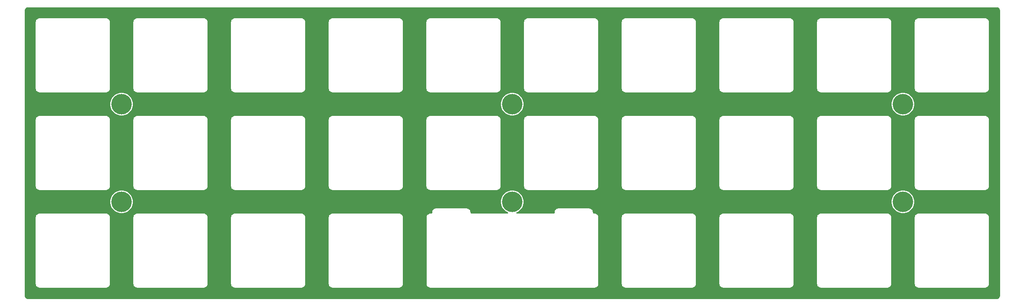
<source format=gbr>
G04 #@! TF.GenerationSoftware,KiCad,Pcbnew,(5.1.4)-1*
G04 #@! TF.CreationDate,2020-11-05T19:12:25-08:00*
G04 #@! TF.ProjectId,plate,706c6174-652e-46b6-9963-61645f706362,rev?*
G04 #@! TF.SameCoordinates,Original*
G04 #@! TF.FileFunction,Copper,L2,Bot*
G04 #@! TF.FilePolarity,Positive*
%FSLAX46Y46*%
G04 Gerber Fmt 4.6, Leading zero omitted, Abs format (unit mm)*
G04 Created by KiCad (PCBNEW (5.1.4)-1) date 2020-11-05 19:12:25*
%MOMM*%
%LPD*%
G04 APERTURE LIST*
%ADD10C,0.500000*%
%ADD11C,4.000000*%
%ADD12C,0.254000*%
G04 APERTURE END LIST*
D10*
X186003750Y-50533750D03*
X183883750Y-50533750D03*
X183883750Y-52653750D03*
X186003750Y-52653750D03*
X184943750Y-50093750D03*
X184943750Y-53093750D03*
X183443750Y-51593750D03*
X186443750Y-51593750D03*
D11*
X184943750Y-51593750D03*
D10*
X186003750Y-31483750D03*
X183883750Y-31483750D03*
X183883750Y-33603750D03*
X186003750Y-33603750D03*
X184943750Y-31043750D03*
X184943750Y-34043750D03*
X183443750Y-32543750D03*
X186443750Y-32543750D03*
D11*
X184943750Y-32543750D03*
D10*
X109803750Y-31483750D03*
X107683750Y-31483750D03*
X107683750Y-33603750D03*
X109803750Y-33603750D03*
X108743750Y-31043750D03*
X108743750Y-34043750D03*
X107243750Y-32543750D03*
X110243750Y-32543750D03*
D11*
X108743750Y-32543750D03*
D10*
X33603750Y-31483750D03*
X31483750Y-31483750D03*
X31483750Y-33603750D03*
X33603750Y-33603750D03*
X32543750Y-31043750D03*
X32543750Y-34043750D03*
X31043750Y-32543750D03*
X34043750Y-32543750D03*
D11*
X32543750Y-32543750D03*
D10*
X33603750Y-50533750D03*
X31483750Y-50533750D03*
X31483750Y-52653750D03*
X33603750Y-52653750D03*
X32543750Y-50093750D03*
X32543750Y-53093750D03*
X31043750Y-51593750D03*
X34043750Y-51593750D03*
D11*
X32543750Y-51593750D03*
D10*
X109803750Y-50533750D03*
X107683750Y-50533750D03*
X107683750Y-52653750D03*
X109803750Y-52653750D03*
X108743750Y-50093750D03*
X108743750Y-53093750D03*
X107243750Y-51593750D03*
X110243750Y-51593750D03*
D11*
X108743750Y-51593750D03*
D12*
G36*
X203304993Y-13757253D02*
G01*
X203405982Y-13787743D01*
X203499129Y-13837270D01*
X203580886Y-13903949D01*
X203648128Y-13985231D01*
X203698306Y-14078034D01*
X203729502Y-14178812D01*
X203741751Y-14295352D01*
X203741750Y-69837678D01*
X203730247Y-69954992D01*
X203699757Y-70055981D01*
X203650228Y-70149131D01*
X203583551Y-70230886D01*
X203502269Y-70298128D01*
X203409466Y-70348306D01*
X203308692Y-70379501D01*
X203192158Y-70391750D01*
X14299822Y-70391750D01*
X14182508Y-70380247D01*
X14081519Y-70349757D01*
X13988369Y-70300228D01*
X13906614Y-70233551D01*
X13839372Y-70152269D01*
X13789194Y-70059466D01*
X13757999Y-69958692D01*
X13745750Y-69842158D01*
X13745750Y-54582709D01*
X15673000Y-54582709D01*
X15673001Y-67617292D01*
X15674481Y-67632324D01*
X15674460Y-67635393D01*
X15674940Y-67640284D01*
X15685140Y-67737333D01*
X15691557Y-67768592D01*
X15697533Y-67799923D01*
X15698954Y-67804628D01*
X15727810Y-67897847D01*
X15740162Y-67927230D01*
X15752125Y-67956840D01*
X15754433Y-67961179D01*
X15800845Y-68047017D01*
X15818689Y-68073471D01*
X15836154Y-68100161D01*
X15839261Y-68103970D01*
X15901463Y-68179159D01*
X15924074Y-68201613D01*
X15946419Y-68224431D01*
X15950206Y-68227564D01*
X16025827Y-68289240D01*
X16052406Y-68306899D01*
X16078728Y-68324922D01*
X16083041Y-68327253D01*
X16083047Y-68327257D01*
X16083052Y-68327259D01*
X16169213Y-68373071D01*
X16198681Y-68385217D01*
X16228029Y-68397796D01*
X16232724Y-68399249D01*
X16326142Y-68427454D01*
X16357409Y-68433645D01*
X16388647Y-68440285D01*
X16393529Y-68440797D01*
X16393532Y-68440798D01*
X16393535Y-68440798D01*
X16489995Y-68450255D01*
X16507708Y-68452000D01*
X29542292Y-68452000D01*
X29557333Y-68450519D01*
X29560393Y-68450540D01*
X29565284Y-68450060D01*
X29662333Y-68439860D01*
X29693592Y-68433443D01*
X29724923Y-68427467D01*
X29729628Y-68426046D01*
X29822847Y-68397190D01*
X29852230Y-68384838D01*
X29881840Y-68372875D01*
X29886179Y-68370567D01*
X29972017Y-68324155D01*
X29998471Y-68306311D01*
X30025161Y-68288846D01*
X30028970Y-68285739D01*
X30104159Y-68223537D01*
X30126613Y-68200926D01*
X30149431Y-68178581D01*
X30152564Y-68174794D01*
X30214240Y-68099173D01*
X30231899Y-68072594D01*
X30249922Y-68046272D01*
X30252253Y-68041959D01*
X30252257Y-68041953D01*
X30252259Y-68041947D01*
X30298071Y-67955787D01*
X30310217Y-67926319D01*
X30322796Y-67896971D01*
X30324249Y-67892276D01*
X30352454Y-67798858D01*
X30358645Y-67767591D01*
X30365285Y-67736353D01*
X30365798Y-67731465D01*
X30375320Y-67634347D01*
X30377000Y-67617292D01*
X30377000Y-54582709D01*
X34723000Y-54582709D01*
X34723001Y-67617292D01*
X34724481Y-67632324D01*
X34724460Y-67635393D01*
X34724940Y-67640284D01*
X34735140Y-67737333D01*
X34741557Y-67768592D01*
X34747533Y-67799923D01*
X34748954Y-67804628D01*
X34777810Y-67897847D01*
X34790162Y-67927230D01*
X34802125Y-67956840D01*
X34804433Y-67961179D01*
X34850845Y-68047017D01*
X34868689Y-68073471D01*
X34886154Y-68100161D01*
X34889261Y-68103970D01*
X34951463Y-68179159D01*
X34974074Y-68201613D01*
X34996419Y-68224431D01*
X35000206Y-68227564D01*
X35075827Y-68289240D01*
X35102406Y-68306899D01*
X35128728Y-68324922D01*
X35133041Y-68327253D01*
X35133047Y-68327257D01*
X35133052Y-68327259D01*
X35219213Y-68373071D01*
X35248681Y-68385217D01*
X35278029Y-68397796D01*
X35282724Y-68399249D01*
X35376142Y-68427454D01*
X35407409Y-68433645D01*
X35438647Y-68440285D01*
X35443529Y-68440797D01*
X35443532Y-68440798D01*
X35443535Y-68440798D01*
X35539995Y-68450255D01*
X35557708Y-68452000D01*
X48592292Y-68452000D01*
X48607333Y-68450519D01*
X48610393Y-68450540D01*
X48615284Y-68450060D01*
X48712333Y-68439860D01*
X48743592Y-68433443D01*
X48774923Y-68427467D01*
X48779628Y-68426046D01*
X48872847Y-68397190D01*
X48902230Y-68384838D01*
X48931840Y-68372875D01*
X48936179Y-68370567D01*
X49022017Y-68324155D01*
X49048471Y-68306311D01*
X49075161Y-68288846D01*
X49078970Y-68285739D01*
X49154159Y-68223537D01*
X49176613Y-68200926D01*
X49199431Y-68178581D01*
X49202564Y-68174794D01*
X49264240Y-68099173D01*
X49281899Y-68072594D01*
X49299922Y-68046272D01*
X49302253Y-68041959D01*
X49302257Y-68041953D01*
X49302259Y-68041947D01*
X49348071Y-67955787D01*
X49360217Y-67926319D01*
X49372796Y-67896971D01*
X49374249Y-67892276D01*
X49402454Y-67798858D01*
X49408645Y-67767591D01*
X49415285Y-67736353D01*
X49415798Y-67731465D01*
X49425320Y-67634347D01*
X49427000Y-67617292D01*
X49427000Y-54582709D01*
X53773000Y-54582709D01*
X53773001Y-67617292D01*
X53774481Y-67632324D01*
X53774460Y-67635393D01*
X53774940Y-67640284D01*
X53785140Y-67737333D01*
X53791557Y-67768592D01*
X53797533Y-67799923D01*
X53798954Y-67804628D01*
X53827810Y-67897847D01*
X53840162Y-67927230D01*
X53852125Y-67956840D01*
X53854433Y-67961179D01*
X53900845Y-68047017D01*
X53918689Y-68073471D01*
X53936154Y-68100161D01*
X53939261Y-68103970D01*
X54001463Y-68179159D01*
X54024074Y-68201613D01*
X54046419Y-68224431D01*
X54050206Y-68227564D01*
X54125827Y-68289240D01*
X54152406Y-68306899D01*
X54178728Y-68324922D01*
X54183041Y-68327253D01*
X54183047Y-68327257D01*
X54183052Y-68327259D01*
X54269213Y-68373071D01*
X54298681Y-68385217D01*
X54328029Y-68397796D01*
X54332724Y-68399249D01*
X54426142Y-68427454D01*
X54457409Y-68433645D01*
X54488647Y-68440285D01*
X54493529Y-68440797D01*
X54493532Y-68440798D01*
X54493535Y-68440798D01*
X54589995Y-68450255D01*
X54607708Y-68452000D01*
X67642292Y-68452000D01*
X67657333Y-68450519D01*
X67660393Y-68450540D01*
X67665284Y-68450060D01*
X67762333Y-68439860D01*
X67793592Y-68433443D01*
X67824923Y-68427467D01*
X67829628Y-68426046D01*
X67922847Y-68397190D01*
X67952230Y-68384838D01*
X67981840Y-68372875D01*
X67986179Y-68370567D01*
X68072017Y-68324155D01*
X68098471Y-68306311D01*
X68125161Y-68288846D01*
X68128970Y-68285739D01*
X68204159Y-68223537D01*
X68226613Y-68200926D01*
X68249431Y-68178581D01*
X68252564Y-68174794D01*
X68314240Y-68099173D01*
X68331899Y-68072594D01*
X68349922Y-68046272D01*
X68352253Y-68041959D01*
X68352257Y-68041953D01*
X68352259Y-68041947D01*
X68398071Y-67955787D01*
X68410217Y-67926319D01*
X68422796Y-67896971D01*
X68424249Y-67892276D01*
X68452454Y-67798858D01*
X68458645Y-67767591D01*
X68465285Y-67736353D01*
X68465798Y-67731465D01*
X68475320Y-67634347D01*
X68477000Y-67617292D01*
X68477000Y-54582709D01*
X72823000Y-54582709D01*
X72823001Y-67617292D01*
X72824481Y-67632324D01*
X72824460Y-67635393D01*
X72824940Y-67640284D01*
X72835140Y-67737333D01*
X72841557Y-67768592D01*
X72847533Y-67799923D01*
X72848954Y-67804628D01*
X72877810Y-67897847D01*
X72890162Y-67927230D01*
X72902125Y-67956840D01*
X72904433Y-67961179D01*
X72950845Y-68047017D01*
X72968689Y-68073471D01*
X72986154Y-68100161D01*
X72989261Y-68103970D01*
X73051463Y-68179159D01*
X73074074Y-68201613D01*
X73096419Y-68224431D01*
X73100206Y-68227564D01*
X73175827Y-68289240D01*
X73202406Y-68306899D01*
X73228728Y-68324922D01*
X73233041Y-68327253D01*
X73233047Y-68327257D01*
X73233052Y-68327259D01*
X73319213Y-68373071D01*
X73348681Y-68385217D01*
X73378029Y-68397796D01*
X73382724Y-68399249D01*
X73476142Y-68427454D01*
X73507409Y-68433645D01*
X73538647Y-68440285D01*
X73543529Y-68440797D01*
X73543532Y-68440798D01*
X73543535Y-68440798D01*
X73639995Y-68450255D01*
X73657708Y-68452000D01*
X86692292Y-68452000D01*
X86707333Y-68450519D01*
X86710393Y-68450540D01*
X86715284Y-68450060D01*
X86812333Y-68439860D01*
X86843592Y-68433443D01*
X86874923Y-68427467D01*
X86879628Y-68426046D01*
X86972847Y-68397190D01*
X87002230Y-68384838D01*
X87031840Y-68372875D01*
X87036179Y-68370567D01*
X87122017Y-68324155D01*
X87148471Y-68306311D01*
X87175161Y-68288846D01*
X87178970Y-68285739D01*
X87254159Y-68223537D01*
X87276613Y-68200926D01*
X87299431Y-68178581D01*
X87302564Y-68174794D01*
X87364240Y-68099173D01*
X87381899Y-68072594D01*
X87399922Y-68046272D01*
X87402253Y-68041959D01*
X87402257Y-68041953D01*
X87402259Y-68041947D01*
X87448071Y-67955787D01*
X87460217Y-67926319D01*
X87472796Y-67896971D01*
X87474249Y-67892276D01*
X87502454Y-67798858D01*
X87508645Y-67767591D01*
X87515285Y-67736353D01*
X87515798Y-67731465D01*
X87525320Y-67634347D01*
X87527000Y-67617292D01*
X87527000Y-54582709D01*
X91898001Y-54582709D01*
X91898002Y-67617292D01*
X91899482Y-67632324D01*
X91899461Y-67635393D01*
X91899941Y-67640284D01*
X91910141Y-67737333D01*
X91916558Y-67768592D01*
X91922534Y-67799923D01*
X91923955Y-67804628D01*
X91952811Y-67897847D01*
X91965163Y-67927230D01*
X91977126Y-67956840D01*
X91979434Y-67961179D01*
X92025846Y-68047017D01*
X92043690Y-68073471D01*
X92061155Y-68100161D01*
X92064262Y-68103970D01*
X92126464Y-68179159D01*
X92149075Y-68201613D01*
X92171420Y-68224431D01*
X92175207Y-68227564D01*
X92250828Y-68289240D01*
X92277407Y-68306899D01*
X92303729Y-68324922D01*
X92308042Y-68327253D01*
X92308048Y-68327257D01*
X92308053Y-68327259D01*
X92394214Y-68373071D01*
X92423682Y-68385217D01*
X92453030Y-68397796D01*
X92457725Y-68399249D01*
X92551143Y-68427454D01*
X92582410Y-68433645D01*
X92613648Y-68440285D01*
X92618530Y-68440797D01*
X92618533Y-68440798D01*
X92618536Y-68440798D01*
X92714996Y-68450255D01*
X92732709Y-68452000D01*
X124817292Y-68452000D01*
X124832333Y-68450519D01*
X124835393Y-68450540D01*
X124840284Y-68450060D01*
X124937333Y-68439860D01*
X124968592Y-68433443D01*
X124999923Y-68427467D01*
X125004628Y-68426046D01*
X125097847Y-68397190D01*
X125127230Y-68384838D01*
X125156840Y-68372875D01*
X125161179Y-68370567D01*
X125247017Y-68324155D01*
X125273471Y-68306311D01*
X125300161Y-68288846D01*
X125303970Y-68285739D01*
X125379159Y-68223537D01*
X125401613Y-68200926D01*
X125424431Y-68178581D01*
X125427564Y-68174794D01*
X125489240Y-68099173D01*
X125506899Y-68072594D01*
X125524922Y-68046272D01*
X125527253Y-68041959D01*
X125527257Y-68041953D01*
X125527259Y-68041947D01*
X125573071Y-67955787D01*
X125585217Y-67926319D01*
X125597796Y-67896971D01*
X125599249Y-67892276D01*
X125627454Y-67798858D01*
X125633645Y-67767591D01*
X125640285Y-67736353D01*
X125640798Y-67731465D01*
X125650320Y-67634347D01*
X125652000Y-67617292D01*
X125652000Y-54582709D01*
X129973000Y-54582709D01*
X129973001Y-67617292D01*
X129974481Y-67632324D01*
X129974460Y-67635393D01*
X129974940Y-67640284D01*
X129985140Y-67737333D01*
X129991557Y-67768592D01*
X129997533Y-67799923D01*
X129998954Y-67804628D01*
X130027810Y-67897847D01*
X130040162Y-67927230D01*
X130052125Y-67956840D01*
X130054433Y-67961179D01*
X130100845Y-68047017D01*
X130118689Y-68073471D01*
X130136154Y-68100161D01*
X130139261Y-68103970D01*
X130201463Y-68179159D01*
X130224074Y-68201613D01*
X130246419Y-68224431D01*
X130250206Y-68227564D01*
X130325827Y-68289240D01*
X130352406Y-68306899D01*
X130378728Y-68324922D01*
X130383041Y-68327253D01*
X130383047Y-68327257D01*
X130383052Y-68327259D01*
X130469213Y-68373071D01*
X130498681Y-68385217D01*
X130528029Y-68397796D01*
X130532724Y-68399249D01*
X130626142Y-68427454D01*
X130657409Y-68433645D01*
X130688647Y-68440285D01*
X130693529Y-68440797D01*
X130693532Y-68440798D01*
X130693535Y-68440798D01*
X130789995Y-68450255D01*
X130807708Y-68452000D01*
X143842292Y-68452000D01*
X143857333Y-68450519D01*
X143860393Y-68450540D01*
X143865284Y-68450060D01*
X143962333Y-68439860D01*
X143993592Y-68433443D01*
X144024923Y-68427467D01*
X144029628Y-68426046D01*
X144122847Y-68397190D01*
X144152230Y-68384838D01*
X144181840Y-68372875D01*
X144186179Y-68370567D01*
X144272017Y-68324155D01*
X144298471Y-68306311D01*
X144325161Y-68288846D01*
X144328970Y-68285739D01*
X144404159Y-68223537D01*
X144426613Y-68200926D01*
X144449431Y-68178581D01*
X144452564Y-68174794D01*
X144514240Y-68099173D01*
X144531899Y-68072594D01*
X144549922Y-68046272D01*
X144552253Y-68041959D01*
X144552257Y-68041953D01*
X144552259Y-68041947D01*
X144598071Y-67955787D01*
X144610217Y-67926319D01*
X144622796Y-67896971D01*
X144624249Y-67892276D01*
X144652454Y-67798858D01*
X144658645Y-67767591D01*
X144665285Y-67736353D01*
X144665798Y-67731465D01*
X144675320Y-67634347D01*
X144677000Y-67617292D01*
X144677000Y-54582709D01*
X149023000Y-54582709D01*
X149023001Y-67617292D01*
X149024481Y-67632324D01*
X149024460Y-67635393D01*
X149024940Y-67640284D01*
X149035140Y-67737333D01*
X149041557Y-67768592D01*
X149047533Y-67799923D01*
X149048954Y-67804628D01*
X149077810Y-67897847D01*
X149090162Y-67927230D01*
X149102125Y-67956840D01*
X149104433Y-67961179D01*
X149150845Y-68047017D01*
X149168689Y-68073471D01*
X149186154Y-68100161D01*
X149189261Y-68103970D01*
X149251463Y-68179159D01*
X149274074Y-68201613D01*
X149296419Y-68224431D01*
X149300206Y-68227564D01*
X149375827Y-68289240D01*
X149402406Y-68306899D01*
X149428728Y-68324922D01*
X149433041Y-68327253D01*
X149433047Y-68327257D01*
X149433052Y-68327259D01*
X149519213Y-68373071D01*
X149548681Y-68385217D01*
X149578029Y-68397796D01*
X149582724Y-68399249D01*
X149676142Y-68427454D01*
X149707409Y-68433645D01*
X149738647Y-68440285D01*
X149743529Y-68440797D01*
X149743532Y-68440798D01*
X149743535Y-68440798D01*
X149839995Y-68450255D01*
X149857708Y-68452000D01*
X162892292Y-68452000D01*
X162907333Y-68450519D01*
X162910393Y-68450540D01*
X162915284Y-68450060D01*
X163012333Y-68439860D01*
X163043592Y-68433443D01*
X163074923Y-68427467D01*
X163079628Y-68426046D01*
X163172847Y-68397190D01*
X163202230Y-68384838D01*
X163231840Y-68372875D01*
X163236179Y-68370567D01*
X163322017Y-68324155D01*
X163348471Y-68306311D01*
X163375161Y-68288846D01*
X163378970Y-68285739D01*
X163454159Y-68223537D01*
X163476613Y-68200926D01*
X163499431Y-68178581D01*
X163502564Y-68174794D01*
X163564240Y-68099173D01*
X163581899Y-68072594D01*
X163599922Y-68046272D01*
X163602253Y-68041959D01*
X163602257Y-68041953D01*
X163602259Y-68041947D01*
X163648071Y-67955787D01*
X163660217Y-67926319D01*
X163672796Y-67896971D01*
X163674249Y-67892276D01*
X163702454Y-67798858D01*
X163708645Y-67767591D01*
X163715285Y-67736353D01*
X163715798Y-67731465D01*
X163725320Y-67634347D01*
X163727000Y-67617292D01*
X163727000Y-54582709D01*
X168073000Y-54582709D01*
X168073001Y-67617292D01*
X168074481Y-67632324D01*
X168074460Y-67635393D01*
X168074940Y-67640284D01*
X168085140Y-67737333D01*
X168091557Y-67768592D01*
X168097533Y-67799923D01*
X168098954Y-67804628D01*
X168127810Y-67897847D01*
X168140162Y-67927230D01*
X168152125Y-67956840D01*
X168154433Y-67961179D01*
X168200845Y-68047017D01*
X168218689Y-68073471D01*
X168236154Y-68100161D01*
X168239261Y-68103970D01*
X168301463Y-68179159D01*
X168324074Y-68201613D01*
X168346419Y-68224431D01*
X168350206Y-68227564D01*
X168425827Y-68289240D01*
X168452406Y-68306899D01*
X168478728Y-68324922D01*
X168483041Y-68327253D01*
X168483047Y-68327257D01*
X168483052Y-68327259D01*
X168569213Y-68373071D01*
X168598681Y-68385217D01*
X168628029Y-68397796D01*
X168632724Y-68399249D01*
X168726142Y-68427454D01*
X168757409Y-68433645D01*
X168788647Y-68440285D01*
X168793529Y-68440797D01*
X168793532Y-68440798D01*
X168793535Y-68440798D01*
X168889995Y-68450255D01*
X168907708Y-68452000D01*
X181942292Y-68452000D01*
X181957333Y-68450519D01*
X181960393Y-68450540D01*
X181965284Y-68450060D01*
X182062333Y-68439860D01*
X182093592Y-68433443D01*
X182124923Y-68427467D01*
X182129628Y-68426046D01*
X182222847Y-68397190D01*
X182252230Y-68384838D01*
X182281840Y-68372875D01*
X182286179Y-68370567D01*
X182372017Y-68324155D01*
X182398471Y-68306311D01*
X182425161Y-68288846D01*
X182428970Y-68285739D01*
X182504159Y-68223537D01*
X182526613Y-68200926D01*
X182549431Y-68178581D01*
X182552564Y-68174794D01*
X182614240Y-68099173D01*
X182631899Y-68072594D01*
X182649922Y-68046272D01*
X182652253Y-68041959D01*
X182652257Y-68041953D01*
X182652259Y-68041947D01*
X182698071Y-67955787D01*
X182710217Y-67926319D01*
X182722796Y-67896971D01*
X182724249Y-67892276D01*
X182752454Y-67798858D01*
X182758645Y-67767591D01*
X182765285Y-67736353D01*
X182765798Y-67731465D01*
X182775320Y-67634347D01*
X182777000Y-67617292D01*
X182777000Y-54582709D01*
X187123000Y-54582709D01*
X187123001Y-67617292D01*
X187124481Y-67632324D01*
X187124460Y-67635393D01*
X187124940Y-67640284D01*
X187135140Y-67737333D01*
X187141557Y-67768592D01*
X187147533Y-67799923D01*
X187148954Y-67804628D01*
X187177810Y-67897847D01*
X187190162Y-67927230D01*
X187202125Y-67956840D01*
X187204433Y-67961179D01*
X187250845Y-68047017D01*
X187268689Y-68073471D01*
X187286154Y-68100161D01*
X187289261Y-68103970D01*
X187351463Y-68179159D01*
X187374074Y-68201613D01*
X187396419Y-68224431D01*
X187400206Y-68227564D01*
X187475827Y-68289240D01*
X187502406Y-68306899D01*
X187528728Y-68324922D01*
X187533041Y-68327253D01*
X187533047Y-68327257D01*
X187533052Y-68327259D01*
X187619213Y-68373071D01*
X187648681Y-68385217D01*
X187678029Y-68397796D01*
X187682724Y-68399249D01*
X187776142Y-68427454D01*
X187807409Y-68433645D01*
X187838647Y-68440285D01*
X187843529Y-68440797D01*
X187843532Y-68440798D01*
X187843535Y-68440798D01*
X187939995Y-68450255D01*
X187957708Y-68452000D01*
X200992292Y-68452000D01*
X201007333Y-68450519D01*
X201010393Y-68450540D01*
X201015284Y-68450060D01*
X201112333Y-68439860D01*
X201143592Y-68433443D01*
X201174923Y-68427467D01*
X201179628Y-68426046D01*
X201272847Y-68397190D01*
X201302230Y-68384838D01*
X201331840Y-68372875D01*
X201336179Y-68370567D01*
X201422017Y-68324155D01*
X201448471Y-68306311D01*
X201475161Y-68288846D01*
X201478970Y-68285739D01*
X201554159Y-68223537D01*
X201576613Y-68200926D01*
X201599431Y-68178581D01*
X201602564Y-68174794D01*
X201664240Y-68099173D01*
X201681899Y-68072594D01*
X201699922Y-68046272D01*
X201702253Y-68041959D01*
X201702257Y-68041953D01*
X201702259Y-68041947D01*
X201748071Y-67955787D01*
X201760217Y-67926319D01*
X201772796Y-67896971D01*
X201774249Y-67892276D01*
X201802454Y-67798858D01*
X201808645Y-67767591D01*
X201815285Y-67736353D01*
X201815798Y-67731465D01*
X201825320Y-67634347D01*
X201827000Y-67617292D01*
X201827000Y-54582708D01*
X201825519Y-54567667D01*
X201825540Y-54564608D01*
X201825060Y-54559716D01*
X201814860Y-54462668D01*
X201808446Y-54431422D01*
X201802467Y-54400077D01*
X201801046Y-54395372D01*
X201772190Y-54302153D01*
X201759838Y-54272770D01*
X201747875Y-54243160D01*
X201745567Y-54238820D01*
X201699154Y-54152983D01*
X201681329Y-54126556D01*
X201663846Y-54099839D01*
X201660739Y-54096030D01*
X201598537Y-54020841D01*
X201575926Y-53998387D01*
X201553581Y-53975569D01*
X201549793Y-53972436D01*
X201474173Y-53910760D01*
X201447594Y-53893101D01*
X201421272Y-53875078D01*
X201416948Y-53872740D01*
X201330787Y-53826929D01*
X201301319Y-53814783D01*
X201271971Y-53802204D01*
X201267276Y-53800751D01*
X201173858Y-53772546D01*
X201142591Y-53766355D01*
X201111353Y-53759715D01*
X201106471Y-53759203D01*
X201106468Y-53759202D01*
X201106465Y-53759202D01*
X201009784Y-53749723D01*
X200992292Y-53748000D01*
X187957708Y-53748000D01*
X187942667Y-53749481D01*
X187939608Y-53749460D01*
X187934716Y-53749940D01*
X187837668Y-53760140D01*
X187806422Y-53766554D01*
X187775077Y-53772533D01*
X187770372Y-53773954D01*
X187677153Y-53802810D01*
X187647770Y-53815162D01*
X187618160Y-53827125D01*
X187613820Y-53829433D01*
X187527983Y-53875846D01*
X187501556Y-53893671D01*
X187474839Y-53911154D01*
X187471030Y-53914261D01*
X187395841Y-53976463D01*
X187373387Y-53999074D01*
X187350569Y-54021419D01*
X187347436Y-54025207D01*
X187285760Y-54100827D01*
X187268101Y-54127406D01*
X187250078Y-54153728D01*
X187247740Y-54158052D01*
X187201929Y-54244213D01*
X187189783Y-54273681D01*
X187177204Y-54303029D01*
X187175751Y-54307724D01*
X187147546Y-54401142D01*
X187141355Y-54432409D01*
X187134715Y-54463647D01*
X187134202Y-54468535D01*
X187124701Y-54565439D01*
X187123000Y-54582709D01*
X182777000Y-54582709D01*
X182777000Y-54582708D01*
X182775519Y-54567667D01*
X182775540Y-54564608D01*
X182775060Y-54559716D01*
X182764860Y-54462668D01*
X182758446Y-54431422D01*
X182752467Y-54400077D01*
X182751046Y-54395372D01*
X182722190Y-54302153D01*
X182709838Y-54272770D01*
X182697875Y-54243160D01*
X182695567Y-54238820D01*
X182649154Y-54152983D01*
X182631329Y-54126556D01*
X182613846Y-54099839D01*
X182610739Y-54096030D01*
X182548537Y-54020841D01*
X182525926Y-53998387D01*
X182503581Y-53975569D01*
X182499793Y-53972436D01*
X182424173Y-53910760D01*
X182397594Y-53893101D01*
X182371272Y-53875078D01*
X182366948Y-53872740D01*
X182280787Y-53826929D01*
X182251319Y-53814783D01*
X182221971Y-53802204D01*
X182217276Y-53800751D01*
X182123858Y-53772546D01*
X182092591Y-53766355D01*
X182061353Y-53759715D01*
X182056471Y-53759203D01*
X182056468Y-53759202D01*
X182056465Y-53759202D01*
X181959784Y-53749723D01*
X181942292Y-53748000D01*
X168907708Y-53748000D01*
X168892667Y-53749481D01*
X168889608Y-53749460D01*
X168884716Y-53749940D01*
X168787668Y-53760140D01*
X168756422Y-53766554D01*
X168725077Y-53772533D01*
X168720372Y-53773954D01*
X168627153Y-53802810D01*
X168597770Y-53815162D01*
X168568160Y-53827125D01*
X168563820Y-53829433D01*
X168477983Y-53875846D01*
X168451556Y-53893671D01*
X168424839Y-53911154D01*
X168421030Y-53914261D01*
X168345841Y-53976463D01*
X168323387Y-53999074D01*
X168300569Y-54021419D01*
X168297436Y-54025207D01*
X168235760Y-54100827D01*
X168218101Y-54127406D01*
X168200078Y-54153728D01*
X168197740Y-54158052D01*
X168151929Y-54244213D01*
X168139783Y-54273681D01*
X168127204Y-54303029D01*
X168125751Y-54307724D01*
X168097546Y-54401142D01*
X168091355Y-54432409D01*
X168084715Y-54463647D01*
X168084202Y-54468535D01*
X168074701Y-54565439D01*
X168073000Y-54582709D01*
X163727000Y-54582709D01*
X163727000Y-54582708D01*
X163725519Y-54567667D01*
X163725540Y-54564608D01*
X163725060Y-54559716D01*
X163714860Y-54462668D01*
X163708446Y-54431422D01*
X163702467Y-54400077D01*
X163701046Y-54395372D01*
X163672190Y-54302153D01*
X163659838Y-54272770D01*
X163647875Y-54243160D01*
X163645567Y-54238820D01*
X163599154Y-54152983D01*
X163581329Y-54126556D01*
X163563846Y-54099839D01*
X163560739Y-54096030D01*
X163498537Y-54020841D01*
X163475926Y-53998387D01*
X163453581Y-53975569D01*
X163449793Y-53972436D01*
X163374173Y-53910760D01*
X163347594Y-53893101D01*
X163321272Y-53875078D01*
X163316948Y-53872740D01*
X163230787Y-53826929D01*
X163201319Y-53814783D01*
X163171971Y-53802204D01*
X163167276Y-53800751D01*
X163073858Y-53772546D01*
X163042591Y-53766355D01*
X163011353Y-53759715D01*
X163006471Y-53759203D01*
X163006468Y-53759202D01*
X163006465Y-53759202D01*
X162909784Y-53749723D01*
X162892292Y-53748000D01*
X149857708Y-53748000D01*
X149842667Y-53749481D01*
X149839608Y-53749460D01*
X149834716Y-53749940D01*
X149737668Y-53760140D01*
X149706422Y-53766554D01*
X149675077Y-53772533D01*
X149670372Y-53773954D01*
X149577153Y-53802810D01*
X149547770Y-53815162D01*
X149518160Y-53827125D01*
X149513820Y-53829433D01*
X149427983Y-53875846D01*
X149401556Y-53893671D01*
X149374839Y-53911154D01*
X149371030Y-53914261D01*
X149295841Y-53976463D01*
X149273387Y-53999074D01*
X149250569Y-54021419D01*
X149247436Y-54025207D01*
X149185760Y-54100827D01*
X149168101Y-54127406D01*
X149150078Y-54153728D01*
X149147740Y-54158052D01*
X149101929Y-54244213D01*
X149089783Y-54273681D01*
X149077204Y-54303029D01*
X149075751Y-54307724D01*
X149047546Y-54401142D01*
X149041355Y-54432409D01*
X149034715Y-54463647D01*
X149034202Y-54468535D01*
X149024701Y-54565439D01*
X149023000Y-54582709D01*
X144677000Y-54582709D01*
X144677000Y-54582708D01*
X144675519Y-54567667D01*
X144675540Y-54564608D01*
X144675060Y-54559716D01*
X144664860Y-54462668D01*
X144658446Y-54431422D01*
X144652467Y-54400077D01*
X144651046Y-54395372D01*
X144622190Y-54302153D01*
X144609838Y-54272770D01*
X144597875Y-54243160D01*
X144595567Y-54238820D01*
X144549154Y-54152983D01*
X144531329Y-54126556D01*
X144513846Y-54099839D01*
X144510739Y-54096030D01*
X144448537Y-54020841D01*
X144425926Y-53998387D01*
X144403581Y-53975569D01*
X144399793Y-53972436D01*
X144324173Y-53910760D01*
X144297594Y-53893101D01*
X144271272Y-53875078D01*
X144266948Y-53872740D01*
X144180787Y-53826929D01*
X144151319Y-53814783D01*
X144121971Y-53802204D01*
X144117276Y-53800751D01*
X144023858Y-53772546D01*
X143992591Y-53766355D01*
X143961353Y-53759715D01*
X143956471Y-53759203D01*
X143956468Y-53759202D01*
X143956465Y-53759202D01*
X143859784Y-53749723D01*
X143842292Y-53748000D01*
X130807708Y-53748000D01*
X130792667Y-53749481D01*
X130789608Y-53749460D01*
X130784716Y-53749940D01*
X130687668Y-53760140D01*
X130656422Y-53766554D01*
X130625077Y-53772533D01*
X130620372Y-53773954D01*
X130527153Y-53802810D01*
X130497770Y-53815162D01*
X130468160Y-53827125D01*
X130463820Y-53829433D01*
X130377983Y-53875846D01*
X130351556Y-53893671D01*
X130324839Y-53911154D01*
X130321030Y-53914261D01*
X130245841Y-53976463D01*
X130223387Y-53999074D01*
X130200569Y-54021419D01*
X130197436Y-54025207D01*
X130135760Y-54100827D01*
X130118101Y-54127406D01*
X130100078Y-54153728D01*
X130097740Y-54158052D01*
X130051929Y-54244213D01*
X130039783Y-54273681D01*
X130027204Y-54303029D01*
X130025751Y-54307724D01*
X129997546Y-54401142D01*
X129991355Y-54432409D01*
X129984715Y-54463647D01*
X129984202Y-54468535D01*
X129974701Y-54565439D01*
X129973000Y-54582709D01*
X125652000Y-54582709D01*
X125652000Y-54582708D01*
X125650519Y-54567667D01*
X125650540Y-54564608D01*
X125650060Y-54559716D01*
X125639860Y-54462668D01*
X125633446Y-54431422D01*
X125627467Y-54400077D01*
X125626046Y-54395372D01*
X125597190Y-54302153D01*
X125584838Y-54272770D01*
X125572875Y-54243160D01*
X125570567Y-54238820D01*
X125524154Y-54152983D01*
X125506329Y-54126556D01*
X125488846Y-54099839D01*
X125485739Y-54096030D01*
X125423537Y-54020841D01*
X125400926Y-53998387D01*
X125378581Y-53975569D01*
X125374793Y-53972436D01*
X125299173Y-53910760D01*
X125272594Y-53893101D01*
X125246272Y-53875078D01*
X125241948Y-53872740D01*
X125155787Y-53826929D01*
X125126319Y-53814783D01*
X125096971Y-53802204D01*
X125092276Y-53800751D01*
X124998858Y-53772546D01*
X124967591Y-53766355D01*
X124936353Y-53759715D01*
X124931471Y-53759203D01*
X124931468Y-53759202D01*
X124931465Y-53759202D01*
X124834784Y-53749723D01*
X124817292Y-53748000D01*
X124565000Y-53748000D01*
X124565000Y-53582708D01*
X124563519Y-53567667D01*
X124563540Y-53564608D01*
X124563060Y-53559716D01*
X124552860Y-53462668D01*
X124546446Y-53431422D01*
X124540467Y-53400077D01*
X124539046Y-53395372D01*
X124510190Y-53302153D01*
X124497838Y-53272770D01*
X124485875Y-53243160D01*
X124483567Y-53238820D01*
X124437154Y-53152983D01*
X124419329Y-53126556D01*
X124401846Y-53099839D01*
X124398739Y-53096030D01*
X124336537Y-53020841D01*
X124313926Y-52998387D01*
X124291581Y-52975569D01*
X124287793Y-52972436D01*
X124212173Y-52910760D01*
X124185594Y-52893101D01*
X124159272Y-52875078D01*
X124154948Y-52872740D01*
X124068787Y-52826929D01*
X124039319Y-52814783D01*
X124009971Y-52802204D01*
X124005276Y-52800751D01*
X123911858Y-52772546D01*
X123880591Y-52766355D01*
X123849353Y-52759715D01*
X123844471Y-52759203D01*
X123844468Y-52759202D01*
X123844465Y-52759202D01*
X123747784Y-52749723D01*
X123730292Y-52748000D01*
X117695708Y-52748000D01*
X117680667Y-52749481D01*
X117677608Y-52749460D01*
X117672716Y-52749940D01*
X117575668Y-52760140D01*
X117544422Y-52766554D01*
X117513077Y-52772533D01*
X117508372Y-52773954D01*
X117415153Y-52802810D01*
X117385770Y-52815162D01*
X117356160Y-52827125D01*
X117351820Y-52829433D01*
X117265983Y-52875846D01*
X117239556Y-52893671D01*
X117212839Y-52911154D01*
X117209030Y-52914261D01*
X117133841Y-52976463D01*
X117111387Y-52999074D01*
X117088569Y-53021419D01*
X117085436Y-53025207D01*
X117023760Y-53100827D01*
X117006101Y-53127406D01*
X116988078Y-53153728D01*
X116985740Y-53158052D01*
X116939929Y-53244213D01*
X116927783Y-53273681D01*
X116915204Y-53303029D01*
X116913751Y-53307724D01*
X116885546Y-53401142D01*
X116879355Y-53432409D01*
X116872715Y-53463647D01*
X116872202Y-53468535D01*
X116862701Y-53565439D01*
X116861000Y-53582709D01*
X116861000Y-53748000D01*
X109623673Y-53748000D01*
X109845998Y-53655910D01*
X110227126Y-53401249D01*
X110551249Y-53077126D01*
X110805910Y-52695998D01*
X110981324Y-52272511D01*
X111070750Y-51822939D01*
X111070750Y-51364561D01*
X182616750Y-51364561D01*
X182616750Y-51822939D01*
X182706176Y-52272511D01*
X182881590Y-52695998D01*
X183136251Y-53077126D01*
X183460374Y-53401249D01*
X183841502Y-53655910D01*
X184264989Y-53831324D01*
X184714561Y-53920750D01*
X185172939Y-53920750D01*
X185622511Y-53831324D01*
X186045998Y-53655910D01*
X186427126Y-53401249D01*
X186751249Y-53077126D01*
X187005910Y-52695998D01*
X187181324Y-52272511D01*
X187270750Y-51822939D01*
X187270750Y-51364561D01*
X187181324Y-50914989D01*
X187005910Y-50491502D01*
X186751249Y-50110374D01*
X186427126Y-49786251D01*
X186045998Y-49531590D01*
X185622511Y-49356176D01*
X185172939Y-49266750D01*
X184714561Y-49266750D01*
X184264989Y-49356176D01*
X183841502Y-49531590D01*
X183460374Y-49786251D01*
X183136251Y-50110374D01*
X182881590Y-50491502D01*
X182706176Y-50914989D01*
X182616750Y-51364561D01*
X111070750Y-51364561D01*
X110981324Y-50914989D01*
X110805910Y-50491502D01*
X110551249Y-50110374D01*
X110227126Y-49786251D01*
X109845998Y-49531590D01*
X109422511Y-49356176D01*
X108972939Y-49266750D01*
X108514561Y-49266750D01*
X108064989Y-49356176D01*
X107641502Y-49531590D01*
X107260374Y-49786251D01*
X106936251Y-50110374D01*
X106681590Y-50491502D01*
X106506176Y-50914989D01*
X106416750Y-51364561D01*
X106416750Y-51822939D01*
X106506176Y-52272511D01*
X106681590Y-52695998D01*
X106936251Y-53077126D01*
X107260374Y-53401249D01*
X107641502Y-53655910D01*
X107863827Y-53748000D01*
X100689000Y-53748000D01*
X100689000Y-53582708D01*
X100687519Y-53567667D01*
X100687540Y-53564608D01*
X100687060Y-53559716D01*
X100676860Y-53462668D01*
X100670446Y-53431422D01*
X100664467Y-53400077D01*
X100663046Y-53395372D01*
X100634190Y-53302153D01*
X100621838Y-53272770D01*
X100609875Y-53243160D01*
X100607567Y-53238820D01*
X100561154Y-53152983D01*
X100543329Y-53126556D01*
X100525846Y-53099839D01*
X100522739Y-53096030D01*
X100460537Y-53020841D01*
X100437926Y-52998387D01*
X100415581Y-52975569D01*
X100411793Y-52972436D01*
X100336173Y-52910760D01*
X100309594Y-52893101D01*
X100283272Y-52875078D01*
X100278948Y-52872740D01*
X100192787Y-52826929D01*
X100163319Y-52814783D01*
X100133971Y-52802204D01*
X100129276Y-52800751D01*
X100035858Y-52772546D01*
X100004591Y-52766355D01*
X99973353Y-52759715D01*
X99968471Y-52759203D01*
X99968468Y-52759202D01*
X99968465Y-52759202D01*
X99871784Y-52749723D01*
X99854292Y-52748000D01*
X93819708Y-52748000D01*
X93804667Y-52749481D01*
X93801608Y-52749460D01*
X93796716Y-52749940D01*
X93699668Y-52760140D01*
X93668422Y-52766554D01*
X93637077Y-52772533D01*
X93632372Y-52773954D01*
X93539153Y-52802810D01*
X93509770Y-52815162D01*
X93480160Y-52827125D01*
X93475820Y-52829433D01*
X93389983Y-52875846D01*
X93363556Y-52893671D01*
X93336839Y-52911154D01*
X93333030Y-52914261D01*
X93257841Y-52976463D01*
X93235387Y-52999074D01*
X93212569Y-53021419D01*
X93209436Y-53025207D01*
X93147760Y-53100827D01*
X93130101Y-53127406D01*
X93112078Y-53153728D01*
X93109740Y-53158052D01*
X93063929Y-53244213D01*
X93051783Y-53273681D01*
X93039204Y-53303029D01*
X93037751Y-53307724D01*
X93009546Y-53401142D01*
X93003355Y-53432409D01*
X92996715Y-53463647D01*
X92996202Y-53468535D01*
X92986701Y-53565439D01*
X92985000Y-53582709D01*
X92985000Y-53748000D01*
X92732709Y-53748000D01*
X92717668Y-53749481D01*
X92714609Y-53749460D01*
X92709717Y-53749940D01*
X92612669Y-53760140D01*
X92581423Y-53766554D01*
X92550078Y-53772533D01*
X92545373Y-53773954D01*
X92452154Y-53802810D01*
X92422771Y-53815162D01*
X92393161Y-53827125D01*
X92388821Y-53829433D01*
X92302984Y-53875846D01*
X92276557Y-53893671D01*
X92249840Y-53911154D01*
X92246031Y-53914261D01*
X92170842Y-53976463D01*
X92148388Y-53999074D01*
X92125570Y-54021419D01*
X92122437Y-54025207D01*
X92060761Y-54100827D01*
X92043102Y-54127406D01*
X92025079Y-54153728D01*
X92022741Y-54158052D01*
X91976930Y-54244213D01*
X91964784Y-54273681D01*
X91952205Y-54303029D01*
X91950752Y-54307724D01*
X91922547Y-54401142D01*
X91916356Y-54432409D01*
X91909716Y-54463647D01*
X91909203Y-54468535D01*
X91899702Y-54565439D01*
X91898001Y-54582709D01*
X87527000Y-54582709D01*
X87527000Y-54582708D01*
X87525519Y-54567667D01*
X87525540Y-54564608D01*
X87525060Y-54559716D01*
X87514860Y-54462668D01*
X87508446Y-54431422D01*
X87502467Y-54400077D01*
X87501046Y-54395372D01*
X87472190Y-54302153D01*
X87459838Y-54272770D01*
X87447875Y-54243160D01*
X87445567Y-54238820D01*
X87399154Y-54152983D01*
X87381329Y-54126556D01*
X87363846Y-54099839D01*
X87360739Y-54096030D01*
X87298537Y-54020841D01*
X87275926Y-53998387D01*
X87253581Y-53975569D01*
X87249793Y-53972436D01*
X87174173Y-53910760D01*
X87147594Y-53893101D01*
X87121272Y-53875078D01*
X87116948Y-53872740D01*
X87030787Y-53826929D01*
X87001319Y-53814783D01*
X86971971Y-53802204D01*
X86967276Y-53800751D01*
X86873858Y-53772546D01*
X86842591Y-53766355D01*
X86811353Y-53759715D01*
X86806471Y-53759203D01*
X86806468Y-53759202D01*
X86806465Y-53759202D01*
X86709784Y-53749723D01*
X86692292Y-53748000D01*
X73657708Y-53748000D01*
X73642667Y-53749481D01*
X73639608Y-53749460D01*
X73634716Y-53749940D01*
X73537668Y-53760140D01*
X73506422Y-53766554D01*
X73475077Y-53772533D01*
X73470372Y-53773954D01*
X73377153Y-53802810D01*
X73347770Y-53815162D01*
X73318160Y-53827125D01*
X73313820Y-53829433D01*
X73227983Y-53875846D01*
X73201556Y-53893671D01*
X73174839Y-53911154D01*
X73171030Y-53914261D01*
X73095841Y-53976463D01*
X73073387Y-53999074D01*
X73050569Y-54021419D01*
X73047436Y-54025207D01*
X72985760Y-54100827D01*
X72968101Y-54127406D01*
X72950078Y-54153728D01*
X72947740Y-54158052D01*
X72901929Y-54244213D01*
X72889783Y-54273681D01*
X72877204Y-54303029D01*
X72875751Y-54307724D01*
X72847546Y-54401142D01*
X72841355Y-54432409D01*
X72834715Y-54463647D01*
X72834202Y-54468535D01*
X72824701Y-54565439D01*
X72823000Y-54582709D01*
X68477000Y-54582709D01*
X68477000Y-54582708D01*
X68475519Y-54567667D01*
X68475540Y-54564608D01*
X68475060Y-54559716D01*
X68464860Y-54462668D01*
X68458446Y-54431422D01*
X68452467Y-54400077D01*
X68451046Y-54395372D01*
X68422190Y-54302153D01*
X68409838Y-54272770D01*
X68397875Y-54243160D01*
X68395567Y-54238820D01*
X68349154Y-54152983D01*
X68331329Y-54126556D01*
X68313846Y-54099839D01*
X68310739Y-54096030D01*
X68248537Y-54020841D01*
X68225926Y-53998387D01*
X68203581Y-53975569D01*
X68199793Y-53972436D01*
X68124173Y-53910760D01*
X68097594Y-53893101D01*
X68071272Y-53875078D01*
X68066948Y-53872740D01*
X67980787Y-53826929D01*
X67951319Y-53814783D01*
X67921971Y-53802204D01*
X67917276Y-53800751D01*
X67823858Y-53772546D01*
X67792591Y-53766355D01*
X67761353Y-53759715D01*
X67756471Y-53759203D01*
X67756468Y-53759202D01*
X67756465Y-53759202D01*
X67659784Y-53749723D01*
X67642292Y-53748000D01*
X54607708Y-53748000D01*
X54592667Y-53749481D01*
X54589608Y-53749460D01*
X54584716Y-53749940D01*
X54487668Y-53760140D01*
X54456422Y-53766554D01*
X54425077Y-53772533D01*
X54420372Y-53773954D01*
X54327153Y-53802810D01*
X54297770Y-53815162D01*
X54268160Y-53827125D01*
X54263820Y-53829433D01*
X54177983Y-53875846D01*
X54151556Y-53893671D01*
X54124839Y-53911154D01*
X54121030Y-53914261D01*
X54045841Y-53976463D01*
X54023387Y-53999074D01*
X54000569Y-54021419D01*
X53997436Y-54025207D01*
X53935760Y-54100827D01*
X53918101Y-54127406D01*
X53900078Y-54153728D01*
X53897740Y-54158052D01*
X53851929Y-54244213D01*
X53839783Y-54273681D01*
X53827204Y-54303029D01*
X53825751Y-54307724D01*
X53797546Y-54401142D01*
X53791355Y-54432409D01*
X53784715Y-54463647D01*
X53784202Y-54468535D01*
X53774701Y-54565439D01*
X53773000Y-54582709D01*
X49427000Y-54582709D01*
X49427000Y-54582708D01*
X49425519Y-54567667D01*
X49425540Y-54564608D01*
X49425060Y-54559716D01*
X49414860Y-54462668D01*
X49408446Y-54431422D01*
X49402467Y-54400077D01*
X49401046Y-54395372D01*
X49372190Y-54302153D01*
X49359838Y-54272770D01*
X49347875Y-54243160D01*
X49345567Y-54238820D01*
X49299154Y-54152983D01*
X49281329Y-54126556D01*
X49263846Y-54099839D01*
X49260739Y-54096030D01*
X49198537Y-54020841D01*
X49175926Y-53998387D01*
X49153581Y-53975569D01*
X49149793Y-53972436D01*
X49074173Y-53910760D01*
X49047594Y-53893101D01*
X49021272Y-53875078D01*
X49016948Y-53872740D01*
X48930787Y-53826929D01*
X48901319Y-53814783D01*
X48871971Y-53802204D01*
X48867276Y-53800751D01*
X48773858Y-53772546D01*
X48742591Y-53766355D01*
X48711353Y-53759715D01*
X48706471Y-53759203D01*
X48706468Y-53759202D01*
X48706465Y-53759202D01*
X48609784Y-53749723D01*
X48592292Y-53748000D01*
X35557708Y-53748000D01*
X35542667Y-53749481D01*
X35539608Y-53749460D01*
X35534716Y-53749940D01*
X35437668Y-53760140D01*
X35406422Y-53766554D01*
X35375077Y-53772533D01*
X35370372Y-53773954D01*
X35277153Y-53802810D01*
X35247770Y-53815162D01*
X35218160Y-53827125D01*
X35213820Y-53829433D01*
X35127983Y-53875846D01*
X35101556Y-53893671D01*
X35074839Y-53911154D01*
X35071030Y-53914261D01*
X34995841Y-53976463D01*
X34973387Y-53999074D01*
X34950569Y-54021419D01*
X34947436Y-54025207D01*
X34885760Y-54100827D01*
X34868101Y-54127406D01*
X34850078Y-54153728D01*
X34847740Y-54158052D01*
X34801929Y-54244213D01*
X34789783Y-54273681D01*
X34777204Y-54303029D01*
X34775751Y-54307724D01*
X34747546Y-54401142D01*
X34741355Y-54432409D01*
X34734715Y-54463647D01*
X34734202Y-54468535D01*
X34724701Y-54565439D01*
X34723000Y-54582709D01*
X30377000Y-54582709D01*
X30377000Y-54582708D01*
X30375519Y-54567667D01*
X30375540Y-54564608D01*
X30375060Y-54559716D01*
X30364860Y-54462668D01*
X30358446Y-54431422D01*
X30352467Y-54400077D01*
X30351046Y-54395372D01*
X30322190Y-54302153D01*
X30309838Y-54272770D01*
X30297875Y-54243160D01*
X30295567Y-54238820D01*
X30249154Y-54152983D01*
X30231329Y-54126556D01*
X30213846Y-54099839D01*
X30210739Y-54096030D01*
X30148537Y-54020841D01*
X30125926Y-53998387D01*
X30103581Y-53975569D01*
X30099793Y-53972436D01*
X30024173Y-53910760D01*
X29997594Y-53893101D01*
X29971272Y-53875078D01*
X29966948Y-53872740D01*
X29880787Y-53826929D01*
X29851319Y-53814783D01*
X29821971Y-53802204D01*
X29817276Y-53800751D01*
X29723858Y-53772546D01*
X29692591Y-53766355D01*
X29661353Y-53759715D01*
X29656471Y-53759203D01*
X29656468Y-53759202D01*
X29656465Y-53759202D01*
X29559784Y-53749723D01*
X29542292Y-53748000D01*
X16507708Y-53748000D01*
X16492667Y-53749481D01*
X16489608Y-53749460D01*
X16484716Y-53749940D01*
X16387668Y-53760140D01*
X16356422Y-53766554D01*
X16325077Y-53772533D01*
X16320372Y-53773954D01*
X16227153Y-53802810D01*
X16197770Y-53815162D01*
X16168160Y-53827125D01*
X16163820Y-53829433D01*
X16077983Y-53875846D01*
X16051556Y-53893671D01*
X16024839Y-53911154D01*
X16021030Y-53914261D01*
X15945841Y-53976463D01*
X15923387Y-53999074D01*
X15900569Y-54021419D01*
X15897436Y-54025207D01*
X15835760Y-54100827D01*
X15818101Y-54127406D01*
X15800078Y-54153728D01*
X15797740Y-54158052D01*
X15751929Y-54244213D01*
X15739783Y-54273681D01*
X15727204Y-54303029D01*
X15725751Y-54307724D01*
X15697546Y-54401142D01*
X15691355Y-54432409D01*
X15684715Y-54463647D01*
X15684202Y-54468535D01*
X15674701Y-54565439D01*
X15673000Y-54582709D01*
X13745750Y-54582709D01*
X13745750Y-51364561D01*
X30216750Y-51364561D01*
X30216750Y-51822939D01*
X30306176Y-52272511D01*
X30481590Y-52695998D01*
X30736251Y-53077126D01*
X31060374Y-53401249D01*
X31441502Y-53655910D01*
X31864989Y-53831324D01*
X32314561Y-53920750D01*
X32772939Y-53920750D01*
X33222511Y-53831324D01*
X33645998Y-53655910D01*
X34027126Y-53401249D01*
X34351249Y-53077126D01*
X34605910Y-52695998D01*
X34781324Y-52272511D01*
X34870750Y-51822939D01*
X34870750Y-51364561D01*
X34781324Y-50914989D01*
X34605910Y-50491502D01*
X34351249Y-50110374D01*
X34027126Y-49786251D01*
X33645998Y-49531590D01*
X33222511Y-49356176D01*
X32772939Y-49266750D01*
X32314561Y-49266750D01*
X31864989Y-49356176D01*
X31441502Y-49531590D01*
X31060374Y-49786251D01*
X30736251Y-50110374D01*
X30481590Y-50491502D01*
X30306176Y-50914989D01*
X30216750Y-51364561D01*
X13745750Y-51364561D01*
X13745750Y-35532709D01*
X15673000Y-35532709D01*
X15673001Y-48567292D01*
X15674481Y-48582324D01*
X15674460Y-48585393D01*
X15674940Y-48590284D01*
X15685140Y-48687333D01*
X15691557Y-48718592D01*
X15697533Y-48749923D01*
X15698954Y-48754628D01*
X15727810Y-48847847D01*
X15740162Y-48877230D01*
X15752125Y-48906840D01*
X15754433Y-48911179D01*
X15800845Y-48997017D01*
X15818689Y-49023471D01*
X15836154Y-49050161D01*
X15839261Y-49053970D01*
X15901463Y-49129159D01*
X15924074Y-49151613D01*
X15946419Y-49174431D01*
X15950206Y-49177564D01*
X16025827Y-49239240D01*
X16052406Y-49256899D01*
X16078728Y-49274922D01*
X16083041Y-49277253D01*
X16083047Y-49277257D01*
X16083052Y-49277259D01*
X16169213Y-49323071D01*
X16198681Y-49335217D01*
X16228029Y-49347796D01*
X16232724Y-49349249D01*
X16326142Y-49377454D01*
X16357409Y-49383645D01*
X16388647Y-49390285D01*
X16393529Y-49390797D01*
X16393532Y-49390798D01*
X16393535Y-49390798D01*
X16489995Y-49400255D01*
X16507708Y-49402000D01*
X29542292Y-49402000D01*
X29557333Y-49400519D01*
X29560393Y-49400540D01*
X29565284Y-49400060D01*
X29662333Y-49389860D01*
X29693592Y-49383443D01*
X29724923Y-49377467D01*
X29729628Y-49376046D01*
X29822847Y-49347190D01*
X29852230Y-49334838D01*
X29881840Y-49322875D01*
X29886179Y-49320567D01*
X29972017Y-49274155D01*
X29998471Y-49256311D01*
X30025161Y-49238846D01*
X30028970Y-49235739D01*
X30104159Y-49173537D01*
X30126613Y-49150926D01*
X30149431Y-49128581D01*
X30152564Y-49124794D01*
X30214240Y-49049173D01*
X30231899Y-49022594D01*
X30249922Y-48996272D01*
X30252253Y-48991959D01*
X30252257Y-48991953D01*
X30252259Y-48991947D01*
X30298071Y-48905787D01*
X30310217Y-48876319D01*
X30322796Y-48846971D01*
X30324249Y-48842276D01*
X30352454Y-48748858D01*
X30358645Y-48717591D01*
X30365285Y-48686353D01*
X30365798Y-48681465D01*
X30375320Y-48584347D01*
X30377000Y-48567292D01*
X30377000Y-35532709D01*
X34723000Y-35532709D01*
X34723001Y-48567292D01*
X34724481Y-48582324D01*
X34724460Y-48585393D01*
X34724940Y-48590284D01*
X34735140Y-48687333D01*
X34741557Y-48718592D01*
X34747533Y-48749923D01*
X34748954Y-48754628D01*
X34777810Y-48847847D01*
X34790162Y-48877230D01*
X34802125Y-48906840D01*
X34804433Y-48911179D01*
X34850845Y-48997017D01*
X34868689Y-49023471D01*
X34886154Y-49050161D01*
X34889261Y-49053970D01*
X34951463Y-49129159D01*
X34974074Y-49151613D01*
X34996419Y-49174431D01*
X35000206Y-49177564D01*
X35075827Y-49239240D01*
X35102406Y-49256899D01*
X35128728Y-49274922D01*
X35133041Y-49277253D01*
X35133047Y-49277257D01*
X35133052Y-49277259D01*
X35219213Y-49323071D01*
X35248681Y-49335217D01*
X35278029Y-49347796D01*
X35282724Y-49349249D01*
X35376142Y-49377454D01*
X35407409Y-49383645D01*
X35438647Y-49390285D01*
X35443529Y-49390797D01*
X35443532Y-49390798D01*
X35443535Y-49390798D01*
X35539995Y-49400255D01*
X35557708Y-49402000D01*
X48592292Y-49402000D01*
X48607333Y-49400519D01*
X48610393Y-49400540D01*
X48615284Y-49400060D01*
X48712333Y-49389860D01*
X48743592Y-49383443D01*
X48774923Y-49377467D01*
X48779628Y-49376046D01*
X48872847Y-49347190D01*
X48902230Y-49334838D01*
X48931840Y-49322875D01*
X48936179Y-49320567D01*
X49022017Y-49274155D01*
X49048471Y-49256311D01*
X49075161Y-49238846D01*
X49078970Y-49235739D01*
X49154159Y-49173537D01*
X49176613Y-49150926D01*
X49199431Y-49128581D01*
X49202564Y-49124794D01*
X49264240Y-49049173D01*
X49281899Y-49022594D01*
X49299922Y-48996272D01*
X49302253Y-48991959D01*
X49302257Y-48991953D01*
X49302259Y-48991947D01*
X49348071Y-48905787D01*
X49360217Y-48876319D01*
X49372796Y-48846971D01*
X49374249Y-48842276D01*
X49402454Y-48748858D01*
X49408645Y-48717591D01*
X49415285Y-48686353D01*
X49415798Y-48681465D01*
X49425320Y-48584347D01*
X49427000Y-48567292D01*
X49427000Y-35532709D01*
X53773000Y-35532709D01*
X53773001Y-48567292D01*
X53774481Y-48582324D01*
X53774460Y-48585393D01*
X53774940Y-48590284D01*
X53785140Y-48687333D01*
X53791557Y-48718592D01*
X53797533Y-48749923D01*
X53798954Y-48754628D01*
X53827810Y-48847847D01*
X53840162Y-48877230D01*
X53852125Y-48906840D01*
X53854433Y-48911179D01*
X53900845Y-48997017D01*
X53918689Y-49023471D01*
X53936154Y-49050161D01*
X53939261Y-49053970D01*
X54001463Y-49129159D01*
X54024074Y-49151613D01*
X54046419Y-49174431D01*
X54050206Y-49177564D01*
X54125827Y-49239240D01*
X54152406Y-49256899D01*
X54178728Y-49274922D01*
X54183041Y-49277253D01*
X54183047Y-49277257D01*
X54183052Y-49277259D01*
X54269213Y-49323071D01*
X54298681Y-49335217D01*
X54328029Y-49347796D01*
X54332724Y-49349249D01*
X54426142Y-49377454D01*
X54457409Y-49383645D01*
X54488647Y-49390285D01*
X54493529Y-49390797D01*
X54493532Y-49390798D01*
X54493535Y-49390798D01*
X54589995Y-49400255D01*
X54607708Y-49402000D01*
X67642292Y-49402000D01*
X67657333Y-49400519D01*
X67660393Y-49400540D01*
X67665284Y-49400060D01*
X67762333Y-49389860D01*
X67793592Y-49383443D01*
X67824923Y-49377467D01*
X67829628Y-49376046D01*
X67922847Y-49347190D01*
X67952230Y-49334838D01*
X67981840Y-49322875D01*
X67986179Y-49320567D01*
X68072017Y-49274155D01*
X68098471Y-49256311D01*
X68125161Y-49238846D01*
X68128970Y-49235739D01*
X68204159Y-49173537D01*
X68226613Y-49150926D01*
X68249431Y-49128581D01*
X68252564Y-49124794D01*
X68314240Y-49049173D01*
X68331899Y-49022594D01*
X68349922Y-48996272D01*
X68352253Y-48991959D01*
X68352257Y-48991953D01*
X68352259Y-48991947D01*
X68398071Y-48905787D01*
X68410217Y-48876319D01*
X68422796Y-48846971D01*
X68424249Y-48842276D01*
X68452454Y-48748858D01*
X68458645Y-48717591D01*
X68465285Y-48686353D01*
X68465798Y-48681465D01*
X68475320Y-48584347D01*
X68477000Y-48567292D01*
X68477000Y-35532709D01*
X72823000Y-35532709D01*
X72823001Y-48567292D01*
X72824481Y-48582324D01*
X72824460Y-48585393D01*
X72824940Y-48590284D01*
X72835140Y-48687333D01*
X72841557Y-48718592D01*
X72847533Y-48749923D01*
X72848954Y-48754628D01*
X72877810Y-48847847D01*
X72890162Y-48877230D01*
X72902125Y-48906840D01*
X72904433Y-48911179D01*
X72950845Y-48997017D01*
X72968689Y-49023471D01*
X72986154Y-49050161D01*
X72989261Y-49053970D01*
X73051463Y-49129159D01*
X73074074Y-49151613D01*
X73096419Y-49174431D01*
X73100206Y-49177564D01*
X73175827Y-49239240D01*
X73202406Y-49256899D01*
X73228728Y-49274922D01*
X73233041Y-49277253D01*
X73233047Y-49277257D01*
X73233052Y-49277259D01*
X73319213Y-49323071D01*
X73348681Y-49335217D01*
X73378029Y-49347796D01*
X73382724Y-49349249D01*
X73476142Y-49377454D01*
X73507409Y-49383645D01*
X73538647Y-49390285D01*
X73543529Y-49390797D01*
X73543532Y-49390798D01*
X73543535Y-49390798D01*
X73639995Y-49400255D01*
X73657708Y-49402000D01*
X86692292Y-49402000D01*
X86707333Y-49400519D01*
X86710393Y-49400540D01*
X86715284Y-49400060D01*
X86812333Y-49389860D01*
X86843592Y-49383443D01*
X86874923Y-49377467D01*
X86879628Y-49376046D01*
X86972847Y-49347190D01*
X87002230Y-49334838D01*
X87031840Y-49322875D01*
X87036179Y-49320567D01*
X87122017Y-49274155D01*
X87148471Y-49256311D01*
X87175161Y-49238846D01*
X87178970Y-49235739D01*
X87254159Y-49173537D01*
X87276613Y-49150926D01*
X87299431Y-49128581D01*
X87302564Y-49124794D01*
X87364240Y-49049173D01*
X87381899Y-49022594D01*
X87399922Y-48996272D01*
X87402253Y-48991959D01*
X87402257Y-48991953D01*
X87402259Y-48991947D01*
X87448071Y-48905787D01*
X87460217Y-48876319D01*
X87472796Y-48846971D01*
X87474249Y-48842276D01*
X87502454Y-48748858D01*
X87508645Y-48717591D01*
X87515285Y-48686353D01*
X87515798Y-48681465D01*
X87525320Y-48584347D01*
X87527000Y-48567292D01*
X87527000Y-35532709D01*
X91873000Y-35532709D01*
X91873001Y-48567292D01*
X91874481Y-48582324D01*
X91874460Y-48585393D01*
X91874940Y-48590284D01*
X91885140Y-48687333D01*
X91891557Y-48718592D01*
X91897533Y-48749923D01*
X91898954Y-48754628D01*
X91927810Y-48847847D01*
X91940162Y-48877230D01*
X91952125Y-48906840D01*
X91954433Y-48911179D01*
X92000845Y-48997017D01*
X92018689Y-49023471D01*
X92036154Y-49050161D01*
X92039261Y-49053970D01*
X92101463Y-49129159D01*
X92124074Y-49151613D01*
X92146419Y-49174431D01*
X92150206Y-49177564D01*
X92225827Y-49239240D01*
X92252406Y-49256899D01*
X92278728Y-49274922D01*
X92283041Y-49277253D01*
X92283047Y-49277257D01*
X92283052Y-49277259D01*
X92369213Y-49323071D01*
X92398681Y-49335217D01*
X92428029Y-49347796D01*
X92432724Y-49349249D01*
X92526142Y-49377454D01*
X92557409Y-49383645D01*
X92588647Y-49390285D01*
X92593529Y-49390797D01*
X92593532Y-49390798D01*
X92593535Y-49390798D01*
X92689995Y-49400255D01*
X92707708Y-49402000D01*
X105742292Y-49402000D01*
X105757333Y-49400519D01*
X105760393Y-49400540D01*
X105765284Y-49400060D01*
X105862333Y-49389860D01*
X105893592Y-49383443D01*
X105924923Y-49377467D01*
X105929628Y-49376046D01*
X106022847Y-49347190D01*
X106052230Y-49334838D01*
X106081840Y-49322875D01*
X106086179Y-49320567D01*
X106172017Y-49274155D01*
X106198471Y-49256311D01*
X106225161Y-49238846D01*
X106228970Y-49235739D01*
X106304159Y-49173537D01*
X106326613Y-49150926D01*
X106349431Y-49128581D01*
X106352564Y-49124794D01*
X106414240Y-49049173D01*
X106431899Y-49022594D01*
X106449922Y-48996272D01*
X106452253Y-48991959D01*
X106452257Y-48991953D01*
X106452259Y-48991947D01*
X106498071Y-48905787D01*
X106510217Y-48876319D01*
X106522796Y-48846971D01*
X106524249Y-48842276D01*
X106552454Y-48748858D01*
X106558645Y-48717591D01*
X106565285Y-48686353D01*
X106565798Y-48681465D01*
X106575320Y-48584347D01*
X106577000Y-48567292D01*
X106577000Y-35532709D01*
X110923000Y-35532709D01*
X110923001Y-48567292D01*
X110924481Y-48582324D01*
X110924460Y-48585393D01*
X110924940Y-48590284D01*
X110935140Y-48687333D01*
X110941557Y-48718592D01*
X110947533Y-48749923D01*
X110948954Y-48754628D01*
X110977810Y-48847847D01*
X110990162Y-48877230D01*
X111002125Y-48906840D01*
X111004433Y-48911179D01*
X111050845Y-48997017D01*
X111068689Y-49023471D01*
X111086154Y-49050161D01*
X111089261Y-49053970D01*
X111151463Y-49129159D01*
X111174074Y-49151613D01*
X111196419Y-49174431D01*
X111200206Y-49177564D01*
X111275827Y-49239240D01*
X111302406Y-49256899D01*
X111328728Y-49274922D01*
X111333041Y-49277253D01*
X111333047Y-49277257D01*
X111333052Y-49277259D01*
X111419213Y-49323071D01*
X111448681Y-49335217D01*
X111478029Y-49347796D01*
X111482724Y-49349249D01*
X111576142Y-49377454D01*
X111607409Y-49383645D01*
X111638647Y-49390285D01*
X111643529Y-49390797D01*
X111643532Y-49390798D01*
X111643535Y-49390798D01*
X111739995Y-49400255D01*
X111757708Y-49402000D01*
X124792291Y-49402000D01*
X124807332Y-49400519D01*
X124810392Y-49400540D01*
X124815283Y-49400060D01*
X124912332Y-49389860D01*
X124943591Y-49383443D01*
X124974922Y-49377467D01*
X124979627Y-49376046D01*
X125072846Y-49347190D01*
X125102229Y-49334838D01*
X125131839Y-49322875D01*
X125136178Y-49320567D01*
X125222016Y-49274155D01*
X125248470Y-49256311D01*
X125275160Y-49238846D01*
X125278969Y-49235739D01*
X125354158Y-49173537D01*
X125376612Y-49150926D01*
X125399430Y-49128581D01*
X125402563Y-49124794D01*
X125464239Y-49049173D01*
X125481898Y-49022594D01*
X125499921Y-48996272D01*
X125502252Y-48991959D01*
X125502256Y-48991953D01*
X125502258Y-48991947D01*
X125548070Y-48905787D01*
X125560216Y-48876319D01*
X125572795Y-48846971D01*
X125574248Y-48842276D01*
X125602453Y-48748858D01*
X125608644Y-48717591D01*
X125615284Y-48686353D01*
X125615797Y-48681465D01*
X125625319Y-48584347D01*
X125626999Y-48567292D01*
X125626999Y-35532709D01*
X129973000Y-35532709D01*
X129973001Y-48567292D01*
X129974481Y-48582324D01*
X129974460Y-48585393D01*
X129974940Y-48590284D01*
X129985140Y-48687333D01*
X129991557Y-48718592D01*
X129997533Y-48749923D01*
X129998954Y-48754628D01*
X130027810Y-48847847D01*
X130040162Y-48877230D01*
X130052125Y-48906840D01*
X130054433Y-48911179D01*
X130100845Y-48997017D01*
X130118689Y-49023471D01*
X130136154Y-49050161D01*
X130139261Y-49053970D01*
X130201463Y-49129159D01*
X130224074Y-49151613D01*
X130246419Y-49174431D01*
X130250206Y-49177564D01*
X130325827Y-49239240D01*
X130352406Y-49256899D01*
X130378728Y-49274922D01*
X130383041Y-49277253D01*
X130383047Y-49277257D01*
X130383052Y-49277259D01*
X130469213Y-49323071D01*
X130498681Y-49335217D01*
X130528029Y-49347796D01*
X130532724Y-49349249D01*
X130626142Y-49377454D01*
X130657409Y-49383645D01*
X130688647Y-49390285D01*
X130693529Y-49390797D01*
X130693532Y-49390798D01*
X130693535Y-49390798D01*
X130789995Y-49400255D01*
X130807708Y-49402000D01*
X143842292Y-49402000D01*
X143857333Y-49400519D01*
X143860393Y-49400540D01*
X143865284Y-49400060D01*
X143962333Y-49389860D01*
X143993592Y-49383443D01*
X144024923Y-49377467D01*
X144029628Y-49376046D01*
X144122847Y-49347190D01*
X144152230Y-49334838D01*
X144181840Y-49322875D01*
X144186179Y-49320567D01*
X144272017Y-49274155D01*
X144298471Y-49256311D01*
X144325161Y-49238846D01*
X144328970Y-49235739D01*
X144404159Y-49173537D01*
X144426613Y-49150926D01*
X144449431Y-49128581D01*
X144452564Y-49124794D01*
X144514240Y-49049173D01*
X144531899Y-49022594D01*
X144549922Y-48996272D01*
X144552253Y-48991959D01*
X144552257Y-48991953D01*
X144552259Y-48991947D01*
X144598071Y-48905787D01*
X144610217Y-48876319D01*
X144622796Y-48846971D01*
X144624249Y-48842276D01*
X144652454Y-48748858D01*
X144658645Y-48717591D01*
X144665285Y-48686353D01*
X144665798Y-48681465D01*
X144675320Y-48584347D01*
X144677000Y-48567292D01*
X144677000Y-35532709D01*
X149023000Y-35532709D01*
X149023001Y-48567292D01*
X149024481Y-48582324D01*
X149024460Y-48585393D01*
X149024940Y-48590284D01*
X149035140Y-48687333D01*
X149041557Y-48718592D01*
X149047533Y-48749923D01*
X149048954Y-48754628D01*
X149077810Y-48847847D01*
X149090162Y-48877230D01*
X149102125Y-48906840D01*
X149104433Y-48911179D01*
X149150845Y-48997017D01*
X149168689Y-49023471D01*
X149186154Y-49050161D01*
X149189261Y-49053970D01*
X149251463Y-49129159D01*
X149274074Y-49151613D01*
X149296419Y-49174431D01*
X149300206Y-49177564D01*
X149375827Y-49239240D01*
X149402406Y-49256899D01*
X149428728Y-49274922D01*
X149433041Y-49277253D01*
X149433047Y-49277257D01*
X149433052Y-49277259D01*
X149519213Y-49323071D01*
X149548681Y-49335217D01*
X149578029Y-49347796D01*
X149582724Y-49349249D01*
X149676142Y-49377454D01*
X149707409Y-49383645D01*
X149738647Y-49390285D01*
X149743529Y-49390797D01*
X149743532Y-49390798D01*
X149743535Y-49390798D01*
X149839995Y-49400255D01*
X149857708Y-49402000D01*
X162892292Y-49402000D01*
X162907333Y-49400519D01*
X162910393Y-49400540D01*
X162915284Y-49400060D01*
X163012333Y-49389860D01*
X163043592Y-49383443D01*
X163074923Y-49377467D01*
X163079628Y-49376046D01*
X163172847Y-49347190D01*
X163202230Y-49334838D01*
X163231840Y-49322875D01*
X163236179Y-49320567D01*
X163322017Y-49274155D01*
X163348471Y-49256311D01*
X163375161Y-49238846D01*
X163378970Y-49235739D01*
X163454159Y-49173537D01*
X163476613Y-49150926D01*
X163499431Y-49128581D01*
X163502564Y-49124794D01*
X163564240Y-49049173D01*
X163581899Y-49022594D01*
X163599922Y-48996272D01*
X163602253Y-48991959D01*
X163602257Y-48991953D01*
X163602259Y-48991947D01*
X163648071Y-48905787D01*
X163660217Y-48876319D01*
X163672796Y-48846971D01*
X163674249Y-48842276D01*
X163702454Y-48748858D01*
X163708645Y-48717591D01*
X163715285Y-48686353D01*
X163715798Y-48681465D01*
X163725320Y-48584347D01*
X163727000Y-48567292D01*
X163727000Y-35532709D01*
X168073000Y-35532709D01*
X168073001Y-48567292D01*
X168074481Y-48582324D01*
X168074460Y-48585393D01*
X168074940Y-48590284D01*
X168085140Y-48687333D01*
X168091557Y-48718592D01*
X168097533Y-48749923D01*
X168098954Y-48754628D01*
X168127810Y-48847847D01*
X168140162Y-48877230D01*
X168152125Y-48906840D01*
X168154433Y-48911179D01*
X168200845Y-48997017D01*
X168218689Y-49023471D01*
X168236154Y-49050161D01*
X168239261Y-49053970D01*
X168301463Y-49129159D01*
X168324074Y-49151613D01*
X168346419Y-49174431D01*
X168350206Y-49177564D01*
X168425827Y-49239240D01*
X168452406Y-49256899D01*
X168478728Y-49274922D01*
X168483041Y-49277253D01*
X168483047Y-49277257D01*
X168483052Y-49277259D01*
X168569213Y-49323071D01*
X168598681Y-49335217D01*
X168628029Y-49347796D01*
X168632724Y-49349249D01*
X168726142Y-49377454D01*
X168757409Y-49383645D01*
X168788647Y-49390285D01*
X168793529Y-49390797D01*
X168793532Y-49390798D01*
X168793535Y-49390798D01*
X168889995Y-49400255D01*
X168907708Y-49402000D01*
X181942292Y-49402000D01*
X181957333Y-49400519D01*
X181960393Y-49400540D01*
X181965284Y-49400060D01*
X182062333Y-49389860D01*
X182093592Y-49383443D01*
X182124923Y-49377467D01*
X182129628Y-49376046D01*
X182222847Y-49347190D01*
X182252230Y-49334838D01*
X182281840Y-49322875D01*
X182286179Y-49320567D01*
X182372017Y-49274155D01*
X182398471Y-49256311D01*
X182425161Y-49238846D01*
X182428970Y-49235739D01*
X182504159Y-49173537D01*
X182526613Y-49150926D01*
X182549431Y-49128581D01*
X182552564Y-49124794D01*
X182614240Y-49049173D01*
X182631899Y-49022594D01*
X182649922Y-48996272D01*
X182652253Y-48991959D01*
X182652257Y-48991953D01*
X182652259Y-48991947D01*
X182698071Y-48905787D01*
X182710217Y-48876319D01*
X182722796Y-48846971D01*
X182724249Y-48842276D01*
X182752454Y-48748858D01*
X182758645Y-48717591D01*
X182765285Y-48686353D01*
X182765798Y-48681465D01*
X182775320Y-48584347D01*
X182777000Y-48567292D01*
X182777000Y-35532709D01*
X187123000Y-35532709D01*
X187123001Y-48567292D01*
X187124481Y-48582324D01*
X187124460Y-48585393D01*
X187124940Y-48590284D01*
X187135140Y-48687333D01*
X187141557Y-48718592D01*
X187147533Y-48749923D01*
X187148954Y-48754628D01*
X187177810Y-48847847D01*
X187190162Y-48877230D01*
X187202125Y-48906840D01*
X187204433Y-48911179D01*
X187250845Y-48997017D01*
X187268689Y-49023471D01*
X187286154Y-49050161D01*
X187289261Y-49053970D01*
X187351463Y-49129159D01*
X187374074Y-49151613D01*
X187396419Y-49174431D01*
X187400206Y-49177564D01*
X187475827Y-49239240D01*
X187502406Y-49256899D01*
X187528728Y-49274922D01*
X187533041Y-49277253D01*
X187533047Y-49277257D01*
X187533052Y-49277259D01*
X187619213Y-49323071D01*
X187648681Y-49335217D01*
X187678029Y-49347796D01*
X187682724Y-49349249D01*
X187776142Y-49377454D01*
X187807409Y-49383645D01*
X187838647Y-49390285D01*
X187843529Y-49390797D01*
X187843532Y-49390798D01*
X187843535Y-49390798D01*
X187939995Y-49400255D01*
X187957708Y-49402000D01*
X200992292Y-49402000D01*
X201007333Y-49400519D01*
X201010393Y-49400540D01*
X201015284Y-49400060D01*
X201112333Y-49389860D01*
X201143592Y-49383443D01*
X201174923Y-49377467D01*
X201179628Y-49376046D01*
X201272847Y-49347190D01*
X201302230Y-49334838D01*
X201331840Y-49322875D01*
X201336179Y-49320567D01*
X201422017Y-49274155D01*
X201448471Y-49256311D01*
X201475161Y-49238846D01*
X201478970Y-49235739D01*
X201554159Y-49173537D01*
X201576613Y-49150926D01*
X201599431Y-49128581D01*
X201602564Y-49124794D01*
X201664240Y-49049173D01*
X201681899Y-49022594D01*
X201699922Y-48996272D01*
X201702253Y-48991959D01*
X201702257Y-48991953D01*
X201702259Y-48991947D01*
X201748071Y-48905787D01*
X201760217Y-48876319D01*
X201772796Y-48846971D01*
X201774249Y-48842276D01*
X201802454Y-48748858D01*
X201808645Y-48717591D01*
X201815285Y-48686353D01*
X201815798Y-48681465D01*
X201825320Y-48584347D01*
X201827000Y-48567292D01*
X201827000Y-35532708D01*
X201825519Y-35517667D01*
X201825540Y-35514608D01*
X201825060Y-35509716D01*
X201814860Y-35412668D01*
X201808446Y-35381422D01*
X201802467Y-35350077D01*
X201801046Y-35345372D01*
X201772190Y-35252153D01*
X201759838Y-35222770D01*
X201747875Y-35193160D01*
X201745567Y-35188820D01*
X201699154Y-35102983D01*
X201681329Y-35076556D01*
X201663846Y-35049839D01*
X201660739Y-35046030D01*
X201598537Y-34970841D01*
X201575926Y-34948387D01*
X201553581Y-34925569D01*
X201549793Y-34922436D01*
X201474173Y-34860760D01*
X201447594Y-34843101D01*
X201421272Y-34825078D01*
X201416948Y-34822740D01*
X201330787Y-34776929D01*
X201301319Y-34764783D01*
X201271971Y-34752204D01*
X201267276Y-34750751D01*
X201173858Y-34722546D01*
X201142591Y-34716355D01*
X201111353Y-34709715D01*
X201106471Y-34709203D01*
X201106468Y-34709202D01*
X201106465Y-34709202D01*
X201009784Y-34699723D01*
X200992292Y-34698000D01*
X187957708Y-34698000D01*
X187942667Y-34699481D01*
X187939608Y-34699460D01*
X187934716Y-34699940D01*
X187837668Y-34710140D01*
X187806422Y-34716554D01*
X187775077Y-34722533D01*
X187770372Y-34723954D01*
X187677153Y-34752810D01*
X187647770Y-34765162D01*
X187618160Y-34777125D01*
X187613820Y-34779433D01*
X187527983Y-34825846D01*
X187501556Y-34843671D01*
X187474839Y-34861154D01*
X187471030Y-34864261D01*
X187395841Y-34926463D01*
X187373387Y-34949074D01*
X187350569Y-34971419D01*
X187347436Y-34975207D01*
X187285760Y-35050827D01*
X187268101Y-35077406D01*
X187250078Y-35103728D01*
X187247740Y-35108052D01*
X187201929Y-35194213D01*
X187189783Y-35223681D01*
X187177204Y-35253029D01*
X187175751Y-35257724D01*
X187147546Y-35351142D01*
X187141355Y-35382409D01*
X187134715Y-35413647D01*
X187134202Y-35418535D01*
X187124701Y-35515439D01*
X187123000Y-35532709D01*
X182777000Y-35532709D01*
X182777000Y-35532708D01*
X182775519Y-35517667D01*
X182775540Y-35514608D01*
X182775060Y-35509716D01*
X182764860Y-35412668D01*
X182758446Y-35381422D01*
X182752467Y-35350077D01*
X182751046Y-35345372D01*
X182722190Y-35252153D01*
X182709838Y-35222770D01*
X182697875Y-35193160D01*
X182695567Y-35188820D01*
X182649154Y-35102983D01*
X182631329Y-35076556D01*
X182613846Y-35049839D01*
X182610739Y-35046030D01*
X182548537Y-34970841D01*
X182525926Y-34948387D01*
X182503581Y-34925569D01*
X182499793Y-34922436D01*
X182424173Y-34860760D01*
X182397594Y-34843101D01*
X182371272Y-34825078D01*
X182366948Y-34822740D01*
X182280787Y-34776929D01*
X182251319Y-34764783D01*
X182221971Y-34752204D01*
X182217276Y-34750751D01*
X182123858Y-34722546D01*
X182092591Y-34716355D01*
X182061353Y-34709715D01*
X182056471Y-34709203D01*
X182056468Y-34709202D01*
X182056465Y-34709202D01*
X181959784Y-34699723D01*
X181942292Y-34698000D01*
X168907708Y-34698000D01*
X168892667Y-34699481D01*
X168889608Y-34699460D01*
X168884716Y-34699940D01*
X168787668Y-34710140D01*
X168756422Y-34716554D01*
X168725077Y-34722533D01*
X168720372Y-34723954D01*
X168627153Y-34752810D01*
X168597770Y-34765162D01*
X168568160Y-34777125D01*
X168563820Y-34779433D01*
X168477983Y-34825846D01*
X168451556Y-34843671D01*
X168424839Y-34861154D01*
X168421030Y-34864261D01*
X168345841Y-34926463D01*
X168323387Y-34949074D01*
X168300569Y-34971419D01*
X168297436Y-34975207D01*
X168235760Y-35050827D01*
X168218101Y-35077406D01*
X168200078Y-35103728D01*
X168197740Y-35108052D01*
X168151929Y-35194213D01*
X168139783Y-35223681D01*
X168127204Y-35253029D01*
X168125751Y-35257724D01*
X168097546Y-35351142D01*
X168091355Y-35382409D01*
X168084715Y-35413647D01*
X168084202Y-35418535D01*
X168074701Y-35515439D01*
X168073000Y-35532709D01*
X163727000Y-35532709D01*
X163727000Y-35532708D01*
X163725519Y-35517667D01*
X163725540Y-35514608D01*
X163725060Y-35509716D01*
X163714860Y-35412668D01*
X163708446Y-35381422D01*
X163702467Y-35350077D01*
X163701046Y-35345372D01*
X163672190Y-35252153D01*
X163659838Y-35222770D01*
X163647875Y-35193160D01*
X163645567Y-35188820D01*
X163599154Y-35102983D01*
X163581329Y-35076556D01*
X163563846Y-35049839D01*
X163560739Y-35046030D01*
X163498537Y-34970841D01*
X163475926Y-34948387D01*
X163453581Y-34925569D01*
X163449793Y-34922436D01*
X163374173Y-34860760D01*
X163347594Y-34843101D01*
X163321272Y-34825078D01*
X163316948Y-34822740D01*
X163230787Y-34776929D01*
X163201319Y-34764783D01*
X163171971Y-34752204D01*
X163167276Y-34750751D01*
X163073858Y-34722546D01*
X163042591Y-34716355D01*
X163011353Y-34709715D01*
X163006471Y-34709203D01*
X163006468Y-34709202D01*
X163006465Y-34709202D01*
X162909784Y-34699723D01*
X162892292Y-34698000D01*
X149857708Y-34698000D01*
X149842667Y-34699481D01*
X149839608Y-34699460D01*
X149834716Y-34699940D01*
X149737668Y-34710140D01*
X149706422Y-34716554D01*
X149675077Y-34722533D01*
X149670372Y-34723954D01*
X149577153Y-34752810D01*
X149547770Y-34765162D01*
X149518160Y-34777125D01*
X149513820Y-34779433D01*
X149427983Y-34825846D01*
X149401556Y-34843671D01*
X149374839Y-34861154D01*
X149371030Y-34864261D01*
X149295841Y-34926463D01*
X149273387Y-34949074D01*
X149250569Y-34971419D01*
X149247436Y-34975207D01*
X149185760Y-35050827D01*
X149168101Y-35077406D01*
X149150078Y-35103728D01*
X149147740Y-35108052D01*
X149101929Y-35194213D01*
X149089783Y-35223681D01*
X149077204Y-35253029D01*
X149075751Y-35257724D01*
X149047546Y-35351142D01*
X149041355Y-35382409D01*
X149034715Y-35413647D01*
X149034202Y-35418535D01*
X149024701Y-35515439D01*
X149023000Y-35532709D01*
X144677000Y-35532709D01*
X144677000Y-35532708D01*
X144675519Y-35517667D01*
X144675540Y-35514608D01*
X144675060Y-35509716D01*
X144664860Y-35412668D01*
X144658446Y-35381422D01*
X144652467Y-35350077D01*
X144651046Y-35345372D01*
X144622190Y-35252153D01*
X144609838Y-35222770D01*
X144597875Y-35193160D01*
X144595567Y-35188820D01*
X144549154Y-35102983D01*
X144531329Y-35076556D01*
X144513846Y-35049839D01*
X144510739Y-35046030D01*
X144448537Y-34970841D01*
X144425926Y-34948387D01*
X144403581Y-34925569D01*
X144399793Y-34922436D01*
X144324173Y-34860760D01*
X144297594Y-34843101D01*
X144271272Y-34825078D01*
X144266948Y-34822740D01*
X144180787Y-34776929D01*
X144151319Y-34764783D01*
X144121971Y-34752204D01*
X144117276Y-34750751D01*
X144023858Y-34722546D01*
X143992591Y-34716355D01*
X143961353Y-34709715D01*
X143956471Y-34709203D01*
X143956468Y-34709202D01*
X143956465Y-34709202D01*
X143859784Y-34699723D01*
X143842292Y-34698000D01*
X130807708Y-34698000D01*
X130792667Y-34699481D01*
X130789608Y-34699460D01*
X130784716Y-34699940D01*
X130687668Y-34710140D01*
X130656422Y-34716554D01*
X130625077Y-34722533D01*
X130620372Y-34723954D01*
X130527153Y-34752810D01*
X130497770Y-34765162D01*
X130468160Y-34777125D01*
X130463820Y-34779433D01*
X130377983Y-34825846D01*
X130351556Y-34843671D01*
X130324839Y-34861154D01*
X130321030Y-34864261D01*
X130245841Y-34926463D01*
X130223387Y-34949074D01*
X130200569Y-34971419D01*
X130197436Y-34975207D01*
X130135760Y-35050827D01*
X130118101Y-35077406D01*
X130100078Y-35103728D01*
X130097740Y-35108052D01*
X130051929Y-35194213D01*
X130039783Y-35223681D01*
X130027204Y-35253029D01*
X130025751Y-35257724D01*
X129997546Y-35351142D01*
X129991355Y-35382409D01*
X129984715Y-35413647D01*
X129984202Y-35418535D01*
X129974701Y-35515439D01*
X129973000Y-35532709D01*
X125626999Y-35532709D01*
X125626999Y-35532708D01*
X125625518Y-35517667D01*
X125625539Y-35514608D01*
X125625059Y-35509716D01*
X125614859Y-35412668D01*
X125608445Y-35381422D01*
X125602466Y-35350077D01*
X125601045Y-35345372D01*
X125572189Y-35252153D01*
X125559837Y-35222770D01*
X125547874Y-35193160D01*
X125545566Y-35188820D01*
X125499153Y-35102983D01*
X125481328Y-35076556D01*
X125463845Y-35049839D01*
X125460738Y-35046030D01*
X125398536Y-34970841D01*
X125375925Y-34948387D01*
X125353580Y-34925569D01*
X125349792Y-34922436D01*
X125274172Y-34860760D01*
X125247593Y-34843101D01*
X125221271Y-34825078D01*
X125216947Y-34822740D01*
X125130786Y-34776929D01*
X125101318Y-34764783D01*
X125071970Y-34752204D01*
X125067275Y-34750751D01*
X124973857Y-34722546D01*
X124942590Y-34716355D01*
X124911352Y-34709715D01*
X124906470Y-34709203D01*
X124906467Y-34709202D01*
X124906464Y-34709202D01*
X124809783Y-34699723D01*
X124792291Y-34698000D01*
X111757708Y-34698000D01*
X111742667Y-34699481D01*
X111739608Y-34699460D01*
X111734716Y-34699940D01*
X111637668Y-34710140D01*
X111606422Y-34716554D01*
X111575077Y-34722533D01*
X111570372Y-34723954D01*
X111477153Y-34752810D01*
X111447770Y-34765162D01*
X111418160Y-34777125D01*
X111413820Y-34779433D01*
X111327983Y-34825846D01*
X111301556Y-34843671D01*
X111274839Y-34861154D01*
X111271030Y-34864261D01*
X111195841Y-34926463D01*
X111173387Y-34949074D01*
X111150569Y-34971419D01*
X111147436Y-34975207D01*
X111085760Y-35050827D01*
X111068101Y-35077406D01*
X111050078Y-35103728D01*
X111047740Y-35108052D01*
X111001929Y-35194213D01*
X110989783Y-35223681D01*
X110977204Y-35253029D01*
X110975751Y-35257724D01*
X110947546Y-35351142D01*
X110941355Y-35382409D01*
X110934715Y-35413647D01*
X110934202Y-35418535D01*
X110924701Y-35515439D01*
X110923000Y-35532709D01*
X106577000Y-35532709D01*
X106577000Y-35532708D01*
X106575519Y-35517667D01*
X106575540Y-35514608D01*
X106575060Y-35509716D01*
X106564860Y-35412668D01*
X106558446Y-35381422D01*
X106552467Y-35350077D01*
X106551046Y-35345372D01*
X106522190Y-35252153D01*
X106509838Y-35222770D01*
X106497875Y-35193160D01*
X106495567Y-35188820D01*
X106449154Y-35102983D01*
X106431329Y-35076556D01*
X106413846Y-35049839D01*
X106410739Y-35046030D01*
X106348537Y-34970841D01*
X106325926Y-34948387D01*
X106303581Y-34925569D01*
X106299793Y-34922436D01*
X106224173Y-34860760D01*
X106197594Y-34843101D01*
X106171272Y-34825078D01*
X106166948Y-34822740D01*
X106080787Y-34776929D01*
X106051319Y-34764783D01*
X106021971Y-34752204D01*
X106017276Y-34750751D01*
X105923858Y-34722546D01*
X105892591Y-34716355D01*
X105861353Y-34709715D01*
X105856471Y-34709203D01*
X105856468Y-34709202D01*
X105856465Y-34709202D01*
X105759784Y-34699723D01*
X105742292Y-34698000D01*
X92707708Y-34698000D01*
X92692667Y-34699481D01*
X92689608Y-34699460D01*
X92684716Y-34699940D01*
X92587668Y-34710140D01*
X92556422Y-34716554D01*
X92525077Y-34722533D01*
X92520372Y-34723954D01*
X92427153Y-34752810D01*
X92397770Y-34765162D01*
X92368160Y-34777125D01*
X92363820Y-34779433D01*
X92277983Y-34825846D01*
X92251556Y-34843671D01*
X92224839Y-34861154D01*
X92221030Y-34864261D01*
X92145841Y-34926463D01*
X92123387Y-34949074D01*
X92100569Y-34971419D01*
X92097436Y-34975207D01*
X92035760Y-35050827D01*
X92018101Y-35077406D01*
X92000078Y-35103728D01*
X91997740Y-35108052D01*
X91951929Y-35194213D01*
X91939783Y-35223681D01*
X91927204Y-35253029D01*
X91925751Y-35257724D01*
X91897546Y-35351142D01*
X91891355Y-35382409D01*
X91884715Y-35413647D01*
X91884202Y-35418535D01*
X91874701Y-35515439D01*
X91873000Y-35532709D01*
X87527000Y-35532709D01*
X87527000Y-35532708D01*
X87525519Y-35517667D01*
X87525540Y-35514608D01*
X87525060Y-35509716D01*
X87514860Y-35412668D01*
X87508446Y-35381422D01*
X87502467Y-35350077D01*
X87501046Y-35345372D01*
X87472190Y-35252153D01*
X87459838Y-35222770D01*
X87447875Y-35193160D01*
X87445567Y-35188820D01*
X87399154Y-35102983D01*
X87381329Y-35076556D01*
X87363846Y-35049839D01*
X87360739Y-35046030D01*
X87298537Y-34970841D01*
X87275926Y-34948387D01*
X87253581Y-34925569D01*
X87249793Y-34922436D01*
X87174173Y-34860760D01*
X87147594Y-34843101D01*
X87121272Y-34825078D01*
X87116948Y-34822740D01*
X87030787Y-34776929D01*
X87001319Y-34764783D01*
X86971971Y-34752204D01*
X86967276Y-34750751D01*
X86873858Y-34722546D01*
X86842591Y-34716355D01*
X86811353Y-34709715D01*
X86806471Y-34709203D01*
X86806468Y-34709202D01*
X86806465Y-34709202D01*
X86709784Y-34699723D01*
X86692292Y-34698000D01*
X73657708Y-34698000D01*
X73642667Y-34699481D01*
X73639608Y-34699460D01*
X73634716Y-34699940D01*
X73537668Y-34710140D01*
X73506422Y-34716554D01*
X73475077Y-34722533D01*
X73470372Y-34723954D01*
X73377153Y-34752810D01*
X73347770Y-34765162D01*
X73318160Y-34777125D01*
X73313820Y-34779433D01*
X73227983Y-34825846D01*
X73201556Y-34843671D01*
X73174839Y-34861154D01*
X73171030Y-34864261D01*
X73095841Y-34926463D01*
X73073387Y-34949074D01*
X73050569Y-34971419D01*
X73047436Y-34975207D01*
X72985760Y-35050827D01*
X72968101Y-35077406D01*
X72950078Y-35103728D01*
X72947740Y-35108052D01*
X72901929Y-35194213D01*
X72889783Y-35223681D01*
X72877204Y-35253029D01*
X72875751Y-35257724D01*
X72847546Y-35351142D01*
X72841355Y-35382409D01*
X72834715Y-35413647D01*
X72834202Y-35418535D01*
X72824701Y-35515439D01*
X72823000Y-35532709D01*
X68477000Y-35532709D01*
X68477000Y-35532708D01*
X68475519Y-35517667D01*
X68475540Y-35514608D01*
X68475060Y-35509716D01*
X68464860Y-35412668D01*
X68458446Y-35381422D01*
X68452467Y-35350077D01*
X68451046Y-35345372D01*
X68422190Y-35252153D01*
X68409838Y-35222770D01*
X68397875Y-35193160D01*
X68395567Y-35188820D01*
X68349154Y-35102983D01*
X68331329Y-35076556D01*
X68313846Y-35049839D01*
X68310739Y-35046030D01*
X68248537Y-34970841D01*
X68225926Y-34948387D01*
X68203581Y-34925569D01*
X68199793Y-34922436D01*
X68124173Y-34860760D01*
X68097594Y-34843101D01*
X68071272Y-34825078D01*
X68066948Y-34822740D01*
X67980787Y-34776929D01*
X67951319Y-34764783D01*
X67921971Y-34752204D01*
X67917276Y-34750751D01*
X67823858Y-34722546D01*
X67792591Y-34716355D01*
X67761353Y-34709715D01*
X67756471Y-34709203D01*
X67756468Y-34709202D01*
X67756465Y-34709202D01*
X67659784Y-34699723D01*
X67642292Y-34698000D01*
X54607708Y-34698000D01*
X54592667Y-34699481D01*
X54589608Y-34699460D01*
X54584716Y-34699940D01*
X54487668Y-34710140D01*
X54456422Y-34716554D01*
X54425077Y-34722533D01*
X54420372Y-34723954D01*
X54327153Y-34752810D01*
X54297770Y-34765162D01*
X54268160Y-34777125D01*
X54263820Y-34779433D01*
X54177983Y-34825846D01*
X54151556Y-34843671D01*
X54124839Y-34861154D01*
X54121030Y-34864261D01*
X54045841Y-34926463D01*
X54023387Y-34949074D01*
X54000569Y-34971419D01*
X53997436Y-34975207D01*
X53935760Y-35050827D01*
X53918101Y-35077406D01*
X53900078Y-35103728D01*
X53897740Y-35108052D01*
X53851929Y-35194213D01*
X53839783Y-35223681D01*
X53827204Y-35253029D01*
X53825751Y-35257724D01*
X53797546Y-35351142D01*
X53791355Y-35382409D01*
X53784715Y-35413647D01*
X53784202Y-35418535D01*
X53774701Y-35515439D01*
X53773000Y-35532709D01*
X49427000Y-35532709D01*
X49427000Y-35532708D01*
X49425519Y-35517667D01*
X49425540Y-35514608D01*
X49425060Y-35509716D01*
X49414860Y-35412668D01*
X49408446Y-35381422D01*
X49402467Y-35350077D01*
X49401046Y-35345372D01*
X49372190Y-35252153D01*
X49359838Y-35222770D01*
X49347875Y-35193160D01*
X49345567Y-35188820D01*
X49299154Y-35102983D01*
X49281329Y-35076556D01*
X49263846Y-35049839D01*
X49260739Y-35046030D01*
X49198537Y-34970841D01*
X49175926Y-34948387D01*
X49153581Y-34925569D01*
X49149793Y-34922436D01*
X49074173Y-34860760D01*
X49047594Y-34843101D01*
X49021272Y-34825078D01*
X49016948Y-34822740D01*
X48930787Y-34776929D01*
X48901319Y-34764783D01*
X48871971Y-34752204D01*
X48867276Y-34750751D01*
X48773858Y-34722546D01*
X48742591Y-34716355D01*
X48711353Y-34709715D01*
X48706471Y-34709203D01*
X48706468Y-34709202D01*
X48706465Y-34709202D01*
X48609784Y-34699723D01*
X48592292Y-34698000D01*
X35557708Y-34698000D01*
X35542667Y-34699481D01*
X35539608Y-34699460D01*
X35534716Y-34699940D01*
X35437668Y-34710140D01*
X35406422Y-34716554D01*
X35375077Y-34722533D01*
X35370372Y-34723954D01*
X35277153Y-34752810D01*
X35247770Y-34765162D01*
X35218160Y-34777125D01*
X35213820Y-34779433D01*
X35127983Y-34825846D01*
X35101556Y-34843671D01*
X35074839Y-34861154D01*
X35071030Y-34864261D01*
X34995841Y-34926463D01*
X34973387Y-34949074D01*
X34950569Y-34971419D01*
X34947436Y-34975207D01*
X34885760Y-35050827D01*
X34868101Y-35077406D01*
X34850078Y-35103728D01*
X34847740Y-35108052D01*
X34801929Y-35194213D01*
X34789783Y-35223681D01*
X34777204Y-35253029D01*
X34775751Y-35257724D01*
X34747546Y-35351142D01*
X34741355Y-35382409D01*
X34734715Y-35413647D01*
X34734202Y-35418535D01*
X34724701Y-35515439D01*
X34723000Y-35532709D01*
X30377000Y-35532709D01*
X30377000Y-35532708D01*
X30375519Y-35517667D01*
X30375540Y-35514608D01*
X30375060Y-35509716D01*
X30364860Y-35412668D01*
X30358446Y-35381422D01*
X30352467Y-35350077D01*
X30351046Y-35345372D01*
X30322190Y-35252153D01*
X30309838Y-35222770D01*
X30297875Y-35193160D01*
X30295567Y-35188820D01*
X30249154Y-35102983D01*
X30231329Y-35076556D01*
X30213846Y-35049839D01*
X30210739Y-35046030D01*
X30148537Y-34970841D01*
X30125926Y-34948387D01*
X30103581Y-34925569D01*
X30099793Y-34922436D01*
X30024173Y-34860760D01*
X29997594Y-34843101D01*
X29971272Y-34825078D01*
X29966948Y-34822740D01*
X29880787Y-34776929D01*
X29851319Y-34764783D01*
X29821971Y-34752204D01*
X29817276Y-34750751D01*
X29723858Y-34722546D01*
X29692591Y-34716355D01*
X29661353Y-34709715D01*
X29656471Y-34709203D01*
X29656468Y-34709202D01*
X29656465Y-34709202D01*
X29559784Y-34699723D01*
X29542292Y-34698000D01*
X16507708Y-34698000D01*
X16492667Y-34699481D01*
X16489608Y-34699460D01*
X16484716Y-34699940D01*
X16387668Y-34710140D01*
X16356422Y-34716554D01*
X16325077Y-34722533D01*
X16320372Y-34723954D01*
X16227153Y-34752810D01*
X16197770Y-34765162D01*
X16168160Y-34777125D01*
X16163820Y-34779433D01*
X16077983Y-34825846D01*
X16051556Y-34843671D01*
X16024839Y-34861154D01*
X16021030Y-34864261D01*
X15945841Y-34926463D01*
X15923387Y-34949074D01*
X15900569Y-34971419D01*
X15897436Y-34975207D01*
X15835760Y-35050827D01*
X15818101Y-35077406D01*
X15800078Y-35103728D01*
X15797740Y-35108052D01*
X15751929Y-35194213D01*
X15739783Y-35223681D01*
X15727204Y-35253029D01*
X15725751Y-35257724D01*
X15697546Y-35351142D01*
X15691355Y-35382409D01*
X15684715Y-35413647D01*
X15684202Y-35418535D01*
X15674701Y-35515439D01*
X15673000Y-35532709D01*
X13745750Y-35532709D01*
X13745750Y-32314561D01*
X30216750Y-32314561D01*
X30216750Y-32772939D01*
X30306176Y-33222511D01*
X30481590Y-33645998D01*
X30736251Y-34027126D01*
X31060374Y-34351249D01*
X31441502Y-34605910D01*
X31864989Y-34781324D01*
X32314561Y-34870750D01*
X32772939Y-34870750D01*
X33222511Y-34781324D01*
X33645998Y-34605910D01*
X34027126Y-34351249D01*
X34351249Y-34027126D01*
X34605910Y-33645998D01*
X34781324Y-33222511D01*
X34870750Y-32772939D01*
X34870750Y-32314561D01*
X106416750Y-32314561D01*
X106416750Y-32772939D01*
X106506176Y-33222511D01*
X106681590Y-33645998D01*
X106936251Y-34027126D01*
X107260374Y-34351249D01*
X107641502Y-34605910D01*
X108064989Y-34781324D01*
X108514561Y-34870750D01*
X108972939Y-34870750D01*
X109422511Y-34781324D01*
X109845998Y-34605910D01*
X110227126Y-34351249D01*
X110551249Y-34027126D01*
X110805910Y-33645998D01*
X110981324Y-33222511D01*
X111070750Y-32772939D01*
X111070750Y-32314561D01*
X182616750Y-32314561D01*
X182616750Y-32772939D01*
X182706176Y-33222511D01*
X182881590Y-33645998D01*
X183136251Y-34027126D01*
X183460374Y-34351249D01*
X183841502Y-34605910D01*
X184264989Y-34781324D01*
X184714561Y-34870750D01*
X185172939Y-34870750D01*
X185622511Y-34781324D01*
X186045998Y-34605910D01*
X186427126Y-34351249D01*
X186751249Y-34027126D01*
X187005910Y-33645998D01*
X187181324Y-33222511D01*
X187270750Y-32772939D01*
X187270750Y-32314561D01*
X187181324Y-31864989D01*
X187005910Y-31441502D01*
X186751249Y-31060374D01*
X186427126Y-30736251D01*
X186045998Y-30481590D01*
X185622511Y-30306176D01*
X185172939Y-30216750D01*
X184714561Y-30216750D01*
X184264989Y-30306176D01*
X183841502Y-30481590D01*
X183460374Y-30736251D01*
X183136251Y-31060374D01*
X182881590Y-31441502D01*
X182706176Y-31864989D01*
X182616750Y-32314561D01*
X111070750Y-32314561D01*
X110981324Y-31864989D01*
X110805910Y-31441502D01*
X110551249Y-31060374D01*
X110227126Y-30736251D01*
X109845998Y-30481590D01*
X109422511Y-30306176D01*
X108972939Y-30216750D01*
X108514561Y-30216750D01*
X108064989Y-30306176D01*
X107641502Y-30481590D01*
X107260374Y-30736251D01*
X106936251Y-31060374D01*
X106681590Y-31441502D01*
X106506176Y-31864989D01*
X106416750Y-32314561D01*
X34870750Y-32314561D01*
X34781324Y-31864989D01*
X34605910Y-31441502D01*
X34351249Y-31060374D01*
X34027126Y-30736251D01*
X33645998Y-30481590D01*
X33222511Y-30306176D01*
X32772939Y-30216750D01*
X32314561Y-30216750D01*
X31864989Y-30306176D01*
X31441502Y-30481590D01*
X31060374Y-30736251D01*
X30736251Y-31060374D01*
X30481590Y-31441502D01*
X30306176Y-31864989D01*
X30216750Y-32314561D01*
X13745750Y-32314561D01*
X13745750Y-16482709D01*
X15673000Y-16482709D01*
X15673001Y-29517292D01*
X15674481Y-29532324D01*
X15674460Y-29535393D01*
X15674940Y-29540284D01*
X15685140Y-29637333D01*
X15691557Y-29668592D01*
X15697533Y-29699923D01*
X15698954Y-29704628D01*
X15727810Y-29797847D01*
X15740162Y-29827230D01*
X15752125Y-29856840D01*
X15754433Y-29861179D01*
X15800845Y-29947017D01*
X15818689Y-29973471D01*
X15836154Y-30000161D01*
X15839261Y-30003970D01*
X15901463Y-30079159D01*
X15924074Y-30101613D01*
X15946419Y-30124431D01*
X15950206Y-30127564D01*
X16025827Y-30189240D01*
X16052406Y-30206899D01*
X16078728Y-30224922D01*
X16083041Y-30227253D01*
X16083047Y-30227257D01*
X16083052Y-30227259D01*
X16169213Y-30273071D01*
X16198681Y-30285217D01*
X16228029Y-30297796D01*
X16232724Y-30299249D01*
X16326142Y-30327454D01*
X16357409Y-30333645D01*
X16388647Y-30340285D01*
X16393529Y-30340797D01*
X16393532Y-30340798D01*
X16393535Y-30340798D01*
X16489995Y-30350255D01*
X16507708Y-30352000D01*
X29542292Y-30352000D01*
X29557333Y-30350519D01*
X29560393Y-30350540D01*
X29565284Y-30350060D01*
X29662333Y-30339860D01*
X29693592Y-30333443D01*
X29724923Y-30327467D01*
X29729628Y-30326046D01*
X29822847Y-30297190D01*
X29852230Y-30284838D01*
X29881840Y-30272875D01*
X29886179Y-30270567D01*
X29972017Y-30224155D01*
X29998471Y-30206311D01*
X30025161Y-30188846D01*
X30028970Y-30185739D01*
X30104159Y-30123537D01*
X30126613Y-30100926D01*
X30149431Y-30078581D01*
X30152564Y-30074794D01*
X30214240Y-29999173D01*
X30231899Y-29972594D01*
X30249922Y-29946272D01*
X30252253Y-29941959D01*
X30252257Y-29941953D01*
X30252259Y-29941947D01*
X30298071Y-29855787D01*
X30310217Y-29826319D01*
X30322796Y-29796971D01*
X30324249Y-29792276D01*
X30352454Y-29698858D01*
X30358645Y-29667591D01*
X30365285Y-29636353D01*
X30365798Y-29631465D01*
X30375320Y-29534347D01*
X30377000Y-29517292D01*
X30377000Y-16482709D01*
X34723000Y-16482709D01*
X34723001Y-29517292D01*
X34724481Y-29532324D01*
X34724460Y-29535393D01*
X34724940Y-29540284D01*
X34735140Y-29637333D01*
X34741557Y-29668592D01*
X34747533Y-29699923D01*
X34748954Y-29704628D01*
X34777810Y-29797847D01*
X34790162Y-29827230D01*
X34802125Y-29856840D01*
X34804433Y-29861179D01*
X34850845Y-29947017D01*
X34868689Y-29973471D01*
X34886154Y-30000161D01*
X34889261Y-30003970D01*
X34951463Y-30079159D01*
X34974074Y-30101613D01*
X34996419Y-30124431D01*
X35000206Y-30127564D01*
X35075827Y-30189240D01*
X35102406Y-30206899D01*
X35128728Y-30224922D01*
X35133041Y-30227253D01*
X35133047Y-30227257D01*
X35133052Y-30227259D01*
X35219213Y-30273071D01*
X35248681Y-30285217D01*
X35278029Y-30297796D01*
X35282724Y-30299249D01*
X35376142Y-30327454D01*
X35407409Y-30333645D01*
X35438647Y-30340285D01*
X35443529Y-30340797D01*
X35443532Y-30340798D01*
X35443535Y-30340798D01*
X35539995Y-30350255D01*
X35557708Y-30352000D01*
X48592292Y-30352000D01*
X48607333Y-30350519D01*
X48610393Y-30350540D01*
X48615284Y-30350060D01*
X48712333Y-30339860D01*
X48743592Y-30333443D01*
X48774923Y-30327467D01*
X48779628Y-30326046D01*
X48872847Y-30297190D01*
X48902230Y-30284838D01*
X48931840Y-30272875D01*
X48936179Y-30270567D01*
X49022017Y-30224155D01*
X49048471Y-30206311D01*
X49075161Y-30188846D01*
X49078970Y-30185739D01*
X49154159Y-30123537D01*
X49176613Y-30100926D01*
X49199431Y-30078581D01*
X49202564Y-30074794D01*
X49264240Y-29999173D01*
X49281899Y-29972594D01*
X49299922Y-29946272D01*
X49302253Y-29941959D01*
X49302257Y-29941953D01*
X49302259Y-29941947D01*
X49348071Y-29855787D01*
X49360217Y-29826319D01*
X49372796Y-29796971D01*
X49374249Y-29792276D01*
X49402454Y-29698858D01*
X49408645Y-29667591D01*
X49415285Y-29636353D01*
X49415798Y-29631465D01*
X49425320Y-29534347D01*
X49427000Y-29517292D01*
X49427000Y-16482709D01*
X53773000Y-16482709D01*
X53773001Y-29517292D01*
X53774481Y-29532324D01*
X53774460Y-29535393D01*
X53774940Y-29540284D01*
X53785140Y-29637333D01*
X53791557Y-29668592D01*
X53797533Y-29699923D01*
X53798954Y-29704628D01*
X53827810Y-29797847D01*
X53840162Y-29827230D01*
X53852125Y-29856840D01*
X53854433Y-29861179D01*
X53900845Y-29947017D01*
X53918689Y-29973471D01*
X53936154Y-30000161D01*
X53939261Y-30003970D01*
X54001463Y-30079159D01*
X54024074Y-30101613D01*
X54046419Y-30124431D01*
X54050206Y-30127564D01*
X54125827Y-30189240D01*
X54152406Y-30206899D01*
X54178728Y-30224922D01*
X54183041Y-30227253D01*
X54183047Y-30227257D01*
X54183052Y-30227259D01*
X54269213Y-30273071D01*
X54298681Y-30285217D01*
X54328029Y-30297796D01*
X54332724Y-30299249D01*
X54426142Y-30327454D01*
X54457409Y-30333645D01*
X54488647Y-30340285D01*
X54493529Y-30340797D01*
X54493532Y-30340798D01*
X54493535Y-30340798D01*
X54589995Y-30350255D01*
X54607708Y-30352000D01*
X67642292Y-30352000D01*
X67657333Y-30350519D01*
X67660393Y-30350540D01*
X67665284Y-30350060D01*
X67762333Y-30339860D01*
X67793592Y-30333443D01*
X67824923Y-30327467D01*
X67829628Y-30326046D01*
X67922847Y-30297190D01*
X67952230Y-30284838D01*
X67981840Y-30272875D01*
X67986179Y-30270567D01*
X68072017Y-30224155D01*
X68098471Y-30206311D01*
X68125161Y-30188846D01*
X68128970Y-30185739D01*
X68204159Y-30123537D01*
X68226613Y-30100926D01*
X68249431Y-30078581D01*
X68252564Y-30074794D01*
X68314240Y-29999173D01*
X68331899Y-29972594D01*
X68349922Y-29946272D01*
X68352253Y-29941959D01*
X68352257Y-29941953D01*
X68352259Y-29941947D01*
X68398071Y-29855787D01*
X68410217Y-29826319D01*
X68422796Y-29796971D01*
X68424249Y-29792276D01*
X68452454Y-29698858D01*
X68458645Y-29667591D01*
X68465285Y-29636353D01*
X68465798Y-29631465D01*
X68475320Y-29534347D01*
X68477000Y-29517292D01*
X68477000Y-16482709D01*
X72823000Y-16482709D01*
X72823001Y-29517292D01*
X72824481Y-29532324D01*
X72824460Y-29535393D01*
X72824940Y-29540284D01*
X72835140Y-29637333D01*
X72841557Y-29668592D01*
X72847533Y-29699923D01*
X72848954Y-29704628D01*
X72877810Y-29797847D01*
X72890162Y-29827230D01*
X72902125Y-29856840D01*
X72904433Y-29861179D01*
X72950845Y-29947017D01*
X72968689Y-29973471D01*
X72986154Y-30000161D01*
X72989261Y-30003970D01*
X73051463Y-30079159D01*
X73074074Y-30101613D01*
X73096419Y-30124431D01*
X73100206Y-30127564D01*
X73175827Y-30189240D01*
X73202406Y-30206899D01*
X73228728Y-30224922D01*
X73233041Y-30227253D01*
X73233047Y-30227257D01*
X73233052Y-30227259D01*
X73319213Y-30273071D01*
X73348681Y-30285217D01*
X73378029Y-30297796D01*
X73382724Y-30299249D01*
X73476142Y-30327454D01*
X73507409Y-30333645D01*
X73538647Y-30340285D01*
X73543529Y-30340797D01*
X73543532Y-30340798D01*
X73543535Y-30340798D01*
X73639995Y-30350255D01*
X73657708Y-30352000D01*
X86692292Y-30352000D01*
X86707333Y-30350519D01*
X86710393Y-30350540D01*
X86715284Y-30350060D01*
X86812333Y-30339860D01*
X86843592Y-30333443D01*
X86874923Y-30327467D01*
X86879628Y-30326046D01*
X86972847Y-30297190D01*
X87002230Y-30284838D01*
X87031840Y-30272875D01*
X87036179Y-30270567D01*
X87122017Y-30224155D01*
X87148471Y-30206311D01*
X87175161Y-30188846D01*
X87178970Y-30185739D01*
X87254159Y-30123537D01*
X87276613Y-30100926D01*
X87299431Y-30078581D01*
X87302564Y-30074794D01*
X87364240Y-29999173D01*
X87381899Y-29972594D01*
X87399922Y-29946272D01*
X87402253Y-29941959D01*
X87402257Y-29941953D01*
X87402259Y-29941947D01*
X87448071Y-29855787D01*
X87460217Y-29826319D01*
X87472796Y-29796971D01*
X87474249Y-29792276D01*
X87502454Y-29698858D01*
X87508645Y-29667591D01*
X87515285Y-29636353D01*
X87515798Y-29631465D01*
X87525320Y-29534347D01*
X87527000Y-29517292D01*
X87527000Y-16482709D01*
X91873000Y-16482709D01*
X91873001Y-29517292D01*
X91874481Y-29532324D01*
X91874460Y-29535393D01*
X91874940Y-29540284D01*
X91885140Y-29637333D01*
X91891557Y-29668592D01*
X91897533Y-29699923D01*
X91898954Y-29704628D01*
X91927810Y-29797847D01*
X91940162Y-29827230D01*
X91952125Y-29856840D01*
X91954433Y-29861179D01*
X92000845Y-29947017D01*
X92018689Y-29973471D01*
X92036154Y-30000161D01*
X92039261Y-30003970D01*
X92101463Y-30079159D01*
X92124074Y-30101613D01*
X92146419Y-30124431D01*
X92150206Y-30127564D01*
X92225827Y-30189240D01*
X92252406Y-30206899D01*
X92278728Y-30224922D01*
X92283041Y-30227253D01*
X92283047Y-30227257D01*
X92283052Y-30227259D01*
X92369213Y-30273071D01*
X92398681Y-30285217D01*
X92428029Y-30297796D01*
X92432724Y-30299249D01*
X92526142Y-30327454D01*
X92557409Y-30333645D01*
X92588647Y-30340285D01*
X92593529Y-30340797D01*
X92593532Y-30340798D01*
X92593535Y-30340798D01*
X92689995Y-30350255D01*
X92707708Y-30352000D01*
X105742292Y-30352000D01*
X105757333Y-30350519D01*
X105760393Y-30350540D01*
X105765284Y-30350060D01*
X105862333Y-30339860D01*
X105893592Y-30333443D01*
X105924923Y-30327467D01*
X105929628Y-30326046D01*
X106022847Y-30297190D01*
X106052230Y-30284838D01*
X106081840Y-30272875D01*
X106086179Y-30270567D01*
X106172017Y-30224155D01*
X106198471Y-30206311D01*
X106225161Y-30188846D01*
X106228970Y-30185739D01*
X106304159Y-30123537D01*
X106326613Y-30100926D01*
X106349431Y-30078581D01*
X106352564Y-30074794D01*
X106414240Y-29999173D01*
X106431899Y-29972594D01*
X106449922Y-29946272D01*
X106452253Y-29941959D01*
X106452257Y-29941953D01*
X106452259Y-29941947D01*
X106498071Y-29855787D01*
X106510217Y-29826319D01*
X106522796Y-29796971D01*
X106524249Y-29792276D01*
X106552454Y-29698858D01*
X106558645Y-29667591D01*
X106565285Y-29636353D01*
X106565798Y-29631465D01*
X106575320Y-29534347D01*
X106577000Y-29517292D01*
X106577000Y-16482709D01*
X110923000Y-16482709D01*
X110923001Y-29517292D01*
X110924481Y-29532324D01*
X110924460Y-29535393D01*
X110924940Y-29540284D01*
X110935140Y-29637333D01*
X110941557Y-29668592D01*
X110947533Y-29699923D01*
X110948954Y-29704628D01*
X110977810Y-29797847D01*
X110990162Y-29827230D01*
X111002125Y-29856840D01*
X111004433Y-29861179D01*
X111050845Y-29947017D01*
X111068689Y-29973471D01*
X111086154Y-30000161D01*
X111089261Y-30003970D01*
X111151463Y-30079159D01*
X111174074Y-30101613D01*
X111196419Y-30124431D01*
X111200206Y-30127564D01*
X111275827Y-30189240D01*
X111302406Y-30206899D01*
X111328728Y-30224922D01*
X111333041Y-30227253D01*
X111333047Y-30227257D01*
X111333052Y-30227259D01*
X111419213Y-30273071D01*
X111448681Y-30285217D01*
X111478029Y-30297796D01*
X111482724Y-30299249D01*
X111576142Y-30327454D01*
X111607409Y-30333645D01*
X111638647Y-30340285D01*
X111643529Y-30340797D01*
X111643532Y-30340798D01*
X111643535Y-30340798D01*
X111739995Y-30350255D01*
X111757708Y-30352000D01*
X124792291Y-30352000D01*
X124807332Y-30350519D01*
X124810392Y-30350540D01*
X124815283Y-30350060D01*
X124912332Y-30339860D01*
X124943591Y-30333443D01*
X124974922Y-30327467D01*
X124979627Y-30326046D01*
X125072846Y-30297190D01*
X125102229Y-30284838D01*
X125131839Y-30272875D01*
X125136178Y-30270567D01*
X125222016Y-30224155D01*
X125248470Y-30206311D01*
X125275160Y-30188846D01*
X125278969Y-30185739D01*
X125354158Y-30123537D01*
X125376612Y-30100926D01*
X125399430Y-30078581D01*
X125402563Y-30074794D01*
X125464239Y-29999173D01*
X125481898Y-29972594D01*
X125499921Y-29946272D01*
X125502252Y-29941959D01*
X125502256Y-29941953D01*
X125502258Y-29941947D01*
X125548070Y-29855787D01*
X125560216Y-29826319D01*
X125572795Y-29796971D01*
X125574248Y-29792276D01*
X125602453Y-29698858D01*
X125608644Y-29667591D01*
X125615284Y-29636353D01*
X125615797Y-29631465D01*
X125625319Y-29534347D01*
X125626999Y-29517292D01*
X125626999Y-16482709D01*
X129973000Y-16482709D01*
X129973001Y-29517292D01*
X129974481Y-29532324D01*
X129974460Y-29535393D01*
X129974940Y-29540284D01*
X129985140Y-29637333D01*
X129991557Y-29668592D01*
X129997533Y-29699923D01*
X129998954Y-29704628D01*
X130027810Y-29797847D01*
X130040162Y-29827230D01*
X130052125Y-29856840D01*
X130054433Y-29861179D01*
X130100845Y-29947017D01*
X130118689Y-29973471D01*
X130136154Y-30000161D01*
X130139261Y-30003970D01*
X130201463Y-30079159D01*
X130224074Y-30101613D01*
X130246419Y-30124431D01*
X130250206Y-30127564D01*
X130325827Y-30189240D01*
X130352406Y-30206899D01*
X130378728Y-30224922D01*
X130383041Y-30227253D01*
X130383047Y-30227257D01*
X130383052Y-30227259D01*
X130469213Y-30273071D01*
X130498681Y-30285217D01*
X130528029Y-30297796D01*
X130532724Y-30299249D01*
X130626142Y-30327454D01*
X130657409Y-30333645D01*
X130688647Y-30340285D01*
X130693529Y-30340797D01*
X130693532Y-30340798D01*
X130693535Y-30340798D01*
X130789995Y-30350255D01*
X130807708Y-30352000D01*
X143842292Y-30352000D01*
X143857333Y-30350519D01*
X143860393Y-30350540D01*
X143865284Y-30350060D01*
X143962333Y-30339860D01*
X143993592Y-30333443D01*
X144024923Y-30327467D01*
X144029628Y-30326046D01*
X144122847Y-30297190D01*
X144152230Y-30284838D01*
X144181840Y-30272875D01*
X144186179Y-30270567D01*
X144272017Y-30224155D01*
X144298471Y-30206311D01*
X144325161Y-30188846D01*
X144328970Y-30185739D01*
X144404159Y-30123537D01*
X144426613Y-30100926D01*
X144449431Y-30078581D01*
X144452564Y-30074794D01*
X144514240Y-29999173D01*
X144531899Y-29972594D01*
X144549922Y-29946272D01*
X144552253Y-29941959D01*
X144552257Y-29941953D01*
X144552259Y-29941947D01*
X144598071Y-29855787D01*
X144610217Y-29826319D01*
X144622796Y-29796971D01*
X144624249Y-29792276D01*
X144652454Y-29698858D01*
X144658645Y-29667591D01*
X144665285Y-29636353D01*
X144665798Y-29631465D01*
X144675320Y-29534347D01*
X144677000Y-29517292D01*
X144677000Y-16482709D01*
X149023000Y-16482709D01*
X149023001Y-29517292D01*
X149024481Y-29532324D01*
X149024460Y-29535393D01*
X149024940Y-29540284D01*
X149035140Y-29637333D01*
X149041557Y-29668592D01*
X149047533Y-29699923D01*
X149048954Y-29704628D01*
X149077810Y-29797847D01*
X149090162Y-29827230D01*
X149102125Y-29856840D01*
X149104433Y-29861179D01*
X149150845Y-29947017D01*
X149168689Y-29973471D01*
X149186154Y-30000161D01*
X149189261Y-30003970D01*
X149251463Y-30079159D01*
X149274074Y-30101613D01*
X149296419Y-30124431D01*
X149300206Y-30127564D01*
X149375827Y-30189240D01*
X149402406Y-30206899D01*
X149428728Y-30224922D01*
X149433041Y-30227253D01*
X149433047Y-30227257D01*
X149433052Y-30227259D01*
X149519213Y-30273071D01*
X149548681Y-30285217D01*
X149578029Y-30297796D01*
X149582724Y-30299249D01*
X149676142Y-30327454D01*
X149707409Y-30333645D01*
X149738647Y-30340285D01*
X149743529Y-30340797D01*
X149743532Y-30340798D01*
X149743535Y-30340798D01*
X149839995Y-30350255D01*
X149857708Y-30352000D01*
X162892292Y-30352000D01*
X162907333Y-30350519D01*
X162910393Y-30350540D01*
X162915284Y-30350060D01*
X163012333Y-30339860D01*
X163043592Y-30333443D01*
X163074923Y-30327467D01*
X163079628Y-30326046D01*
X163172847Y-30297190D01*
X163202230Y-30284838D01*
X163231840Y-30272875D01*
X163236179Y-30270567D01*
X163322017Y-30224155D01*
X163348471Y-30206311D01*
X163375161Y-30188846D01*
X163378970Y-30185739D01*
X163454159Y-30123537D01*
X163476613Y-30100926D01*
X163499431Y-30078581D01*
X163502564Y-30074794D01*
X163564240Y-29999173D01*
X163581899Y-29972594D01*
X163599922Y-29946272D01*
X163602253Y-29941959D01*
X163602257Y-29941953D01*
X163602259Y-29941947D01*
X163648071Y-29855787D01*
X163660217Y-29826319D01*
X163672796Y-29796971D01*
X163674249Y-29792276D01*
X163702454Y-29698858D01*
X163708645Y-29667591D01*
X163715285Y-29636353D01*
X163715798Y-29631465D01*
X163725320Y-29534347D01*
X163727000Y-29517292D01*
X163727000Y-16482709D01*
X168073000Y-16482709D01*
X168073001Y-29517292D01*
X168074481Y-29532324D01*
X168074460Y-29535393D01*
X168074940Y-29540284D01*
X168085140Y-29637333D01*
X168091557Y-29668592D01*
X168097533Y-29699923D01*
X168098954Y-29704628D01*
X168127810Y-29797847D01*
X168140162Y-29827230D01*
X168152125Y-29856840D01*
X168154433Y-29861179D01*
X168200845Y-29947017D01*
X168218689Y-29973471D01*
X168236154Y-30000161D01*
X168239261Y-30003970D01*
X168301463Y-30079159D01*
X168324074Y-30101613D01*
X168346419Y-30124431D01*
X168350206Y-30127564D01*
X168425827Y-30189240D01*
X168452406Y-30206899D01*
X168478728Y-30224922D01*
X168483041Y-30227253D01*
X168483047Y-30227257D01*
X168483052Y-30227259D01*
X168569213Y-30273071D01*
X168598681Y-30285217D01*
X168628029Y-30297796D01*
X168632724Y-30299249D01*
X168726142Y-30327454D01*
X168757409Y-30333645D01*
X168788647Y-30340285D01*
X168793529Y-30340797D01*
X168793532Y-30340798D01*
X168793535Y-30340798D01*
X168889995Y-30350255D01*
X168907708Y-30352000D01*
X181942292Y-30352000D01*
X181957333Y-30350519D01*
X181960393Y-30350540D01*
X181965284Y-30350060D01*
X182062333Y-30339860D01*
X182093592Y-30333443D01*
X182124923Y-30327467D01*
X182129628Y-30326046D01*
X182222847Y-30297190D01*
X182252230Y-30284838D01*
X182281840Y-30272875D01*
X182286179Y-30270567D01*
X182372017Y-30224155D01*
X182398471Y-30206311D01*
X182425161Y-30188846D01*
X182428970Y-30185739D01*
X182504159Y-30123537D01*
X182526613Y-30100926D01*
X182549431Y-30078581D01*
X182552564Y-30074794D01*
X182614240Y-29999173D01*
X182631899Y-29972594D01*
X182649922Y-29946272D01*
X182652253Y-29941959D01*
X182652257Y-29941953D01*
X182652259Y-29941947D01*
X182698071Y-29855787D01*
X182710217Y-29826319D01*
X182722796Y-29796971D01*
X182724249Y-29792276D01*
X182752454Y-29698858D01*
X182758645Y-29667591D01*
X182765285Y-29636353D01*
X182765798Y-29631465D01*
X182775320Y-29534347D01*
X182777000Y-29517292D01*
X182777000Y-16482709D01*
X187123000Y-16482709D01*
X187123001Y-29517292D01*
X187124481Y-29532324D01*
X187124460Y-29535393D01*
X187124940Y-29540284D01*
X187135140Y-29637333D01*
X187141557Y-29668592D01*
X187147533Y-29699923D01*
X187148954Y-29704628D01*
X187177810Y-29797847D01*
X187190162Y-29827230D01*
X187202125Y-29856840D01*
X187204433Y-29861179D01*
X187250845Y-29947017D01*
X187268689Y-29973471D01*
X187286154Y-30000161D01*
X187289261Y-30003970D01*
X187351463Y-30079159D01*
X187374074Y-30101613D01*
X187396419Y-30124431D01*
X187400206Y-30127564D01*
X187475827Y-30189240D01*
X187502406Y-30206899D01*
X187528728Y-30224922D01*
X187533041Y-30227253D01*
X187533047Y-30227257D01*
X187533052Y-30227259D01*
X187619213Y-30273071D01*
X187648681Y-30285217D01*
X187678029Y-30297796D01*
X187682724Y-30299249D01*
X187776142Y-30327454D01*
X187807409Y-30333645D01*
X187838647Y-30340285D01*
X187843529Y-30340797D01*
X187843532Y-30340798D01*
X187843535Y-30340798D01*
X187939995Y-30350255D01*
X187957708Y-30352000D01*
X200992292Y-30352000D01*
X201007333Y-30350519D01*
X201010393Y-30350540D01*
X201015284Y-30350060D01*
X201112333Y-30339860D01*
X201143592Y-30333443D01*
X201174923Y-30327467D01*
X201179628Y-30326046D01*
X201272847Y-30297190D01*
X201302230Y-30284838D01*
X201331840Y-30272875D01*
X201336179Y-30270567D01*
X201422017Y-30224155D01*
X201448471Y-30206311D01*
X201475161Y-30188846D01*
X201478970Y-30185739D01*
X201554159Y-30123537D01*
X201576613Y-30100926D01*
X201599431Y-30078581D01*
X201602564Y-30074794D01*
X201664240Y-29999173D01*
X201681899Y-29972594D01*
X201699922Y-29946272D01*
X201702253Y-29941959D01*
X201702257Y-29941953D01*
X201702259Y-29941947D01*
X201748071Y-29855787D01*
X201760217Y-29826319D01*
X201772796Y-29796971D01*
X201774249Y-29792276D01*
X201802454Y-29698858D01*
X201808645Y-29667591D01*
X201815285Y-29636353D01*
X201815798Y-29631465D01*
X201825320Y-29534347D01*
X201827000Y-29517292D01*
X201827000Y-16482708D01*
X201825519Y-16467667D01*
X201825540Y-16464608D01*
X201825060Y-16459716D01*
X201814860Y-16362668D01*
X201808446Y-16331422D01*
X201802467Y-16300077D01*
X201801046Y-16295372D01*
X201772190Y-16202153D01*
X201759838Y-16172770D01*
X201747875Y-16143160D01*
X201745567Y-16138820D01*
X201699154Y-16052983D01*
X201681329Y-16026556D01*
X201663846Y-15999839D01*
X201660739Y-15996030D01*
X201598537Y-15920841D01*
X201575926Y-15898387D01*
X201553581Y-15875569D01*
X201549793Y-15872436D01*
X201474173Y-15810760D01*
X201447594Y-15793101D01*
X201421272Y-15775078D01*
X201416948Y-15772740D01*
X201330787Y-15726929D01*
X201301319Y-15714783D01*
X201271971Y-15702204D01*
X201267276Y-15700751D01*
X201173858Y-15672546D01*
X201142591Y-15666355D01*
X201111353Y-15659715D01*
X201106471Y-15659203D01*
X201106468Y-15659202D01*
X201106465Y-15659202D01*
X201009784Y-15649723D01*
X200992292Y-15648000D01*
X187957708Y-15648000D01*
X187942667Y-15649481D01*
X187939608Y-15649460D01*
X187934716Y-15649940D01*
X187837668Y-15660140D01*
X187806422Y-15666554D01*
X187775077Y-15672533D01*
X187770372Y-15673954D01*
X187677153Y-15702810D01*
X187647770Y-15715162D01*
X187618160Y-15727125D01*
X187613820Y-15729433D01*
X187527983Y-15775846D01*
X187501556Y-15793671D01*
X187474839Y-15811154D01*
X187471030Y-15814261D01*
X187395841Y-15876463D01*
X187373387Y-15899074D01*
X187350569Y-15921419D01*
X187347436Y-15925207D01*
X187285760Y-16000827D01*
X187268101Y-16027406D01*
X187250078Y-16053728D01*
X187247740Y-16058052D01*
X187201929Y-16144213D01*
X187189783Y-16173681D01*
X187177204Y-16203029D01*
X187175751Y-16207724D01*
X187147546Y-16301142D01*
X187141355Y-16332409D01*
X187134715Y-16363647D01*
X187134202Y-16368535D01*
X187124701Y-16465439D01*
X187123000Y-16482709D01*
X182777000Y-16482709D01*
X182777000Y-16482708D01*
X182775519Y-16467667D01*
X182775540Y-16464608D01*
X182775060Y-16459716D01*
X182764860Y-16362668D01*
X182758446Y-16331422D01*
X182752467Y-16300077D01*
X182751046Y-16295372D01*
X182722190Y-16202153D01*
X182709838Y-16172770D01*
X182697875Y-16143160D01*
X182695567Y-16138820D01*
X182649154Y-16052983D01*
X182631329Y-16026556D01*
X182613846Y-15999839D01*
X182610739Y-15996030D01*
X182548537Y-15920841D01*
X182525926Y-15898387D01*
X182503581Y-15875569D01*
X182499793Y-15872436D01*
X182424173Y-15810760D01*
X182397594Y-15793101D01*
X182371272Y-15775078D01*
X182366948Y-15772740D01*
X182280787Y-15726929D01*
X182251319Y-15714783D01*
X182221971Y-15702204D01*
X182217276Y-15700751D01*
X182123858Y-15672546D01*
X182092591Y-15666355D01*
X182061353Y-15659715D01*
X182056471Y-15659203D01*
X182056468Y-15659202D01*
X182056465Y-15659202D01*
X181959784Y-15649723D01*
X181942292Y-15648000D01*
X168907708Y-15648000D01*
X168892667Y-15649481D01*
X168889608Y-15649460D01*
X168884716Y-15649940D01*
X168787668Y-15660140D01*
X168756422Y-15666554D01*
X168725077Y-15672533D01*
X168720372Y-15673954D01*
X168627153Y-15702810D01*
X168597770Y-15715162D01*
X168568160Y-15727125D01*
X168563820Y-15729433D01*
X168477983Y-15775846D01*
X168451556Y-15793671D01*
X168424839Y-15811154D01*
X168421030Y-15814261D01*
X168345841Y-15876463D01*
X168323387Y-15899074D01*
X168300569Y-15921419D01*
X168297436Y-15925207D01*
X168235760Y-16000827D01*
X168218101Y-16027406D01*
X168200078Y-16053728D01*
X168197740Y-16058052D01*
X168151929Y-16144213D01*
X168139783Y-16173681D01*
X168127204Y-16203029D01*
X168125751Y-16207724D01*
X168097546Y-16301142D01*
X168091355Y-16332409D01*
X168084715Y-16363647D01*
X168084202Y-16368535D01*
X168074701Y-16465439D01*
X168073000Y-16482709D01*
X163727000Y-16482709D01*
X163727000Y-16482708D01*
X163725519Y-16467667D01*
X163725540Y-16464608D01*
X163725060Y-16459716D01*
X163714860Y-16362668D01*
X163708446Y-16331422D01*
X163702467Y-16300077D01*
X163701046Y-16295372D01*
X163672190Y-16202153D01*
X163659838Y-16172770D01*
X163647875Y-16143160D01*
X163645567Y-16138820D01*
X163599154Y-16052983D01*
X163581329Y-16026556D01*
X163563846Y-15999839D01*
X163560739Y-15996030D01*
X163498537Y-15920841D01*
X163475926Y-15898387D01*
X163453581Y-15875569D01*
X163449793Y-15872436D01*
X163374173Y-15810760D01*
X163347594Y-15793101D01*
X163321272Y-15775078D01*
X163316948Y-15772740D01*
X163230787Y-15726929D01*
X163201319Y-15714783D01*
X163171971Y-15702204D01*
X163167276Y-15700751D01*
X163073858Y-15672546D01*
X163042591Y-15666355D01*
X163011353Y-15659715D01*
X163006471Y-15659203D01*
X163006468Y-15659202D01*
X163006465Y-15659202D01*
X162909784Y-15649723D01*
X162892292Y-15648000D01*
X149857708Y-15648000D01*
X149842667Y-15649481D01*
X149839608Y-15649460D01*
X149834716Y-15649940D01*
X149737668Y-15660140D01*
X149706422Y-15666554D01*
X149675077Y-15672533D01*
X149670372Y-15673954D01*
X149577153Y-15702810D01*
X149547770Y-15715162D01*
X149518160Y-15727125D01*
X149513820Y-15729433D01*
X149427983Y-15775846D01*
X149401556Y-15793671D01*
X149374839Y-15811154D01*
X149371030Y-15814261D01*
X149295841Y-15876463D01*
X149273387Y-15899074D01*
X149250569Y-15921419D01*
X149247436Y-15925207D01*
X149185760Y-16000827D01*
X149168101Y-16027406D01*
X149150078Y-16053728D01*
X149147740Y-16058052D01*
X149101929Y-16144213D01*
X149089783Y-16173681D01*
X149077204Y-16203029D01*
X149075751Y-16207724D01*
X149047546Y-16301142D01*
X149041355Y-16332409D01*
X149034715Y-16363647D01*
X149034202Y-16368535D01*
X149024701Y-16465439D01*
X149023000Y-16482709D01*
X144677000Y-16482709D01*
X144677000Y-16482708D01*
X144675519Y-16467667D01*
X144675540Y-16464608D01*
X144675060Y-16459716D01*
X144664860Y-16362668D01*
X144658446Y-16331422D01*
X144652467Y-16300077D01*
X144651046Y-16295372D01*
X144622190Y-16202153D01*
X144609838Y-16172770D01*
X144597875Y-16143160D01*
X144595567Y-16138820D01*
X144549154Y-16052983D01*
X144531329Y-16026556D01*
X144513846Y-15999839D01*
X144510739Y-15996030D01*
X144448537Y-15920841D01*
X144425926Y-15898387D01*
X144403581Y-15875569D01*
X144399793Y-15872436D01*
X144324173Y-15810760D01*
X144297594Y-15793101D01*
X144271272Y-15775078D01*
X144266948Y-15772740D01*
X144180787Y-15726929D01*
X144151319Y-15714783D01*
X144121971Y-15702204D01*
X144117276Y-15700751D01*
X144023858Y-15672546D01*
X143992591Y-15666355D01*
X143961353Y-15659715D01*
X143956471Y-15659203D01*
X143956468Y-15659202D01*
X143956465Y-15659202D01*
X143859784Y-15649723D01*
X143842292Y-15648000D01*
X130807708Y-15648000D01*
X130792667Y-15649481D01*
X130789608Y-15649460D01*
X130784716Y-15649940D01*
X130687668Y-15660140D01*
X130656422Y-15666554D01*
X130625077Y-15672533D01*
X130620372Y-15673954D01*
X130527153Y-15702810D01*
X130497770Y-15715162D01*
X130468160Y-15727125D01*
X130463820Y-15729433D01*
X130377983Y-15775846D01*
X130351556Y-15793671D01*
X130324839Y-15811154D01*
X130321030Y-15814261D01*
X130245841Y-15876463D01*
X130223387Y-15899074D01*
X130200569Y-15921419D01*
X130197436Y-15925207D01*
X130135760Y-16000827D01*
X130118101Y-16027406D01*
X130100078Y-16053728D01*
X130097740Y-16058052D01*
X130051929Y-16144213D01*
X130039783Y-16173681D01*
X130027204Y-16203029D01*
X130025751Y-16207724D01*
X129997546Y-16301142D01*
X129991355Y-16332409D01*
X129984715Y-16363647D01*
X129984202Y-16368535D01*
X129974701Y-16465439D01*
X129973000Y-16482709D01*
X125626999Y-16482709D01*
X125626999Y-16482708D01*
X125625518Y-16467667D01*
X125625539Y-16464608D01*
X125625059Y-16459716D01*
X125614859Y-16362668D01*
X125608445Y-16331422D01*
X125602466Y-16300077D01*
X125601045Y-16295372D01*
X125572189Y-16202153D01*
X125559837Y-16172770D01*
X125547874Y-16143160D01*
X125545566Y-16138820D01*
X125499153Y-16052983D01*
X125481328Y-16026556D01*
X125463845Y-15999839D01*
X125460738Y-15996030D01*
X125398536Y-15920841D01*
X125375925Y-15898387D01*
X125353580Y-15875569D01*
X125349792Y-15872436D01*
X125274172Y-15810760D01*
X125247593Y-15793101D01*
X125221271Y-15775078D01*
X125216947Y-15772740D01*
X125130786Y-15726929D01*
X125101318Y-15714783D01*
X125071970Y-15702204D01*
X125067275Y-15700751D01*
X124973857Y-15672546D01*
X124942590Y-15666355D01*
X124911352Y-15659715D01*
X124906470Y-15659203D01*
X124906467Y-15659202D01*
X124906464Y-15659202D01*
X124809783Y-15649723D01*
X124792291Y-15648000D01*
X111757708Y-15648000D01*
X111742667Y-15649481D01*
X111739608Y-15649460D01*
X111734716Y-15649940D01*
X111637668Y-15660140D01*
X111606422Y-15666554D01*
X111575077Y-15672533D01*
X111570372Y-15673954D01*
X111477153Y-15702810D01*
X111447770Y-15715162D01*
X111418160Y-15727125D01*
X111413820Y-15729433D01*
X111327983Y-15775846D01*
X111301556Y-15793671D01*
X111274839Y-15811154D01*
X111271030Y-15814261D01*
X111195841Y-15876463D01*
X111173387Y-15899074D01*
X111150569Y-15921419D01*
X111147436Y-15925207D01*
X111085760Y-16000827D01*
X111068101Y-16027406D01*
X111050078Y-16053728D01*
X111047740Y-16058052D01*
X111001929Y-16144213D01*
X110989783Y-16173681D01*
X110977204Y-16203029D01*
X110975751Y-16207724D01*
X110947546Y-16301142D01*
X110941355Y-16332409D01*
X110934715Y-16363647D01*
X110934202Y-16368535D01*
X110924701Y-16465439D01*
X110923000Y-16482709D01*
X106577000Y-16482709D01*
X106577000Y-16482708D01*
X106575519Y-16467667D01*
X106575540Y-16464608D01*
X106575060Y-16459716D01*
X106564860Y-16362668D01*
X106558446Y-16331422D01*
X106552467Y-16300077D01*
X106551046Y-16295372D01*
X106522190Y-16202153D01*
X106509838Y-16172770D01*
X106497875Y-16143160D01*
X106495567Y-16138820D01*
X106449154Y-16052983D01*
X106431329Y-16026556D01*
X106413846Y-15999839D01*
X106410739Y-15996030D01*
X106348537Y-15920841D01*
X106325926Y-15898387D01*
X106303581Y-15875569D01*
X106299793Y-15872436D01*
X106224173Y-15810760D01*
X106197594Y-15793101D01*
X106171272Y-15775078D01*
X106166948Y-15772740D01*
X106080787Y-15726929D01*
X106051319Y-15714783D01*
X106021971Y-15702204D01*
X106017276Y-15700751D01*
X105923858Y-15672546D01*
X105892591Y-15666355D01*
X105861353Y-15659715D01*
X105856471Y-15659203D01*
X105856468Y-15659202D01*
X105856465Y-15659202D01*
X105759784Y-15649723D01*
X105742292Y-15648000D01*
X92707708Y-15648000D01*
X92692667Y-15649481D01*
X92689608Y-15649460D01*
X92684716Y-15649940D01*
X92587668Y-15660140D01*
X92556422Y-15666554D01*
X92525077Y-15672533D01*
X92520372Y-15673954D01*
X92427153Y-15702810D01*
X92397770Y-15715162D01*
X92368160Y-15727125D01*
X92363820Y-15729433D01*
X92277983Y-15775846D01*
X92251556Y-15793671D01*
X92224839Y-15811154D01*
X92221030Y-15814261D01*
X92145841Y-15876463D01*
X92123387Y-15899074D01*
X92100569Y-15921419D01*
X92097436Y-15925207D01*
X92035760Y-16000827D01*
X92018101Y-16027406D01*
X92000078Y-16053728D01*
X91997740Y-16058052D01*
X91951929Y-16144213D01*
X91939783Y-16173681D01*
X91927204Y-16203029D01*
X91925751Y-16207724D01*
X91897546Y-16301142D01*
X91891355Y-16332409D01*
X91884715Y-16363647D01*
X91884202Y-16368535D01*
X91874701Y-16465439D01*
X91873000Y-16482709D01*
X87527000Y-16482709D01*
X87527000Y-16482708D01*
X87525519Y-16467667D01*
X87525540Y-16464608D01*
X87525060Y-16459716D01*
X87514860Y-16362668D01*
X87508446Y-16331422D01*
X87502467Y-16300077D01*
X87501046Y-16295372D01*
X87472190Y-16202153D01*
X87459838Y-16172770D01*
X87447875Y-16143160D01*
X87445567Y-16138820D01*
X87399154Y-16052983D01*
X87381329Y-16026556D01*
X87363846Y-15999839D01*
X87360739Y-15996030D01*
X87298537Y-15920841D01*
X87275926Y-15898387D01*
X87253581Y-15875569D01*
X87249793Y-15872436D01*
X87174173Y-15810760D01*
X87147594Y-15793101D01*
X87121272Y-15775078D01*
X87116948Y-15772740D01*
X87030787Y-15726929D01*
X87001319Y-15714783D01*
X86971971Y-15702204D01*
X86967276Y-15700751D01*
X86873858Y-15672546D01*
X86842591Y-15666355D01*
X86811353Y-15659715D01*
X86806471Y-15659203D01*
X86806468Y-15659202D01*
X86806465Y-15659202D01*
X86709784Y-15649723D01*
X86692292Y-15648000D01*
X73657708Y-15648000D01*
X73642667Y-15649481D01*
X73639608Y-15649460D01*
X73634716Y-15649940D01*
X73537668Y-15660140D01*
X73506422Y-15666554D01*
X73475077Y-15672533D01*
X73470372Y-15673954D01*
X73377153Y-15702810D01*
X73347770Y-15715162D01*
X73318160Y-15727125D01*
X73313820Y-15729433D01*
X73227983Y-15775846D01*
X73201556Y-15793671D01*
X73174839Y-15811154D01*
X73171030Y-15814261D01*
X73095841Y-15876463D01*
X73073387Y-15899074D01*
X73050569Y-15921419D01*
X73047436Y-15925207D01*
X72985760Y-16000827D01*
X72968101Y-16027406D01*
X72950078Y-16053728D01*
X72947740Y-16058052D01*
X72901929Y-16144213D01*
X72889783Y-16173681D01*
X72877204Y-16203029D01*
X72875751Y-16207724D01*
X72847546Y-16301142D01*
X72841355Y-16332409D01*
X72834715Y-16363647D01*
X72834202Y-16368535D01*
X72824701Y-16465439D01*
X72823000Y-16482709D01*
X68477000Y-16482709D01*
X68477000Y-16482708D01*
X68475519Y-16467667D01*
X68475540Y-16464608D01*
X68475060Y-16459716D01*
X68464860Y-16362668D01*
X68458446Y-16331422D01*
X68452467Y-16300077D01*
X68451046Y-16295372D01*
X68422190Y-16202153D01*
X68409838Y-16172770D01*
X68397875Y-16143160D01*
X68395567Y-16138820D01*
X68349154Y-16052983D01*
X68331329Y-16026556D01*
X68313846Y-15999839D01*
X68310739Y-15996030D01*
X68248537Y-15920841D01*
X68225926Y-15898387D01*
X68203581Y-15875569D01*
X68199793Y-15872436D01*
X68124173Y-15810760D01*
X68097594Y-15793101D01*
X68071272Y-15775078D01*
X68066948Y-15772740D01*
X67980787Y-15726929D01*
X67951319Y-15714783D01*
X67921971Y-15702204D01*
X67917276Y-15700751D01*
X67823858Y-15672546D01*
X67792591Y-15666355D01*
X67761353Y-15659715D01*
X67756471Y-15659203D01*
X67756468Y-15659202D01*
X67756465Y-15659202D01*
X67659784Y-15649723D01*
X67642292Y-15648000D01*
X54607708Y-15648000D01*
X54592667Y-15649481D01*
X54589608Y-15649460D01*
X54584716Y-15649940D01*
X54487668Y-15660140D01*
X54456422Y-15666554D01*
X54425077Y-15672533D01*
X54420372Y-15673954D01*
X54327153Y-15702810D01*
X54297770Y-15715162D01*
X54268160Y-15727125D01*
X54263820Y-15729433D01*
X54177983Y-15775846D01*
X54151556Y-15793671D01*
X54124839Y-15811154D01*
X54121030Y-15814261D01*
X54045841Y-15876463D01*
X54023387Y-15899074D01*
X54000569Y-15921419D01*
X53997436Y-15925207D01*
X53935760Y-16000827D01*
X53918101Y-16027406D01*
X53900078Y-16053728D01*
X53897740Y-16058052D01*
X53851929Y-16144213D01*
X53839783Y-16173681D01*
X53827204Y-16203029D01*
X53825751Y-16207724D01*
X53797546Y-16301142D01*
X53791355Y-16332409D01*
X53784715Y-16363647D01*
X53784202Y-16368535D01*
X53774701Y-16465439D01*
X53773000Y-16482709D01*
X49427000Y-16482709D01*
X49427000Y-16482708D01*
X49425519Y-16467667D01*
X49425540Y-16464608D01*
X49425060Y-16459716D01*
X49414860Y-16362668D01*
X49408446Y-16331422D01*
X49402467Y-16300077D01*
X49401046Y-16295372D01*
X49372190Y-16202153D01*
X49359838Y-16172770D01*
X49347875Y-16143160D01*
X49345567Y-16138820D01*
X49299154Y-16052983D01*
X49281329Y-16026556D01*
X49263846Y-15999839D01*
X49260739Y-15996030D01*
X49198537Y-15920841D01*
X49175926Y-15898387D01*
X49153581Y-15875569D01*
X49149793Y-15872436D01*
X49074173Y-15810760D01*
X49047594Y-15793101D01*
X49021272Y-15775078D01*
X49016948Y-15772740D01*
X48930787Y-15726929D01*
X48901319Y-15714783D01*
X48871971Y-15702204D01*
X48867276Y-15700751D01*
X48773858Y-15672546D01*
X48742591Y-15666355D01*
X48711353Y-15659715D01*
X48706471Y-15659203D01*
X48706468Y-15659202D01*
X48706465Y-15659202D01*
X48609784Y-15649723D01*
X48592292Y-15648000D01*
X35557708Y-15648000D01*
X35542667Y-15649481D01*
X35539608Y-15649460D01*
X35534716Y-15649940D01*
X35437668Y-15660140D01*
X35406422Y-15666554D01*
X35375077Y-15672533D01*
X35370372Y-15673954D01*
X35277153Y-15702810D01*
X35247770Y-15715162D01*
X35218160Y-15727125D01*
X35213820Y-15729433D01*
X35127983Y-15775846D01*
X35101556Y-15793671D01*
X35074839Y-15811154D01*
X35071030Y-15814261D01*
X34995841Y-15876463D01*
X34973387Y-15899074D01*
X34950569Y-15921419D01*
X34947436Y-15925207D01*
X34885760Y-16000827D01*
X34868101Y-16027406D01*
X34850078Y-16053728D01*
X34847740Y-16058052D01*
X34801929Y-16144213D01*
X34789783Y-16173681D01*
X34777204Y-16203029D01*
X34775751Y-16207724D01*
X34747546Y-16301142D01*
X34741355Y-16332409D01*
X34734715Y-16363647D01*
X34734202Y-16368535D01*
X34724701Y-16465439D01*
X34723000Y-16482709D01*
X30377000Y-16482709D01*
X30377000Y-16482708D01*
X30375519Y-16467667D01*
X30375540Y-16464608D01*
X30375060Y-16459716D01*
X30364860Y-16362668D01*
X30358446Y-16331422D01*
X30352467Y-16300077D01*
X30351046Y-16295372D01*
X30322190Y-16202153D01*
X30309838Y-16172770D01*
X30297875Y-16143160D01*
X30295567Y-16138820D01*
X30249154Y-16052983D01*
X30231329Y-16026556D01*
X30213846Y-15999839D01*
X30210739Y-15996030D01*
X30148537Y-15920841D01*
X30125926Y-15898387D01*
X30103581Y-15875569D01*
X30099793Y-15872436D01*
X30024173Y-15810760D01*
X29997594Y-15793101D01*
X29971272Y-15775078D01*
X29966948Y-15772740D01*
X29880787Y-15726929D01*
X29851319Y-15714783D01*
X29821971Y-15702204D01*
X29817276Y-15700751D01*
X29723858Y-15672546D01*
X29692591Y-15666355D01*
X29661353Y-15659715D01*
X29656471Y-15659203D01*
X29656468Y-15659202D01*
X29656465Y-15659202D01*
X29559784Y-15649723D01*
X29542292Y-15648000D01*
X16507708Y-15648000D01*
X16492667Y-15649481D01*
X16489608Y-15649460D01*
X16484716Y-15649940D01*
X16387668Y-15660140D01*
X16356422Y-15666554D01*
X16325077Y-15672533D01*
X16320372Y-15673954D01*
X16227153Y-15702810D01*
X16197770Y-15715162D01*
X16168160Y-15727125D01*
X16163820Y-15729433D01*
X16077983Y-15775846D01*
X16051556Y-15793671D01*
X16024839Y-15811154D01*
X16021030Y-15814261D01*
X15945841Y-15876463D01*
X15923387Y-15899074D01*
X15900569Y-15921419D01*
X15897436Y-15925207D01*
X15835760Y-16000827D01*
X15818101Y-16027406D01*
X15800078Y-16053728D01*
X15797740Y-16058052D01*
X15751929Y-16144213D01*
X15739783Y-16173681D01*
X15727204Y-16203029D01*
X15725751Y-16207724D01*
X15697546Y-16301142D01*
X15691355Y-16332409D01*
X15684715Y-16363647D01*
X15684202Y-16368535D01*
X15674701Y-16465439D01*
X15673000Y-16482709D01*
X13745750Y-16482709D01*
X13745750Y-14299822D01*
X13757253Y-14182507D01*
X13787743Y-14081518D01*
X13837270Y-13988371D01*
X13903949Y-13906614D01*
X13985231Y-13839372D01*
X14078034Y-13789194D01*
X14178812Y-13757998D01*
X14295342Y-13745750D01*
X203187678Y-13745750D01*
X203304993Y-13757253D01*
X203304993Y-13757253D01*
G37*
X203304993Y-13757253D02*
X203405982Y-13787743D01*
X203499129Y-13837270D01*
X203580886Y-13903949D01*
X203648128Y-13985231D01*
X203698306Y-14078034D01*
X203729502Y-14178812D01*
X203741751Y-14295352D01*
X203741750Y-69837678D01*
X203730247Y-69954992D01*
X203699757Y-70055981D01*
X203650228Y-70149131D01*
X203583551Y-70230886D01*
X203502269Y-70298128D01*
X203409466Y-70348306D01*
X203308692Y-70379501D01*
X203192158Y-70391750D01*
X14299822Y-70391750D01*
X14182508Y-70380247D01*
X14081519Y-70349757D01*
X13988369Y-70300228D01*
X13906614Y-70233551D01*
X13839372Y-70152269D01*
X13789194Y-70059466D01*
X13757999Y-69958692D01*
X13745750Y-69842158D01*
X13745750Y-54582709D01*
X15673000Y-54582709D01*
X15673001Y-67617292D01*
X15674481Y-67632324D01*
X15674460Y-67635393D01*
X15674940Y-67640284D01*
X15685140Y-67737333D01*
X15691557Y-67768592D01*
X15697533Y-67799923D01*
X15698954Y-67804628D01*
X15727810Y-67897847D01*
X15740162Y-67927230D01*
X15752125Y-67956840D01*
X15754433Y-67961179D01*
X15800845Y-68047017D01*
X15818689Y-68073471D01*
X15836154Y-68100161D01*
X15839261Y-68103970D01*
X15901463Y-68179159D01*
X15924074Y-68201613D01*
X15946419Y-68224431D01*
X15950206Y-68227564D01*
X16025827Y-68289240D01*
X16052406Y-68306899D01*
X16078728Y-68324922D01*
X16083041Y-68327253D01*
X16083047Y-68327257D01*
X16083052Y-68327259D01*
X16169213Y-68373071D01*
X16198681Y-68385217D01*
X16228029Y-68397796D01*
X16232724Y-68399249D01*
X16326142Y-68427454D01*
X16357409Y-68433645D01*
X16388647Y-68440285D01*
X16393529Y-68440797D01*
X16393532Y-68440798D01*
X16393535Y-68440798D01*
X16489995Y-68450255D01*
X16507708Y-68452000D01*
X29542292Y-68452000D01*
X29557333Y-68450519D01*
X29560393Y-68450540D01*
X29565284Y-68450060D01*
X29662333Y-68439860D01*
X29693592Y-68433443D01*
X29724923Y-68427467D01*
X29729628Y-68426046D01*
X29822847Y-68397190D01*
X29852230Y-68384838D01*
X29881840Y-68372875D01*
X29886179Y-68370567D01*
X29972017Y-68324155D01*
X29998471Y-68306311D01*
X30025161Y-68288846D01*
X30028970Y-68285739D01*
X30104159Y-68223537D01*
X30126613Y-68200926D01*
X30149431Y-68178581D01*
X30152564Y-68174794D01*
X30214240Y-68099173D01*
X30231899Y-68072594D01*
X30249922Y-68046272D01*
X30252253Y-68041959D01*
X30252257Y-68041953D01*
X30252259Y-68041947D01*
X30298071Y-67955787D01*
X30310217Y-67926319D01*
X30322796Y-67896971D01*
X30324249Y-67892276D01*
X30352454Y-67798858D01*
X30358645Y-67767591D01*
X30365285Y-67736353D01*
X30365798Y-67731465D01*
X30375320Y-67634347D01*
X30377000Y-67617292D01*
X30377000Y-54582709D01*
X34723000Y-54582709D01*
X34723001Y-67617292D01*
X34724481Y-67632324D01*
X34724460Y-67635393D01*
X34724940Y-67640284D01*
X34735140Y-67737333D01*
X34741557Y-67768592D01*
X34747533Y-67799923D01*
X34748954Y-67804628D01*
X34777810Y-67897847D01*
X34790162Y-67927230D01*
X34802125Y-67956840D01*
X34804433Y-67961179D01*
X34850845Y-68047017D01*
X34868689Y-68073471D01*
X34886154Y-68100161D01*
X34889261Y-68103970D01*
X34951463Y-68179159D01*
X34974074Y-68201613D01*
X34996419Y-68224431D01*
X35000206Y-68227564D01*
X35075827Y-68289240D01*
X35102406Y-68306899D01*
X35128728Y-68324922D01*
X35133041Y-68327253D01*
X35133047Y-68327257D01*
X35133052Y-68327259D01*
X35219213Y-68373071D01*
X35248681Y-68385217D01*
X35278029Y-68397796D01*
X35282724Y-68399249D01*
X35376142Y-68427454D01*
X35407409Y-68433645D01*
X35438647Y-68440285D01*
X35443529Y-68440797D01*
X35443532Y-68440798D01*
X35443535Y-68440798D01*
X35539995Y-68450255D01*
X35557708Y-68452000D01*
X48592292Y-68452000D01*
X48607333Y-68450519D01*
X48610393Y-68450540D01*
X48615284Y-68450060D01*
X48712333Y-68439860D01*
X48743592Y-68433443D01*
X48774923Y-68427467D01*
X48779628Y-68426046D01*
X48872847Y-68397190D01*
X48902230Y-68384838D01*
X48931840Y-68372875D01*
X48936179Y-68370567D01*
X49022017Y-68324155D01*
X49048471Y-68306311D01*
X49075161Y-68288846D01*
X49078970Y-68285739D01*
X49154159Y-68223537D01*
X49176613Y-68200926D01*
X49199431Y-68178581D01*
X49202564Y-68174794D01*
X49264240Y-68099173D01*
X49281899Y-68072594D01*
X49299922Y-68046272D01*
X49302253Y-68041959D01*
X49302257Y-68041953D01*
X49302259Y-68041947D01*
X49348071Y-67955787D01*
X49360217Y-67926319D01*
X49372796Y-67896971D01*
X49374249Y-67892276D01*
X49402454Y-67798858D01*
X49408645Y-67767591D01*
X49415285Y-67736353D01*
X49415798Y-67731465D01*
X49425320Y-67634347D01*
X49427000Y-67617292D01*
X49427000Y-54582709D01*
X53773000Y-54582709D01*
X53773001Y-67617292D01*
X53774481Y-67632324D01*
X53774460Y-67635393D01*
X53774940Y-67640284D01*
X53785140Y-67737333D01*
X53791557Y-67768592D01*
X53797533Y-67799923D01*
X53798954Y-67804628D01*
X53827810Y-67897847D01*
X53840162Y-67927230D01*
X53852125Y-67956840D01*
X53854433Y-67961179D01*
X53900845Y-68047017D01*
X53918689Y-68073471D01*
X53936154Y-68100161D01*
X53939261Y-68103970D01*
X54001463Y-68179159D01*
X54024074Y-68201613D01*
X54046419Y-68224431D01*
X54050206Y-68227564D01*
X54125827Y-68289240D01*
X54152406Y-68306899D01*
X54178728Y-68324922D01*
X54183041Y-68327253D01*
X54183047Y-68327257D01*
X54183052Y-68327259D01*
X54269213Y-68373071D01*
X54298681Y-68385217D01*
X54328029Y-68397796D01*
X54332724Y-68399249D01*
X54426142Y-68427454D01*
X54457409Y-68433645D01*
X54488647Y-68440285D01*
X54493529Y-68440797D01*
X54493532Y-68440798D01*
X54493535Y-68440798D01*
X54589995Y-68450255D01*
X54607708Y-68452000D01*
X67642292Y-68452000D01*
X67657333Y-68450519D01*
X67660393Y-68450540D01*
X67665284Y-68450060D01*
X67762333Y-68439860D01*
X67793592Y-68433443D01*
X67824923Y-68427467D01*
X67829628Y-68426046D01*
X67922847Y-68397190D01*
X67952230Y-68384838D01*
X67981840Y-68372875D01*
X67986179Y-68370567D01*
X68072017Y-68324155D01*
X68098471Y-68306311D01*
X68125161Y-68288846D01*
X68128970Y-68285739D01*
X68204159Y-68223537D01*
X68226613Y-68200926D01*
X68249431Y-68178581D01*
X68252564Y-68174794D01*
X68314240Y-68099173D01*
X68331899Y-68072594D01*
X68349922Y-68046272D01*
X68352253Y-68041959D01*
X68352257Y-68041953D01*
X68352259Y-68041947D01*
X68398071Y-67955787D01*
X68410217Y-67926319D01*
X68422796Y-67896971D01*
X68424249Y-67892276D01*
X68452454Y-67798858D01*
X68458645Y-67767591D01*
X68465285Y-67736353D01*
X68465798Y-67731465D01*
X68475320Y-67634347D01*
X68477000Y-67617292D01*
X68477000Y-54582709D01*
X72823000Y-54582709D01*
X72823001Y-67617292D01*
X72824481Y-67632324D01*
X72824460Y-67635393D01*
X72824940Y-67640284D01*
X72835140Y-67737333D01*
X72841557Y-67768592D01*
X72847533Y-67799923D01*
X72848954Y-67804628D01*
X72877810Y-67897847D01*
X72890162Y-67927230D01*
X72902125Y-67956840D01*
X72904433Y-67961179D01*
X72950845Y-68047017D01*
X72968689Y-68073471D01*
X72986154Y-68100161D01*
X72989261Y-68103970D01*
X73051463Y-68179159D01*
X73074074Y-68201613D01*
X73096419Y-68224431D01*
X73100206Y-68227564D01*
X73175827Y-68289240D01*
X73202406Y-68306899D01*
X73228728Y-68324922D01*
X73233041Y-68327253D01*
X73233047Y-68327257D01*
X73233052Y-68327259D01*
X73319213Y-68373071D01*
X73348681Y-68385217D01*
X73378029Y-68397796D01*
X73382724Y-68399249D01*
X73476142Y-68427454D01*
X73507409Y-68433645D01*
X73538647Y-68440285D01*
X73543529Y-68440797D01*
X73543532Y-68440798D01*
X73543535Y-68440798D01*
X73639995Y-68450255D01*
X73657708Y-68452000D01*
X86692292Y-68452000D01*
X86707333Y-68450519D01*
X86710393Y-68450540D01*
X86715284Y-68450060D01*
X86812333Y-68439860D01*
X86843592Y-68433443D01*
X86874923Y-68427467D01*
X86879628Y-68426046D01*
X86972847Y-68397190D01*
X87002230Y-68384838D01*
X87031840Y-68372875D01*
X87036179Y-68370567D01*
X87122017Y-68324155D01*
X87148471Y-68306311D01*
X87175161Y-68288846D01*
X87178970Y-68285739D01*
X87254159Y-68223537D01*
X87276613Y-68200926D01*
X87299431Y-68178581D01*
X87302564Y-68174794D01*
X87364240Y-68099173D01*
X87381899Y-68072594D01*
X87399922Y-68046272D01*
X87402253Y-68041959D01*
X87402257Y-68041953D01*
X87402259Y-68041947D01*
X87448071Y-67955787D01*
X87460217Y-67926319D01*
X87472796Y-67896971D01*
X87474249Y-67892276D01*
X87502454Y-67798858D01*
X87508645Y-67767591D01*
X87515285Y-67736353D01*
X87515798Y-67731465D01*
X87525320Y-67634347D01*
X87527000Y-67617292D01*
X87527000Y-54582709D01*
X91898001Y-54582709D01*
X91898002Y-67617292D01*
X91899482Y-67632324D01*
X91899461Y-67635393D01*
X91899941Y-67640284D01*
X91910141Y-67737333D01*
X91916558Y-67768592D01*
X91922534Y-67799923D01*
X91923955Y-67804628D01*
X91952811Y-67897847D01*
X91965163Y-67927230D01*
X91977126Y-67956840D01*
X91979434Y-67961179D01*
X92025846Y-68047017D01*
X92043690Y-68073471D01*
X92061155Y-68100161D01*
X92064262Y-68103970D01*
X92126464Y-68179159D01*
X92149075Y-68201613D01*
X92171420Y-68224431D01*
X92175207Y-68227564D01*
X92250828Y-68289240D01*
X92277407Y-68306899D01*
X92303729Y-68324922D01*
X92308042Y-68327253D01*
X92308048Y-68327257D01*
X92308053Y-68327259D01*
X92394214Y-68373071D01*
X92423682Y-68385217D01*
X92453030Y-68397796D01*
X92457725Y-68399249D01*
X92551143Y-68427454D01*
X92582410Y-68433645D01*
X92613648Y-68440285D01*
X92618530Y-68440797D01*
X92618533Y-68440798D01*
X92618536Y-68440798D01*
X92714996Y-68450255D01*
X92732709Y-68452000D01*
X124817292Y-68452000D01*
X124832333Y-68450519D01*
X124835393Y-68450540D01*
X124840284Y-68450060D01*
X124937333Y-68439860D01*
X124968592Y-68433443D01*
X124999923Y-68427467D01*
X125004628Y-68426046D01*
X125097847Y-68397190D01*
X125127230Y-68384838D01*
X125156840Y-68372875D01*
X125161179Y-68370567D01*
X125247017Y-68324155D01*
X125273471Y-68306311D01*
X125300161Y-68288846D01*
X125303970Y-68285739D01*
X125379159Y-68223537D01*
X125401613Y-68200926D01*
X125424431Y-68178581D01*
X125427564Y-68174794D01*
X125489240Y-68099173D01*
X125506899Y-68072594D01*
X125524922Y-68046272D01*
X125527253Y-68041959D01*
X125527257Y-68041953D01*
X125527259Y-68041947D01*
X125573071Y-67955787D01*
X125585217Y-67926319D01*
X125597796Y-67896971D01*
X125599249Y-67892276D01*
X125627454Y-67798858D01*
X125633645Y-67767591D01*
X125640285Y-67736353D01*
X125640798Y-67731465D01*
X125650320Y-67634347D01*
X125652000Y-67617292D01*
X125652000Y-54582709D01*
X129973000Y-54582709D01*
X129973001Y-67617292D01*
X129974481Y-67632324D01*
X129974460Y-67635393D01*
X129974940Y-67640284D01*
X129985140Y-67737333D01*
X129991557Y-67768592D01*
X129997533Y-67799923D01*
X129998954Y-67804628D01*
X130027810Y-67897847D01*
X130040162Y-67927230D01*
X130052125Y-67956840D01*
X130054433Y-67961179D01*
X130100845Y-68047017D01*
X130118689Y-68073471D01*
X130136154Y-68100161D01*
X130139261Y-68103970D01*
X130201463Y-68179159D01*
X130224074Y-68201613D01*
X130246419Y-68224431D01*
X130250206Y-68227564D01*
X130325827Y-68289240D01*
X130352406Y-68306899D01*
X130378728Y-68324922D01*
X130383041Y-68327253D01*
X130383047Y-68327257D01*
X130383052Y-68327259D01*
X130469213Y-68373071D01*
X130498681Y-68385217D01*
X130528029Y-68397796D01*
X130532724Y-68399249D01*
X130626142Y-68427454D01*
X130657409Y-68433645D01*
X130688647Y-68440285D01*
X130693529Y-68440797D01*
X130693532Y-68440798D01*
X130693535Y-68440798D01*
X130789995Y-68450255D01*
X130807708Y-68452000D01*
X143842292Y-68452000D01*
X143857333Y-68450519D01*
X143860393Y-68450540D01*
X143865284Y-68450060D01*
X143962333Y-68439860D01*
X143993592Y-68433443D01*
X144024923Y-68427467D01*
X144029628Y-68426046D01*
X144122847Y-68397190D01*
X144152230Y-68384838D01*
X144181840Y-68372875D01*
X144186179Y-68370567D01*
X144272017Y-68324155D01*
X144298471Y-68306311D01*
X144325161Y-68288846D01*
X144328970Y-68285739D01*
X144404159Y-68223537D01*
X144426613Y-68200926D01*
X144449431Y-68178581D01*
X144452564Y-68174794D01*
X144514240Y-68099173D01*
X144531899Y-68072594D01*
X144549922Y-68046272D01*
X144552253Y-68041959D01*
X144552257Y-68041953D01*
X144552259Y-68041947D01*
X144598071Y-67955787D01*
X144610217Y-67926319D01*
X144622796Y-67896971D01*
X144624249Y-67892276D01*
X144652454Y-67798858D01*
X144658645Y-67767591D01*
X144665285Y-67736353D01*
X144665798Y-67731465D01*
X144675320Y-67634347D01*
X144677000Y-67617292D01*
X144677000Y-54582709D01*
X149023000Y-54582709D01*
X149023001Y-67617292D01*
X149024481Y-67632324D01*
X149024460Y-67635393D01*
X149024940Y-67640284D01*
X149035140Y-67737333D01*
X149041557Y-67768592D01*
X149047533Y-67799923D01*
X149048954Y-67804628D01*
X149077810Y-67897847D01*
X149090162Y-67927230D01*
X149102125Y-67956840D01*
X149104433Y-67961179D01*
X149150845Y-68047017D01*
X149168689Y-68073471D01*
X149186154Y-68100161D01*
X149189261Y-68103970D01*
X149251463Y-68179159D01*
X149274074Y-68201613D01*
X149296419Y-68224431D01*
X149300206Y-68227564D01*
X149375827Y-68289240D01*
X149402406Y-68306899D01*
X149428728Y-68324922D01*
X149433041Y-68327253D01*
X149433047Y-68327257D01*
X149433052Y-68327259D01*
X149519213Y-68373071D01*
X149548681Y-68385217D01*
X149578029Y-68397796D01*
X149582724Y-68399249D01*
X149676142Y-68427454D01*
X149707409Y-68433645D01*
X149738647Y-68440285D01*
X149743529Y-68440797D01*
X149743532Y-68440798D01*
X149743535Y-68440798D01*
X149839995Y-68450255D01*
X149857708Y-68452000D01*
X162892292Y-68452000D01*
X162907333Y-68450519D01*
X162910393Y-68450540D01*
X162915284Y-68450060D01*
X163012333Y-68439860D01*
X163043592Y-68433443D01*
X163074923Y-68427467D01*
X163079628Y-68426046D01*
X163172847Y-68397190D01*
X163202230Y-68384838D01*
X163231840Y-68372875D01*
X163236179Y-68370567D01*
X163322017Y-68324155D01*
X163348471Y-68306311D01*
X163375161Y-68288846D01*
X163378970Y-68285739D01*
X163454159Y-68223537D01*
X163476613Y-68200926D01*
X163499431Y-68178581D01*
X163502564Y-68174794D01*
X163564240Y-68099173D01*
X163581899Y-68072594D01*
X163599922Y-68046272D01*
X163602253Y-68041959D01*
X163602257Y-68041953D01*
X163602259Y-68041947D01*
X163648071Y-67955787D01*
X163660217Y-67926319D01*
X163672796Y-67896971D01*
X163674249Y-67892276D01*
X163702454Y-67798858D01*
X163708645Y-67767591D01*
X163715285Y-67736353D01*
X163715798Y-67731465D01*
X163725320Y-67634347D01*
X163727000Y-67617292D01*
X163727000Y-54582709D01*
X168073000Y-54582709D01*
X168073001Y-67617292D01*
X168074481Y-67632324D01*
X168074460Y-67635393D01*
X168074940Y-67640284D01*
X168085140Y-67737333D01*
X168091557Y-67768592D01*
X168097533Y-67799923D01*
X168098954Y-67804628D01*
X168127810Y-67897847D01*
X168140162Y-67927230D01*
X168152125Y-67956840D01*
X168154433Y-67961179D01*
X168200845Y-68047017D01*
X168218689Y-68073471D01*
X168236154Y-68100161D01*
X168239261Y-68103970D01*
X168301463Y-68179159D01*
X168324074Y-68201613D01*
X168346419Y-68224431D01*
X168350206Y-68227564D01*
X168425827Y-68289240D01*
X168452406Y-68306899D01*
X168478728Y-68324922D01*
X168483041Y-68327253D01*
X168483047Y-68327257D01*
X168483052Y-68327259D01*
X168569213Y-68373071D01*
X168598681Y-68385217D01*
X168628029Y-68397796D01*
X168632724Y-68399249D01*
X168726142Y-68427454D01*
X168757409Y-68433645D01*
X168788647Y-68440285D01*
X168793529Y-68440797D01*
X168793532Y-68440798D01*
X168793535Y-68440798D01*
X168889995Y-68450255D01*
X168907708Y-68452000D01*
X181942292Y-68452000D01*
X181957333Y-68450519D01*
X181960393Y-68450540D01*
X181965284Y-68450060D01*
X182062333Y-68439860D01*
X182093592Y-68433443D01*
X182124923Y-68427467D01*
X182129628Y-68426046D01*
X182222847Y-68397190D01*
X182252230Y-68384838D01*
X182281840Y-68372875D01*
X182286179Y-68370567D01*
X182372017Y-68324155D01*
X182398471Y-68306311D01*
X182425161Y-68288846D01*
X182428970Y-68285739D01*
X182504159Y-68223537D01*
X182526613Y-68200926D01*
X182549431Y-68178581D01*
X182552564Y-68174794D01*
X182614240Y-68099173D01*
X182631899Y-68072594D01*
X182649922Y-68046272D01*
X182652253Y-68041959D01*
X182652257Y-68041953D01*
X182652259Y-68041947D01*
X182698071Y-67955787D01*
X182710217Y-67926319D01*
X182722796Y-67896971D01*
X182724249Y-67892276D01*
X182752454Y-67798858D01*
X182758645Y-67767591D01*
X182765285Y-67736353D01*
X182765798Y-67731465D01*
X182775320Y-67634347D01*
X182777000Y-67617292D01*
X182777000Y-54582709D01*
X187123000Y-54582709D01*
X187123001Y-67617292D01*
X187124481Y-67632324D01*
X187124460Y-67635393D01*
X187124940Y-67640284D01*
X187135140Y-67737333D01*
X187141557Y-67768592D01*
X187147533Y-67799923D01*
X187148954Y-67804628D01*
X187177810Y-67897847D01*
X187190162Y-67927230D01*
X187202125Y-67956840D01*
X187204433Y-67961179D01*
X187250845Y-68047017D01*
X187268689Y-68073471D01*
X187286154Y-68100161D01*
X187289261Y-68103970D01*
X187351463Y-68179159D01*
X187374074Y-68201613D01*
X187396419Y-68224431D01*
X187400206Y-68227564D01*
X187475827Y-68289240D01*
X187502406Y-68306899D01*
X187528728Y-68324922D01*
X187533041Y-68327253D01*
X187533047Y-68327257D01*
X187533052Y-68327259D01*
X187619213Y-68373071D01*
X187648681Y-68385217D01*
X187678029Y-68397796D01*
X187682724Y-68399249D01*
X187776142Y-68427454D01*
X187807409Y-68433645D01*
X187838647Y-68440285D01*
X187843529Y-68440797D01*
X187843532Y-68440798D01*
X187843535Y-68440798D01*
X187939995Y-68450255D01*
X187957708Y-68452000D01*
X200992292Y-68452000D01*
X201007333Y-68450519D01*
X201010393Y-68450540D01*
X201015284Y-68450060D01*
X201112333Y-68439860D01*
X201143592Y-68433443D01*
X201174923Y-68427467D01*
X201179628Y-68426046D01*
X201272847Y-68397190D01*
X201302230Y-68384838D01*
X201331840Y-68372875D01*
X201336179Y-68370567D01*
X201422017Y-68324155D01*
X201448471Y-68306311D01*
X201475161Y-68288846D01*
X201478970Y-68285739D01*
X201554159Y-68223537D01*
X201576613Y-68200926D01*
X201599431Y-68178581D01*
X201602564Y-68174794D01*
X201664240Y-68099173D01*
X201681899Y-68072594D01*
X201699922Y-68046272D01*
X201702253Y-68041959D01*
X201702257Y-68041953D01*
X201702259Y-68041947D01*
X201748071Y-67955787D01*
X201760217Y-67926319D01*
X201772796Y-67896971D01*
X201774249Y-67892276D01*
X201802454Y-67798858D01*
X201808645Y-67767591D01*
X201815285Y-67736353D01*
X201815798Y-67731465D01*
X201825320Y-67634347D01*
X201827000Y-67617292D01*
X201827000Y-54582708D01*
X201825519Y-54567667D01*
X201825540Y-54564608D01*
X201825060Y-54559716D01*
X201814860Y-54462668D01*
X201808446Y-54431422D01*
X201802467Y-54400077D01*
X201801046Y-54395372D01*
X201772190Y-54302153D01*
X201759838Y-54272770D01*
X201747875Y-54243160D01*
X201745567Y-54238820D01*
X201699154Y-54152983D01*
X201681329Y-54126556D01*
X201663846Y-54099839D01*
X201660739Y-54096030D01*
X201598537Y-54020841D01*
X201575926Y-53998387D01*
X201553581Y-53975569D01*
X201549793Y-53972436D01*
X201474173Y-53910760D01*
X201447594Y-53893101D01*
X201421272Y-53875078D01*
X201416948Y-53872740D01*
X201330787Y-53826929D01*
X201301319Y-53814783D01*
X201271971Y-53802204D01*
X201267276Y-53800751D01*
X201173858Y-53772546D01*
X201142591Y-53766355D01*
X201111353Y-53759715D01*
X201106471Y-53759203D01*
X201106468Y-53759202D01*
X201106465Y-53759202D01*
X201009784Y-53749723D01*
X200992292Y-53748000D01*
X187957708Y-53748000D01*
X187942667Y-53749481D01*
X187939608Y-53749460D01*
X187934716Y-53749940D01*
X187837668Y-53760140D01*
X187806422Y-53766554D01*
X187775077Y-53772533D01*
X187770372Y-53773954D01*
X187677153Y-53802810D01*
X187647770Y-53815162D01*
X187618160Y-53827125D01*
X187613820Y-53829433D01*
X187527983Y-53875846D01*
X187501556Y-53893671D01*
X187474839Y-53911154D01*
X187471030Y-53914261D01*
X187395841Y-53976463D01*
X187373387Y-53999074D01*
X187350569Y-54021419D01*
X187347436Y-54025207D01*
X187285760Y-54100827D01*
X187268101Y-54127406D01*
X187250078Y-54153728D01*
X187247740Y-54158052D01*
X187201929Y-54244213D01*
X187189783Y-54273681D01*
X187177204Y-54303029D01*
X187175751Y-54307724D01*
X187147546Y-54401142D01*
X187141355Y-54432409D01*
X187134715Y-54463647D01*
X187134202Y-54468535D01*
X187124701Y-54565439D01*
X187123000Y-54582709D01*
X182777000Y-54582709D01*
X182777000Y-54582708D01*
X182775519Y-54567667D01*
X182775540Y-54564608D01*
X182775060Y-54559716D01*
X182764860Y-54462668D01*
X182758446Y-54431422D01*
X182752467Y-54400077D01*
X182751046Y-54395372D01*
X182722190Y-54302153D01*
X182709838Y-54272770D01*
X182697875Y-54243160D01*
X182695567Y-54238820D01*
X182649154Y-54152983D01*
X182631329Y-54126556D01*
X182613846Y-54099839D01*
X182610739Y-54096030D01*
X182548537Y-54020841D01*
X182525926Y-53998387D01*
X182503581Y-53975569D01*
X182499793Y-53972436D01*
X182424173Y-53910760D01*
X182397594Y-53893101D01*
X182371272Y-53875078D01*
X182366948Y-53872740D01*
X182280787Y-53826929D01*
X182251319Y-53814783D01*
X182221971Y-53802204D01*
X182217276Y-53800751D01*
X182123858Y-53772546D01*
X182092591Y-53766355D01*
X182061353Y-53759715D01*
X182056471Y-53759203D01*
X182056468Y-53759202D01*
X182056465Y-53759202D01*
X181959784Y-53749723D01*
X181942292Y-53748000D01*
X168907708Y-53748000D01*
X168892667Y-53749481D01*
X168889608Y-53749460D01*
X168884716Y-53749940D01*
X168787668Y-53760140D01*
X168756422Y-53766554D01*
X168725077Y-53772533D01*
X168720372Y-53773954D01*
X168627153Y-53802810D01*
X168597770Y-53815162D01*
X168568160Y-53827125D01*
X168563820Y-53829433D01*
X168477983Y-53875846D01*
X168451556Y-53893671D01*
X168424839Y-53911154D01*
X168421030Y-53914261D01*
X168345841Y-53976463D01*
X168323387Y-53999074D01*
X168300569Y-54021419D01*
X168297436Y-54025207D01*
X168235760Y-54100827D01*
X168218101Y-54127406D01*
X168200078Y-54153728D01*
X168197740Y-54158052D01*
X168151929Y-54244213D01*
X168139783Y-54273681D01*
X168127204Y-54303029D01*
X168125751Y-54307724D01*
X168097546Y-54401142D01*
X168091355Y-54432409D01*
X168084715Y-54463647D01*
X168084202Y-54468535D01*
X168074701Y-54565439D01*
X168073000Y-54582709D01*
X163727000Y-54582709D01*
X163727000Y-54582708D01*
X163725519Y-54567667D01*
X163725540Y-54564608D01*
X163725060Y-54559716D01*
X163714860Y-54462668D01*
X163708446Y-54431422D01*
X163702467Y-54400077D01*
X163701046Y-54395372D01*
X163672190Y-54302153D01*
X163659838Y-54272770D01*
X163647875Y-54243160D01*
X163645567Y-54238820D01*
X163599154Y-54152983D01*
X163581329Y-54126556D01*
X163563846Y-54099839D01*
X163560739Y-54096030D01*
X163498537Y-54020841D01*
X163475926Y-53998387D01*
X163453581Y-53975569D01*
X163449793Y-53972436D01*
X163374173Y-53910760D01*
X163347594Y-53893101D01*
X163321272Y-53875078D01*
X163316948Y-53872740D01*
X163230787Y-53826929D01*
X163201319Y-53814783D01*
X163171971Y-53802204D01*
X163167276Y-53800751D01*
X163073858Y-53772546D01*
X163042591Y-53766355D01*
X163011353Y-53759715D01*
X163006471Y-53759203D01*
X163006468Y-53759202D01*
X163006465Y-53759202D01*
X162909784Y-53749723D01*
X162892292Y-53748000D01*
X149857708Y-53748000D01*
X149842667Y-53749481D01*
X149839608Y-53749460D01*
X149834716Y-53749940D01*
X149737668Y-53760140D01*
X149706422Y-53766554D01*
X149675077Y-53772533D01*
X149670372Y-53773954D01*
X149577153Y-53802810D01*
X149547770Y-53815162D01*
X149518160Y-53827125D01*
X149513820Y-53829433D01*
X149427983Y-53875846D01*
X149401556Y-53893671D01*
X149374839Y-53911154D01*
X149371030Y-53914261D01*
X149295841Y-53976463D01*
X149273387Y-53999074D01*
X149250569Y-54021419D01*
X149247436Y-54025207D01*
X149185760Y-54100827D01*
X149168101Y-54127406D01*
X149150078Y-54153728D01*
X149147740Y-54158052D01*
X149101929Y-54244213D01*
X149089783Y-54273681D01*
X149077204Y-54303029D01*
X149075751Y-54307724D01*
X149047546Y-54401142D01*
X149041355Y-54432409D01*
X149034715Y-54463647D01*
X149034202Y-54468535D01*
X149024701Y-54565439D01*
X149023000Y-54582709D01*
X144677000Y-54582709D01*
X144677000Y-54582708D01*
X144675519Y-54567667D01*
X144675540Y-54564608D01*
X144675060Y-54559716D01*
X144664860Y-54462668D01*
X144658446Y-54431422D01*
X144652467Y-54400077D01*
X144651046Y-54395372D01*
X144622190Y-54302153D01*
X144609838Y-54272770D01*
X144597875Y-54243160D01*
X144595567Y-54238820D01*
X144549154Y-54152983D01*
X144531329Y-54126556D01*
X144513846Y-54099839D01*
X144510739Y-54096030D01*
X144448537Y-54020841D01*
X144425926Y-53998387D01*
X144403581Y-53975569D01*
X144399793Y-53972436D01*
X144324173Y-53910760D01*
X144297594Y-53893101D01*
X144271272Y-53875078D01*
X144266948Y-53872740D01*
X144180787Y-53826929D01*
X144151319Y-53814783D01*
X144121971Y-53802204D01*
X144117276Y-53800751D01*
X144023858Y-53772546D01*
X143992591Y-53766355D01*
X143961353Y-53759715D01*
X143956471Y-53759203D01*
X143956468Y-53759202D01*
X143956465Y-53759202D01*
X143859784Y-53749723D01*
X143842292Y-53748000D01*
X130807708Y-53748000D01*
X130792667Y-53749481D01*
X130789608Y-53749460D01*
X130784716Y-53749940D01*
X130687668Y-53760140D01*
X130656422Y-53766554D01*
X130625077Y-53772533D01*
X130620372Y-53773954D01*
X130527153Y-53802810D01*
X130497770Y-53815162D01*
X130468160Y-53827125D01*
X130463820Y-53829433D01*
X130377983Y-53875846D01*
X130351556Y-53893671D01*
X130324839Y-53911154D01*
X130321030Y-53914261D01*
X130245841Y-53976463D01*
X130223387Y-53999074D01*
X130200569Y-54021419D01*
X130197436Y-54025207D01*
X130135760Y-54100827D01*
X130118101Y-54127406D01*
X130100078Y-54153728D01*
X130097740Y-54158052D01*
X130051929Y-54244213D01*
X130039783Y-54273681D01*
X130027204Y-54303029D01*
X130025751Y-54307724D01*
X129997546Y-54401142D01*
X129991355Y-54432409D01*
X129984715Y-54463647D01*
X129984202Y-54468535D01*
X129974701Y-54565439D01*
X129973000Y-54582709D01*
X125652000Y-54582709D01*
X125652000Y-54582708D01*
X125650519Y-54567667D01*
X125650540Y-54564608D01*
X125650060Y-54559716D01*
X125639860Y-54462668D01*
X125633446Y-54431422D01*
X125627467Y-54400077D01*
X125626046Y-54395372D01*
X125597190Y-54302153D01*
X125584838Y-54272770D01*
X125572875Y-54243160D01*
X125570567Y-54238820D01*
X125524154Y-54152983D01*
X125506329Y-54126556D01*
X125488846Y-54099839D01*
X125485739Y-54096030D01*
X125423537Y-54020841D01*
X125400926Y-53998387D01*
X125378581Y-53975569D01*
X125374793Y-53972436D01*
X125299173Y-53910760D01*
X125272594Y-53893101D01*
X125246272Y-53875078D01*
X125241948Y-53872740D01*
X125155787Y-53826929D01*
X125126319Y-53814783D01*
X125096971Y-53802204D01*
X125092276Y-53800751D01*
X124998858Y-53772546D01*
X124967591Y-53766355D01*
X124936353Y-53759715D01*
X124931471Y-53759203D01*
X124931468Y-53759202D01*
X124931465Y-53759202D01*
X124834784Y-53749723D01*
X124817292Y-53748000D01*
X124565000Y-53748000D01*
X124565000Y-53582708D01*
X124563519Y-53567667D01*
X124563540Y-53564608D01*
X124563060Y-53559716D01*
X124552860Y-53462668D01*
X124546446Y-53431422D01*
X124540467Y-53400077D01*
X124539046Y-53395372D01*
X124510190Y-53302153D01*
X124497838Y-53272770D01*
X124485875Y-53243160D01*
X124483567Y-53238820D01*
X124437154Y-53152983D01*
X124419329Y-53126556D01*
X124401846Y-53099839D01*
X124398739Y-53096030D01*
X124336537Y-53020841D01*
X124313926Y-52998387D01*
X124291581Y-52975569D01*
X124287793Y-52972436D01*
X124212173Y-52910760D01*
X124185594Y-52893101D01*
X124159272Y-52875078D01*
X124154948Y-52872740D01*
X124068787Y-52826929D01*
X124039319Y-52814783D01*
X124009971Y-52802204D01*
X124005276Y-52800751D01*
X123911858Y-52772546D01*
X123880591Y-52766355D01*
X123849353Y-52759715D01*
X123844471Y-52759203D01*
X123844468Y-52759202D01*
X123844465Y-52759202D01*
X123747784Y-52749723D01*
X123730292Y-52748000D01*
X117695708Y-52748000D01*
X117680667Y-52749481D01*
X117677608Y-52749460D01*
X117672716Y-52749940D01*
X117575668Y-52760140D01*
X117544422Y-52766554D01*
X117513077Y-52772533D01*
X117508372Y-52773954D01*
X117415153Y-52802810D01*
X117385770Y-52815162D01*
X117356160Y-52827125D01*
X117351820Y-52829433D01*
X117265983Y-52875846D01*
X117239556Y-52893671D01*
X117212839Y-52911154D01*
X117209030Y-52914261D01*
X117133841Y-52976463D01*
X117111387Y-52999074D01*
X117088569Y-53021419D01*
X117085436Y-53025207D01*
X117023760Y-53100827D01*
X117006101Y-53127406D01*
X116988078Y-53153728D01*
X116985740Y-53158052D01*
X116939929Y-53244213D01*
X116927783Y-53273681D01*
X116915204Y-53303029D01*
X116913751Y-53307724D01*
X116885546Y-53401142D01*
X116879355Y-53432409D01*
X116872715Y-53463647D01*
X116872202Y-53468535D01*
X116862701Y-53565439D01*
X116861000Y-53582709D01*
X116861000Y-53748000D01*
X109623673Y-53748000D01*
X109845998Y-53655910D01*
X110227126Y-53401249D01*
X110551249Y-53077126D01*
X110805910Y-52695998D01*
X110981324Y-52272511D01*
X111070750Y-51822939D01*
X111070750Y-51364561D01*
X182616750Y-51364561D01*
X182616750Y-51822939D01*
X182706176Y-52272511D01*
X182881590Y-52695998D01*
X183136251Y-53077126D01*
X183460374Y-53401249D01*
X183841502Y-53655910D01*
X184264989Y-53831324D01*
X184714561Y-53920750D01*
X185172939Y-53920750D01*
X185622511Y-53831324D01*
X186045998Y-53655910D01*
X186427126Y-53401249D01*
X186751249Y-53077126D01*
X187005910Y-52695998D01*
X187181324Y-52272511D01*
X187270750Y-51822939D01*
X187270750Y-51364561D01*
X187181324Y-50914989D01*
X187005910Y-50491502D01*
X186751249Y-50110374D01*
X186427126Y-49786251D01*
X186045998Y-49531590D01*
X185622511Y-49356176D01*
X185172939Y-49266750D01*
X184714561Y-49266750D01*
X184264989Y-49356176D01*
X183841502Y-49531590D01*
X183460374Y-49786251D01*
X183136251Y-50110374D01*
X182881590Y-50491502D01*
X182706176Y-50914989D01*
X182616750Y-51364561D01*
X111070750Y-51364561D01*
X110981324Y-50914989D01*
X110805910Y-50491502D01*
X110551249Y-50110374D01*
X110227126Y-49786251D01*
X109845998Y-49531590D01*
X109422511Y-49356176D01*
X108972939Y-49266750D01*
X108514561Y-49266750D01*
X108064989Y-49356176D01*
X107641502Y-49531590D01*
X107260374Y-49786251D01*
X106936251Y-50110374D01*
X106681590Y-50491502D01*
X106506176Y-50914989D01*
X106416750Y-51364561D01*
X106416750Y-51822939D01*
X106506176Y-52272511D01*
X106681590Y-52695998D01*
X106936251Y-53077126D01*
X107260374Y-53401249D01*
X107641502Y-53655910D01*
X107863827Y-53748000D01*
X100689000Y-53748000D01*
X100689000Y-53582708D01*
X100687519Y-53567667D01*
X100687540Y-53564608D01*
X100687060Y-53559716D01*
X100676860Y-53462668D01*
X100670446Y-53431422D01*
X100664467Y-53400077D01*
X100663046Y-53395372D01*
X100634190Y-53302153D01*
X100621838Y-53272770D01*
X100609875Y-53243160D01*
X100607567Y-53238820D01*
X100561154Y-53152983D01*
X100543329Y-53126556D01*
X100525846Y-53099839D01*
X100522739Y-53096030D01*
X100460537Y-53020841D01*
X100437926Y-52998387D01*
X100415581Y-52975569D01*
X100411793Y-52972436D01*
X100336173Y-52910760D01*
X100309594Y-52893101D01*
X100283272Y-52875078D01*
X100278948Y-52872740D01*
X100192787Y-52826929D01*
X100163319Y-52814783D01*
X100133971Y-52802204D01*
X100129276Y-52800751D01*
X100035858Y-52772546D01*
X100004591Y-52766355D01*
X99973353Y-52759715D01*
X99968471Y-52759203D01*
X99968468Y-52759202D01*
X99968465Y-52759202D01*
X99871784Y-52749723D01*
X99854292Y-52748000D01*
X93819708Y-52748000D01*
X93804667Y-52749481D01*
X93801608Y-52749460D01*
X93796716Y-52749940D01*
X93699668Y-52760140D01*
X93668422Y-52766554D01*
X93637077Y-52772533D01*
X93632372Y-52773954D01*
X93539153Y-52802810D01*
X93509770Y-52815162D01*
X93480160Y-52827125D01*
X93475820Y-52829433D01*
X93389983Y-52875846D01*
X93363556Y-52893671D01*
X93336839Y-52911154D01*
X93333030Y-52914261D01*
X93257841Y-52976463D01*
X93235387Y-52999074D01*
X93212569Y-53021419D01*
X93209436Y-53025207D01*
X93147760Y-53100827D01*
X93130101Y-53127406D01*
X93112078Y-53153728D01*
X93109740Y-53158052D01*
X93063929Y-53244213D01*
X93051783Y-53273681D01*
X93039204Y-53303029D01*
X93037751Y-53307724D01*
X93009546Y-53401142D01*
X93003355Y-53432409D01*
X92996715Y-53463647D01*
X92996202Y-53468535D01*
X92986701Y-53565439D01*
X92985000Y-53582709D01*
X92985000Y-53748000D01*
X92732709Y-53748000D01*
X92717668Y-53749481D01*
X92714609Y-53749460D01*
X92709717Y-53749940D01*
X92612669Y-53760140D01*
X92581423Y-53766554D01*
X92550078Y-53772533D01*
X92545373Y-53773954D01*
X92452154Y-53802810D01*
X92422771Y-53815162D01*
X92393161Y-53827125D01*
X92388821Y-53829433D01*
X92302984Y-53875846D01*
X92276557Y-53893671D01*
X92249840Y-53911154D01*
X92246031Y-53914261D01*
X92170842Y-53976463D01*
X92148388Y-53999074D01*
X92125570Y-54021419D01*
X92122437Y-54025207D01*
X92060761Y-54100827D01*
X92043102Y-54127406D01*
X92025079Y-54153728D01*
X92022741Y-54158052D01*
X91976930Y-54244213D01*
X91964784Y-54273681D01*
X91952205Y-54303029D01*
X91950752Y-54307724D01*
X91922547Y-54401142D01*
X91916356Y-54432409D01*
X91909716Y-54463647D01*
X91909203Y-54468535D01*
X91899702Y-54565439D01*
X91898001Y-54582709D01*
X87527000Y-54582709D01*
X87527000Y-54582708D01*
X87525519Y-54567667D01*
X87525540Y-54564608D01*
X87525060Y-54559716D01*
X87514860Y-54462668D01*
X87508446Y-54431422D01*
X87502467Y-54400077D01*
X87501046Y-54395372D01*
X87472190Y-54302153D01*
X87459838Y-54272770D01*
X87447875Y-54243160D01*
X87445567Y-54238820D01*
X87399154Y-54152983D01*
X87381329Y-54126556D01*
X87363846Y-54099839D01*
X87360739Y-54096030D01*
X87298537Y-54020841D01*
X87275926Y-53998387D01*
X87253581Y-53975569D01*
X87249793Y-53972436D01*
X87174173Y-53910760D01*
X87147594Y-53893101D01*
X87121272Y-53875078D01*
X87116948Y-53872740D01*
X87030787Y-53826929D01*
X87001319Y-53814783D01*
X86971971Y-53802204D01*
X86967276Y-53800751D01*
X86873858Y-53772546D01*
X86842591Y-53766355D01*
X86811353Y-53759715D01*
X86806471Y-53759203D01*
X86806468Y-53759202D01*
X86806465Y-53759202D01*
X86709784Y-53749723D01*
X86692292Y-53748000D01*
X73657708Y-53748000D01*
X73642667Y-53749481D01*
X73639608Y-53749460D01*
X73634716Y-53749940D01*
X73537668Y-53760140D01*
X73506422Y-53766554D01*
X73475077Y-53772533D01*
X73470372Y-53773954D01*
X73377153Y-53802810D01*
X73347770Y-53815162D01*
X73318160Y-53827125D01*
X73313820Y-53829433D01*
X73227983Y-53875846D01*
X73201556Y-53893671D01*
X73174839Y-53911154D01*
X73171030Y-53914261D01*
X73095841Y-53976463D01*
X73073387Y-53999074D01*
X73050569Y-54021419D01*
X73047436Y-54025207D01*
X72985760Y-54100827D01*
X72968101Y-54127406D01*
X72950078Y-54153728D01*
X72947740Y-54158052D01*
X72901929Y-54244213D01*
X72889783Y-54273681D01*
X72877204Y-54303029D01*
X72875751Y-54307724D01*
X72847546Y-54401142D01*
X72841355Y-54432409D01*
X72834715Y-54463647D01*
X72834202Y-54468535D01*
X72824701Y-54565439D01*
X72823000Y-54582709D01*
X68477000Y-54582709D01*
X68477000Y-54582708D01*
X68475519Y-54567667D01*
X68475540Y-54564608D01*
X68475060Y-54559716D01*
X68464860Y-54462668D01*
X68458446Y-54431422D01*
X68452467Y-54400077D01*
X68451046Y-54395372D01*
X68422190Y-54302153D01*
X68409838Y-54272770D01*
X68397875Y-54243160D01*
X68395567Y-54238820D01*
X68349154Y-54152983D01*
X68331329Y-54126556D01*
X68313846Y-54099839D01*
X68310739Y-54096030D01*
X68248537Y-54020841D01*
X68225926Y-53998387D01*
X68203581Y-53975569D01*
X68199793Y-53972436D01*
X68124173Y-53910760D01*
X68097594Y-53893101D01*
X68071272Y-53875078D01*
X68066948Y-53872740D01*
X67980787Y-53826929D01*
X67951319Y-53814783D01*
X67921971Y-53802204D01*
X67917276Y-53800751D01*
X67823858Y-53772546D01*
X67792591Y-53766355D01*
X67761353Y-53759715D01*
X67756471Y-53759203D01*
X67756468Y-53759202D01*
X67756465Y-53759202D01*
X67659784Y-53749723D01*
X67642292Y-53748000D01*
X54607708Y-53748000D01*
X54592667Y-53749481D01*
X54589608Y-53749460D01*
X54584716Y-53749940D01*
X54487668Y-53760140D01*
X54456422Y-53766554D01*
X54425077Y-53772533D01*
X54420372Y-53773954D01*
X54327153Y-53802810D01*
X54297770Y-53815162D01*
X54268160Y-53827125D01*
X54263820Y-53829433D01*
X54177983Y-53875846D01*
X54151556Y-53893671D01*
X54124839Y-53911154D01*
X54121030Y-53914261D01*
X54045841Y-53976463D01*
X54023387Y-53999074D01*
X54000569Y-54021419D01*
X53997436Y-54025207D01*
X53935760Y-54100827D01*
X53918101Y-54127406D01*
X53900078Y-54153728D01*
X53897740Y-54158052D01*
X53851929Y-54244213D01*
X53839783Y-54273681D01*
X53827204Y-54303029D01*
X53825751Y-54307724D01*
X53797546Y-54401142D01*
X53791355Y-54432409D01*
X53784715Y-54463647D01*
X53784202Y-54468535D01*
X53774701Y-54565439D01*
X53773000Y-54582709D01*
X49427000Y-54582709D01*
X49427000Y-54582708D01*
X49425519Y-54567667D01*
X49425540Y-54564608D01*
X49425060Y-54559716D01*
X49414860Y-54462668D01*
X49408446Y-54431422D01*
X49402467Y-54400077D01*
X49401046Y-54395372D01*
X49372190Y-54302153D01*
X49359838Y-54272770D01*
X49347875Y-54243160D01*
X49345567Y-54238820D01*
X49299154Y-54152983D01*
X49281329Y-54126556D01*
X49263846Y-54099839D01*
X49260739Y-54096030D01*
X49198537Y-54020841D01*
X49175926Y-53998387D01*
X49153581Y-53975569D01*
X49149793Y-53972436D01*
X49074173Y-53910760D01*
X49047594Y-53893101D01*
X49021272Y-53875078D01*
X49016948Y-53872740D01*
X48930787Y-53826929D01*
X48901319Y-53814783D01*
X48871971Y-53802204D01*
X48867276Y-53800751D01*
X48773858Y-53772546D01*
X48742591Y-53766355D01*
X48711353Y-53759715D01*
X48706471Y-53759203D01*
X48706468Y-53759202D01*
X48706465Y-53759202D01*
X48609784Y-53749723D01*
X48592292Y-53748000D01*
X35557708Y-53748000D01*
X35542667Y-53749481D01*
X35539608Y-53749460D01*
X35534716Y-53749940D01*
X35437668Y-53760140D01*
X35406422Y-53766554D01*
X35375077Y-53772533D01*
X35370372Y-53773954D01*
X35277153Y-53802810D01*
X35247770Y-53815162D01*
X35218160Y-53827125D01*
X35213820Y-53829433D01*
X35127983Y-53875846D01*
X35101556Y-53893671D01*
X35074839Y-53911154D01*
X35071030Y-53914261D01*
X34995841Y-53976463D01*
X34973387Y-53999074D01*
X34950569Y-54021419D01*
X34947436Y-54025207D01*
X34885760Y-54100827D01*
X34868101Y-54127406D01*
X34850078Y-54153728D01*
X34847740Y-54158052D01*
X34801929Y-54244213D01*
X34789783Y-54273681D01*
X34777204Y-54303029D01*
X34775751Y-54307724D01*
X34747546Y-54401142D01*
X34741355Y-54432409D01*
X34734715Y-54463647D01*
X34734202Y-54468535D01*
X34724701Y-54565439D01*
X34723000Y-54582709D01*
X30377000Y-54582709D01*
X30377000Y-54582708D01*
X30375519Y-54567667D01*
X30375540Y-54564608D01*
X30375060Y-54559716D01*
X30364860Y-54462668D01*
X30358446Y-54431422D01*
X30352467Y-54400077D01*
X30351046Y-54395372D01*
X30322190Y-54302153D01*
X30309838Y-54272770D01*
X30297875Y-54243160D01*
X30295567Y-54238820D01*
X30249154Y-54152983D01*
X30231329Y-54126556D01*
X30213846Y-54099839D01*
X30210739Y-54096030D01*
X30148537Y-54020841D01*
X30125926Y-53998387D01*
X30103581Y-53975569D01*
X30099793Y-53972436D01*
X30024173Y-53910760D01*
X29997594Y-53893101D01*
X29971272Y-53875078D01*
X29966948Y-53872740D01*
X29880787Y-53826929D01*
X29851319Y-53814783D01*
X29821971Y-53802204D01*
X29817276Y-53800751D01*
X29723858Y-53772546D01*
X29692591Y-53766355D01*
X29661353Y-53759715D01*
X29656471Y-53759203D01*
X29656468Y-53759202D01*
X29656465Y-53759202D01*
X29559784Y-53749723D01*
X29542292Y-53748000D01*
X16507708Y-53748000D01*
X16492667Y-53749481D01*
X16489608Y-53749460D01*
X16484716Y-53749940D01*
X16387668Y-53760140D01*
X16356422Y-53766554D01*
X16325077Y-53772533D01*
X16320372Y-53773954D01*
X16227153Y-53802810D01*
X16197770Y-53815162D01*
X16168160Y-53827125D01*
X16163820Y-53829433D01*
X16077983Y-53875846D01*
X16051556Y-53893671D01*
X16024839Y-53911154D01*
X16021030Y-53914261D01*
X15945841Y-53976463D01*
X15923387Y-53999074D01*
X15900569Y-54021419D01*
X15897436Y-54025207D01*
X15835760Y-54100827D01*
X15818101Y-54127406D01*
X15800078Y-54153728D01*
X15797740Y-54158052D01*
X15751929Y-54244213D01*
X15739783Y-54273681D01*
X15727204Y-54303029D01*
X15725751Y-54307724D01*
X15697546Y-54401142D01*
X15691355Y-54432409D01*
X15684715Y-54463647D01*
X15684202Y-54468535D01*
X15674701Y-54565439D01*
X15673000Y-54582709D01*
X13745750Y-54582709D01*
X13745750Y-51364561D01*
X30216750Y-51364561D01*
X30216750Y-51822939D01*
X30306176Y-52272511D01*
X30481590Y-52695998D01*
X30736251Y-53077126D01*
X31060374Y-53401249D01*
X31441502Y-53655910D01*
X31864989Y-53831324D01*
X32314561Y-53920750D01*
X32772939Y-53920750D01*
X33222511Y-53831324D01*
X33645998Y-53655910D01*
X34027126Y-53401249D01*
X34351249Y-53077126D01*
X34605910Y-52695998D01*
X34781324Y-52272511D01*
X34870750Y-51822939D01*
X34870750Y-51364561D01*
X34781324Y-50914989D01*
X34605910Y-50491502D01*
X34351249Y-50110374D01*
X34027126Y-49786251D01*
X33645998Y-49531590D01*
X33222511Y-49356176D01*
X32772939Y-49266750D01*
X32314561Y-49266750D01*
X31864989Y-49356176D01*
X31441502Y-49531590D01*
X31060374Y-49786251D01*
X30736251Y-50110374D01*
X30481590Y-50491502D01*
X30306176Y-50914989D01*
X30216750Y-51364561D01*
X13745750Y-51364561D01*
X13745750Y-35532709D01*
X15673000Y-35532709D01*
X15673001Y-48567292D01*
X15674481Y-48582324D01*
X15674460Y-48585393D01*
X15674940Y-48590284D01*
X15685140Y-48687333D01*
X15691557Y-48718592D01*
X15697533Y-48749923D01*
X15698954Y-48754628D01*
X15727810Y-48847847D01*
X15740162Y-48877230D01*
X15752125Y-48906840D01*
X15754433Y-48911179D01*
X15800845Y-48997017D01*
X15818689Y-49023471D01*
X15836154Y-49050161D01*
X15839261Y-49053970D01*
X15901463Y-49129159D01*
X15924074Y-49151613D01*
X15946419Y-49174431D01*
X15950206Y-49177564D01*
X16025827Y-49239240D01*
X16052406Y-49256899D01*
X16078728Y-49274922D01*
X16083041Y-49277253D01*
X16083047Y-49277257D01*
X16083052Y-49277259D01*
X16169213Y-49323071D01*
X16198681Y-49335217D01*
X16228029Y-49347796D01*
X16232724Y-49349249D01*
X16326142Y-49377454D01*
X16357409Y-49383645D01*
X16388647Y-49390285D01*
X16393529Y-49390797D01*
X16393532Y-49390798D01*
X16393535Y-49390798D01*
X16489995Y-49400255D01*
X16507708Y-49402000D01*
X29542292Y-49402000D01*
X29557333Y-49400519D01*
X29560393Y-49400540D01*
X29565284Y-49400060D01*
X29662333Y-49389860D01*
X29693592Y-49383443D01*
X29724923Y-49377467D01*
X29729628Y-49376046D01*
X29822847Y-49347190D01*
X29852230Y-49334838D01*
X29881840Y-49322875D01*
X29886179Y-49320567D01*
X29972017Y-49274155D01*
X29998471Y-49256311D01*
X30025161Y-49238846D01*
X30028970Y-49235739D01*
X30104159Y-49173537D01*
X30126613Y-49150926D01*
X30149431Y-49128581D01*
X30152564Y-49124794D01*
X30214240Y-49049173D01*
X30231899Y-49022594D01*
X30249922Y-48996272D01*
X30252253Y-48991959D01*
X30252257Y-48991953D01*
X30252259Y-48991947D01*
X30298071Y-48905787D01*
X30310217Y-48876319D01*
X30322796Y-48846971D01*
X30324249Y-48842276D01*
X30352454Y-48748858D01*
X30358645Y-48717591D01*
X30365285Y-48686353D01*
X30365798Y-48681465D01*
X30375320Y-48584347D01*
X30377000Y-48567292D01*
X30377000Y-35532709D01*
X34723000Y-35532709D01*
X34723001Y-48567292D01*
X34724481Y-48582324D01*
X34724460Y-48585393D01*
X34724940Y-48590284D01*
X34735140Y-48687333D01*
X34741557Y-48718592D01*
X34747533Y-48749923D01*
X34748954Y-48754628D01*
X34777810Y-48847847D01*
X34790162Y-48877230D01*
X34802125Y-48906840D01*
X34804433Y-48911179D01*
X34850845Y-48997017D01*
X34868689Y-49023471D01*
X34886154Y-49050161D01*
X34889261Y-49053970D01*
X34951463Y-49129159D01*
X34974074Y-49151613D01*
X34996419Y-49174431D01*
X35000206Y-49177564D01*
X35075827Y-49239240D01*
X35102406Y-49256899D01*
X35128728Y-49274922D01*
X35133041Y-49277253D01*
X35133047Y-49277257D01*
X35133052Y-49277259D01*
X35219213Y-49323071D01*
X35248681Y-49335217D01*
X35278029Y-49347796D01*
X35282724Y-49349249D01*
X35376142Y-49377454D01*
X35407409Y-49383645D01*
X35438647Y-49390285D01*
X35443529Y-49390797D01*
X35443532Y-49390798D01*
X35443535Y-49390798D01*
X35539995Y-49400255D01*
X35557708Y-49402000D01*
X48592292Y-49402000D01*
X48607333Y-49400519D01*
X48610393Y-49400540D01*
X48615284Y-49400060D01*
X48712333Y-49389860D01*
X48743592Y-49383443D01*
X48774923Y-49377467D01*
X48779628Y-49376046D01*
X48872847Y-49347190D01*
X48902230Y-49334838D01*
X48931840Y-49322875D01*
X48936179Y-49320567D01*
X49022017Y-49274155D01*
X49048471Y-49256311D01*
X49075161Y-49238846D01*
X49078970Y-49235739D01*
X49154159Y-49173537D01*
X49176613Y-49150926D01*
X49199431Y-49128581D01*
X49202564Y-49124794D01*
X49264240Y-49049173D01*
X49281899Y-49022594D01*
X49299922Y-48996272D01*
X49302253Y-48991959D01*
X49302257Y-48991953D01*
X49302259Y-48991947D01*
X49348071Y-48905787D01*
X49360217Y-48876319D01*
X49372796Y-48846971D01*
X49374249Y-48842276D01*
X49402454Y-48748858D01*
X49408645Y-48717591D01*
X49415285Y-48686353D01*
X49415798Y-48681465D01*
X49425320Y-48584347D01*
X49427000Y-48567292D01*
X49427000Y-35532709D01*
X53773000Y-35532709D01*
X53773001Y-48567292D01*
X53774481Y-48582324D01*
X53774460Y-48585393D01*
X53774940Y-48590284D01*
X53785140Y-48687333D01*
X53791557Y-48718592D01*
X53797533Y-48749923D01*
X53798954Y-48754628D01*
X53827810Y-48847847D01*
X53840162Y-48877230D01*
X53852125Y-48906840D01*
X53854433Y-48911179D01*
X53900845Y-48997017D01*
X53918689Y-49023471D01*
X53936154Y-49050161D01*
X53939261Y-49053970D01*
X54001463Y-49129159D01*
X54024074Y-49151613D01*
X54046419Y-49174431D01*
X54050206Y-49177564D01*
X54125827Y-49239240D01*
X54152406Y-49256899D01*
X54178728Y-49274922D01*
X54183041Y-49277253D01*
X54183047Y-49277257D01*
X54183052Y-49277259D01*
X54269213Y-49323071D01*
X54298681Y-49335217D01*
X54328029Y-49347796D01*
X54332724Y-49349249D01*
X54426142Y-49377454D01*
X54457409Y-49383645D01*
X54488647Y-49390285D01*
X54493529Y-49390797D01*
X54493532Y-49390798D01*
X54493535Y-49390798D01*
X54589995Y-49400255D01*
X54607708Y-49402000D01*
X67642292Y-49402000D01*
X67657333Y-49400519D01*
X67660393Y-49400540D01*
X67665284Y-49400060D01*
X67762333Y-49389860D01*
X67793592Y-49383443D01*
X67824923Y-49377467D01*
X67829628Y-49376046D01*
X67922847Y-49347190D01*
X67952230Y-49334838D01*
X67981840Y-49322875D01*
X67986179Y-49320567D01*
X68072017Y-49274155D01*
X68098471Y-49256311D01*
X68125161Y-49238846D01*
X68128970Y-49235739D01*
X68204159Y-49173537D01*
X68226613Y-49150926D01*
X68249431Y-49128581D01*
X68252564Y-49124794D01*
X68314240Y-49049173D01*
X68331899Y-49022594D01*
X68349922Y-48996272D01*
X68352253Y-48991959D01*
X68352257Y-48991953D01*
X68352259Y-48991947D01*
X68398071Y-48905787D01*
X68410217Y-48876319D01*
X68422796Y-48846971D01*
X68424249Y-48842276D01*
X68452454Y-48748858D01*
X68458645Y-48717591D01*
X68465285Y-48686353D01*
X68465798Y-48681465D01*
X68475320Y-48584347D01*
X68477000Y-48567292D01*
X68477000Y-35532709D01*
X72823000Y-35532709D01*
X72823001Y-48567292D01*
X72824481Y-48582324D01*
X72824460Y-48585393D01*
X72824940Y-48590284D01*
X72835140Y-48687333D01*
X72841557Y-48718592D01*
X72847533Y-48749923D01*
X72848954Y-48754628D01*
X72877810Y-48847847D01*
X72890162Y-48877230D01*
X72902125Y-48906840D01*
X72904433Y-48911179D01*
X72950845Y-48997017D01*
X72968689Y-49023471D01*
X72986154Y-49050161D01*
X72989261Y-49053970D01*
X73051463Y-49129159D01*
X73074074Y-49151613D01*
X73096419Y-49174431D01*
X73100206Y-49177564D01*
X73175827Y-49239240D01*
X73202406Y-49256899D01*
X73228728Y-49274922D01*
X73233041Y-49277253D01*
X73233047Y-49277257D01*
X73233052Y-49277259D01*
X73319213Y-49323071D01*
X73348681Y-49335217D01*
X73378029Y-49347796D01*
X73382724Y-49349249D01*
X73476142Y-49377454D01*
X73507409Y-49383645D01*
X73538647Y-49390285D01*
X73543529Y-49390797D01*
X73543532Y-49390798D01*
X73543535Y-49390798D01*
X73639995Y-49400255D01*
X73657708Y-49402000D01*
X86692292Y-49402000D01*
X86707333Y-49400519D01*
X86710393Y-49400540D01*
X86715284Y-49400060D01*
X86812333Y-49389860D01*
X86843592Y-49383443D01*
X86874923Y-49377467D01*
X86879628Y-49376046D01*
X86972847Y-49347190D01*
X87002230Y-49334838D01*
X87031840Y-49322875D01*
X87036179Y-49320567D01*
X87122017Y-49274155D01*
X87148471Y-49256311D01*
X87175161Y-49238846D01*
X87178970Y-49235739D01*
X87254159Y-49173537D01*
X87276613Y-49150926D01*
X87299431Y-49128581D01*
X87302564Y-49124794D01*
X87364240Y-49049173D01*
X87381899Y-49022594D01*
X87399922Y-48996272D01*
X87402253Y-48991959D01*
X87402257Y-48991953D01*
X87402259Y-48991947D01*
X87448071Y-48905787D01*
X87460217Y-48876319D01*
X87472796Y-48846971D01*
X87474249Y-48842276D01*
X87502454Y-48748858D01*
X87508645Y-48717591D01*
X87515285Y-48686353D01*
X87515798Y-48681465D01*
X87525320Y-48584347D01*
X87527000Y-48567292D01*
X87527000Y-35532709D01*
X91873000Y-35532709D01*
X91873001Y-48567292D01*
X91874481Y-48582324D01*
X91874460Y-48585393D01*
X91874940Y-48590284D01*
X91885140Y-48687333D01*
X91891557Y-48718592D01*
X91897533Y-48749923D01*
X91898954Y-48754628D01*
X91927810Y-48847847D01*
X91940162Y-48877230D01*
X91952125Y-48906840D01*
X91954433Y-48911179D01*
X92000845Y-48997017D01*
X92018689Y-49023471D01*
X92036154Y-49050161D01*
X92039261Y-49053970D01*
X92101463Y-49129159D01*
X92124074Y-49151613D01*
X92146419Y-49174431D01*
X92150206Y-49177564D01*
X92225827Y-49239240D01*
X92252406Y-49256899D01*
X92278728Y-49274922D01*
X92283041Y-49277253D01*
X92283047Y-49277257D01*
X92283052Y-49277259D01*
X92369213Y-49323071D01*
X92398681Y-49335217D01*
X92428029Y-49347796D01*
X92432724Y-49349249D01*
X92526142Y-49377454D01*
X92557409Y-49383645D01*
X92588647Y-49390285D01*
X92593529Y-49390797D01*
X92593532Y-49390798D01*
X92593535Y-49390798D01*
X92689995Y-49400255D01*
X92707708Y-49402000D01*
X105742292Y-49402000D01*
X105757333Y-49400519D01*
X105760393Y-49400540D01*
X105765284Y-49400060D01*
X105862333Y-49389860D01*
X105893592Y-49383443D01*
X105924923Y-49377467D01*
X105929628Y-49376046D01*
X106022847Y-49347190D01*
X106052230Y-49334838D01*
X106081840Y-49322875D01*
X106086179Y-49320567D01*
X106172017Y-49274155D01*
X106198471Y-49256311D01*
X106225161Y-49238846D01*
X106228970Y-49235739D01*
X106304159Y-49173537D01*
X106326613Y-49150926D01*
X106349431Y-49128581D01*
X106352564Y-49124794D01*
X106414240Y-49049173D01*
X106431899Y-49022594D01*
X106449922Y-48996272D01*
X106452253Y-48991959D01*
X106452257Y-48991953D01*
X106452259Y-48991947D01*
X106498071Y-48905787D01*
X106510217Y-48876319D01*
X106522796Y-48846971D01*
X106524249Y-48842276D01*
X106552454Y-48748858D01*
X106558645Y-48717591D01*
X106565285Y-48686353D01*
X106565798Y-48681465D01*
X106575320Y-48584347D01*
X106577000Y-48567292D01*
X106577000Y-35532709D01*
X110923000Y-35532709D01*
X110923001Y-48567292D01*
X110924481Y-48582324D01*
X110924460Y-48585393D01*
X110924940Y-48590284D01*
X110935140Y-48687333D01*
X110941557Y-48718592D01*
X110947533Y-48749923D01*
X110948954Y-48754628D01*
X110977810Y-48847847D01*
X110990162Y-48877230D01*
X111002125Y-48906840D01*
X111004433Y-48911179D01*
X111050845Y-48997017D01*
X111068689Y-49023471D01*
X111086154Y-49050161D01*
X111089261Y-49053970D01*
X111151463Y-49129159D01*
X111174074Y-49151613D01*
X111196419Y-49174431D01*
X111200206Y-49177564D01*
X111275827Y-49239240D01*
X111302406Y-49256899D01*
X111328728Y-49274922D01*
X111333041Y-49277253D01*
X111333047Y-49277257D01*
X111333052Y-49277259D01*
X111419213Y-49323071D01*
X111448681Y-49335217D01*
X111478029Y-49347796D01*
X111482724Y-49349249D01*
X111576142Y-49377454D01*
X111607409Y-49383645D01*
X111638647Y-49390285D01*
X111643529Y-49390797D01*
X111643532Y-49390798D01*
X111643535Y-49390798D01*
X111739995Y-49400255D01*
X111757708Y-49402000D01*
X124792291Y-49402000D01*
X124807332Y-49400519D01*
X124810392Y-49400540D01*
X124815283Y-49400060D01*
X124912332Y-49389860D01*
X124943591Y-49383443D01*
X124974922Y-49377467D01*
X124979627Y-49376046D01*
X125072846Y-49347190D01*
X125102229Y-49334838D01*
X125131839Y-49322875D01*
X125136178Y-49320567D01*
X125222016Y-49274155D01*
X125248470Y-49256311D01*
X125275160Y-49238846D01*
X125278969Y-49235739D01*
X125354158Y-49173537D01*
X125376612Y-49150926D01*
X125399430Y-49128581D01*
X125402563Y-49124794D01*
X125464239Y-49049173D01*
X125481898Y-49022594D01*
X125499921Y-48996272D01*
X125502252Y-48991959D01*
X125502256Y-48991953D01*
X125502258Y-48991947D01*
X125548070Y-48905787D01*
X125560216Y-48876319D01*
X125572795Y-48846971D01*
X125574248Y-48842276D01*
X125602453Y-48748858D01*
X125608644Y-48717591D01*
X125615284Y-48686353D01*
X125615797Y-48681465D01*
X125625319Y-48584347D01*
X125626999Y-48567292D01*
X125626999Y-35532709D01*
X129973000Y-35532709D01*
X129973001Y-48567292D01*
X129974481Y-48582324D01*
X129974460Y-48585393D01*
X129974940Y-48590284D01*
X129985140Y-48687333D01*
X129991557Y-48718592D01*
X129997533Y-48749923D01*
X129998954Y-48754628D01*
X130027810Y-48847847D01*
X130040162Y-48877230D01*
X130052125Y-48906840D01*
X130054433Y-48911179D01*
X130100845Y-48997017D01*
X130118689Y-49023471D01*
X130136154Y-49050161D01*
X130139261Y-49053970D01*
X130201463Y-49129159D01*
X130224074Y-49151613D01*
X130246419Y-49174431D01*
X130250206Y-49177564D01*
X130325827Y-49239240D01*
X130352406Y-49256899D01*
X130378728Y-49274922D01*
X130383041Y-49277253D01*
X130383047Y-49277257D01*
X130383052Y-49277259D01*
X130469213Y-49323071D01*
X130498681Y-49335217D01*
X130528029Y-49347796D01*
X130532724Y-49349249D01*
X130626142Y-49377454D01*
X130657409Y-49383645D01*
X130688647Y-49390285D01*
X130693529Y-49390797D01*
X130693532Y-49390798D01*
X130693535Y-49390798D01*
X130789995Y-49400255D01*
X130807708Y-49402000D01*
X143842292Y-49402000D01*
X143857333Y-49400519D01*
X143860393Y-49400540D01*
X143865284Y-49400060D01*
X143962333Y-49389860D01*
X143993592Y-49383443D01*
X144024923Y-49377467D01*
X144029628Y-49376046D01*
X144122847Y-49347190D01*
X144152230Y-49334838D01*
X144181840Y-49322875D01*
X144186179Y-49320567D01*
X144272017Y-49274155D01*
X144298471Y-49256311D01*
X144325161Y-49238846D01*
X144328970Y-49235739D01*
X144404159Y-49173537D01*
X144426613Y-49150926D01*
X144449431Y-49128581D01*
X144452564Y-49124794D01*
X144514240Y-49049173D01*
X144531899Y-49022594D01*
X144549922Y-48996272D01*
X144552253Y-48991959D01*
X144552257Y-48991953D01*
X144552259Y-48991947D01*
X144598071Y-48905787D01*
X144610217Y-48876319D01*
X144622796Y-48846971D01*
X144624249Y-48842276D01*
X144652454Y-48748858D01*
X144658645Y-48717591D01*
X144665285Y-48686353D01*
X144665798Y-48681465D01*
X144675320Y-48584347D01*
X144677000Y-48567292D01*
X144677000Y-35532709D01*
X149023000Y-35532709D01*
X149023001Y-48567292D01*
X149024481Y-48582324D01*
X149024460Y-48585393D01*
X149024940Y-48590284D01*
X149035140Y-48687333D01*
X149041557Y-48718592D01*
X149047533Y-48749923D01*
X149048954Y-48754628D01*
X149077810Y-48847847D01*
X149090162Y-48877230D01*
X149102125Y-48906840D01*
X149104433Y-48911179D01*
X149150845Y-48997017D01*
X149168689Y-49023471D01*
X149186154Y-49050161D01*
X149189261Y-49053970D01*
X149251463Y-49129159D01*
X149274074Y-49151613D01*
X149296419Y-49174431D01*
X149300206Y-49177564D01*
X149375827Y-49239240D01*
X149402406Y-49256899D01*
X149428728Y-49274922D01*
X149433041Y-49277253D01*
X149433047Y-49277257D01*
X149433052Y-49277259D01*
X149519213Y-49323071D01*
X149548681Y-49335217D01*
X149578029Y-49347796D01*
X149582724Y-49349249D01*
X149676142Y-49377454D01*
X149707409Y-49383645D01*
X149738647Y-49390285D01*
X149743529Y-49390797D01*
X149743532Y-49390798D01*
X149743535Y-49390798D01*
X149839995Y-49400255D01*
X149857708Y-49402000D01*
X162892292Y-49402000D01*
X162907333Y-49400519D01*
X162910393Y-49400540D01*
X162915284Y-49400060D01*
X163012333Y-49389860D01*
X163043592Y-49383443D01*
X163074923Y-49377467D01*
X163079628Y-49376046D01*
X163172847Y-49347190D01*
X163202230Y-49334838D01*
X163231840Y-49322875D01*
X163236179Y-49320567D01*
X163322017Y-49274155D01*
X163348471Y-49256311D01*
X163375161Y-49238846D01*
X163378970Y-49235739D01*
X163454159Y-49173537D01*
X163476613Y-49150926D01*
X163499431Y-49128581D01*
X163502564Y-49124794D01*
X163564240Y-49049173D01*
X163581899Y-49022594D01*
X163599922Y-48996272D01*
X163602253Y-48991959D01*
X163602257Y-48991953D01*
X163602259Y-48991947D01*
X163648071Y-48905787D01*
X163660217Y-48876319D01*
X163672796Y-48846971D01*
X163674249Y-48842276D01*
X163702454Y-48748858D01*
X163708645Y-48717591D01*
X163715285Y-48686353D01*
X163715798Y-48681465D01*
X163725320Y-48584347D01*
X163727000Y-48567292D01*
X163727000Y-35532709D01*
X168073000Y-35532709D01*
X168073001Y-48567292D01*
X168074481Y-48582324D01*
X168074460Y-48585393D01*
X168074940Y-48590284D01*
X168085140Y-48687333D01*
X168091557Y-48718592D01*
X168097533Y-48749923D01*
X168098954Y-48754628D01*
X168127810Y-48847847D01*
X168140162Y-48877230D01*
X168152125Y-48906840D01*
X168154433Y-48911179D01*
X168200845Y-48997017D01*
X168218689Y-49023471D01*
X168236154Y-49050161D01*
X168239261Y-49053970D01*
X168301463Y-49129159D01*
X168324074Y-49151613D01*
X168346419Y-49174431D01*
X168350206Y-49177564D01*
X168425827Y-49239240D01*
X168452406Y-49256899D01*
X168478728Y-49274922D01*
X168483041Y-49277253D01*
X168483047Y-49277257D01*
X168483052Y-49277259D01*
X168569213Y-49323071D01*
X168598681Y-49335217D01*
X168628029Y-49347796D01*
X168632724Y-49349249D01*
X168726142Y-49377454D01*
X168757409Y-49383645D01*
X168788647Y-49390285D01*
X168793529Y-49390797D01*
X168793532Y-49390798D01*
X168793535Y-49390798D01*
X168889995Y-49400255D01*
X168907708Y-49402000D01*
X181942292Y-49402000D01*
X181957333Y-49400519D01*
X181960393Y-49400540D01*
X181965284Y-49400060D01*
X182062333Y-49389860D01*
X182093592Y-49383443D01*
X182124923Y-49377467D01*
X182129628Y-49376046D01*
X182222847Y-49347190D01*
X182252230Y-49334838D01*
X182281840Y-49322875D01*
X182286179Y-49320567D01*
X182372017Y-49274155D01*
X182398471Y-49256311D01*
X182425161Y-49238846D01*
X182428970Y-49235739D01*
X182504159Y-49173537D01*
X182526613Y-49150926D01*
X182549431Y-49128581D01*
X182552564Y-49124794D01*
X182614240Y-49049173D01*
X182631899Y-49022594D01*
X182649922Y-48996272D01*
X182652253Y-48991959D01*
X182652257Y-48991953D01*
X182652259Y-48991947D01*
X182698071Y-48905787D01*
X182710217Y-48876319D01*
X182722796Y-48846971D01*
X182724249Y-48842276D01*
X182752454Y-48748858D01*
X182758645Y-48717591D01*
X182765285Y-48686353D01*
X182765798Y-48681465D01*
X182775320Y-48584347D01*
X182777000Y-48567292D01*
X182777000Y-35532709D01*
X187123000Y-35532709D01*
X187123001Y-48567292D01*
X187124481Y-48582324D01*
X187124460Y-48585393D01*
X187124940Y-48590284D01*
X187135140Y-48687333D01*
X187141557Y-48718592D01*
X187147533Y-48749923D01*
X187148954Y-48754628D01*
X187177810Y-48847847D01*
X187190162Y-48877230D01*
X187202125Y-48906840D01*
X187204433Y-48911179D01*
X187250845Y-48997017D01*
X187268689Y-49023471D01*
X187286154Y-49050161D01*
X187289261Y-49053970D01*
X187351463Y-49129159D01*
X187374074Y-49151613D01*
X187396419Y-49174431D01*
X187400206Y-49177564D01*
X187475827Y-49239240D01*
X187502406Y-49256899D01*
X187528728Y-49274922D01*
X187533041Y-49277253D01*
X187533047Y-49277257D01*
X187533052Y-49277259D01*
X187619213Y-49323071D01*
X187648681Y-49335217D01*
X187678029Y-49347796D01*
X187682724Y-49349249D01*
X187776142Y-49377454D01*
X187807409Y-49383645D01*
X187838647Y-49390285D01*
X187843529Y-49390797D01*
X187843532Y-49390798D01*
X187843535Y-49390798D01*
X187939995Y-49400255D01*
X187957708Y-49402000D01*
X200992292Y-49402000D01*
X201007333Y-49400519D01*
X201010393Y-49400540D01*
X201015284Y-49400060D01*
X201112333Y-49389860D01*
X201143592Y-49383443D01*
X201174923Y-49377467D01*
X201179628Y-49376046D01*
X201272847Y-49347190D01*
X201302230Y-49334838D01*
X201331840Y-49322875D01*
X201336179Y-49320567D01*
X201422017Y-49274155D01*
X201448471Y-49256311D01*
X201475161Y-49238846D01*
X201478970Y-49235739D01*
X201554159Y-49173537D01*
X201576613Y-49150926D01*
X201599431Y-49128581D01*
X201602564Y-49124794D01*
X201664240Y-49049173D01*
X201681899Y-49022594D01*
X201699922Y-48996272D01*
X201702253Y-48991959D01*
X201702257Y-48991953D01*
X201702259Y-48991947D01*
X201748071Y-48905787D01*
X201760217Y-48876319D01*
X201772796Y-48846971D01*
X201774249Y-48842276D01*
X201802454Y-48748858D01*
X201808645Y-48717591D01*
X201815285Y-48686353D01*
X201815798Y-48681465D01*
X201825320Y-48584347D01*
X201827000Y-48567292D01*
X201827000Y-35532708D01*
X201825519Y-35517667D01*
X201825540Y-35514608D01*
X201825060Y-35509716D01*
X201814860Y-35412668D01*
X201808446Y-35381422D01*
X201802467Y-35350077D01*
X201801046Y-35345372D01*
X201772190Y-35252153D01*
X201759838Y-35222770D01*
X201747875Y-35193160D01*
X201745567Y-35188820D01*
X201699154Y-35102983D01*
X201681329Y-35076556D01*
X201663846Y-35049839D01*
X201660739Y-35046030D01*
X201598537Y-34970841D01*
X201575926Y-34948387D01*
X201553581Y-34925569D01*
X201549793Y-34922436D01*
X201474173Y-34860760D01*
X201447594Y-34843101D01*
X201421272Y-34825078D01*
X201416948Y-34822740D01*
X201330787Y-34776929D01*
X201301319Y-34764783D01*
X201271971Y-34752204D01*
X201267276Y-34750751D01*
X201173858Y-34722546D01*
X201142591Y-34716355D01*
X201111353Y-34709715D01*
X201106471Y-34709203D01*
X201106468Y-34709202D01*
X201106465Y-34709202D01*
X201009784Y-34699723D01*
X200992292Y-34698000D01*
X187957708Y-34698000D01*
X187942667Y-34699481D01*
X187939608Y-34699460D01*
X187934716Y-34699940D01*
X187837668Y-34710140D01*
X187806422Y-34716554D01*
X187775077Y-34722533D01*
X187770372Y-34723954D01*
X187677153Y-34752810D01*
X187647770Y-34765162D01*
X187618160Y-34777125D01*
X187613820Y-34779433D01*
X187527983Y-34825846D01*
X187501556Y-34843671D01*
X187474839Y-34861154D01*
X187471030Y-34864261D01*
X187395841Y-34926463D01*
X187373387Y-34949074D01*
X187350569Y-34971419D01*
X187347436Y-34975207D01*
X187285760Y-35050827D01*
X187268101Y-35077406D01*
X187250078Y-35103728D01*
X187247740Y-35108052D01*
X187201929Y-35194213D01*
X187189783Y-35223681D01*
X187177204Y-35253029D01*
X187175751Y-35257724D01*
X187147546Y-35351142D01*
X187141355Y-35382409D01*
X187134715Y-35413647D01*
X187134202Y-35418535D01*
X187124701Y-35515439D01*
X187123000Y-35532709D01*
X182777000Y-35532709D01*
X182777000Y-35532708D01*
X182775519Y-35517667D01*
X182775540Y-35514608D01*
X182775060Y-35509716D01*
X182764860Y-35412668D01*
X182758446Y-35381422D01*
X182752467Y-35350077D01*
X182751046Y-35345372D01*
X182722190Y-35252153D01*
X182709838Y-35222770D01*
X182697875Y-35193160D01*
X182695567Y-35188820D01*
X182649154Y-35102983D01*
X182631329Y-35076556D01*
X182613846Y-35049839D01*
X182610739Y-35046030D01*
X182548537Y-34970841D01*
X182525926Y-34948387D01*
X182503581Y-34925569D01*
X182499793Y-34922436D01*
X182424173Y-34860760D01*
X182397594Y-34843101D01*
X182371272Y-34825078D01*
X182366948Y-34822740D01*
X182280787Y-34776929D01*
X182251319Y-34764783D01*
X182221971Y-34752204D01*
X182217276Y-34750751D01*
X182123858Y-34722546D01*
X182092591Y-34716355D01*
X182061353Y-34709715D01*
X182056471Y-34709203D01*
X182056468Y-34709202D01*
X182056465Y-34709202D01*
X181959784Y-34699723D01*
X181942292Y-34698000D01*
X168907708Y-34698000D01*
X168892667Y-34699481D01*
X168889608Y-34699460D01*
X168884716Y-34699940D01*
X168787668Y-34710140D01*
X168756422Y-34716554D01*
X168725077Y-34722533D01*
X168720372Y-34723954D01*
X168627153Y-34752810D01*
X168597770Y-34765162D01*
X168568160Y-34777125D01*
X168563820Y-34779433D01*
X168477983Y-34825846D01*
X168451556Y-34843671D01*
X168424839Y-34861154D01*
X168421030Y-34864261D01*
X168345841Y-34926463D01*
X168323387Y-34949074D01*
X168300569Y-34971419D01*
X168297436Y-34975207D01*
X168235760Y-35050827D01*
X168218101Y-35077406D01*
X168200078Y-35103728D01*
X168197740Y-35108052D01*
X168151929Y-35194213D01*
X168139783Y-35223681D01*
X168127204Y-35253029D01*
X168125751Y-35257724D01*
X168097546Y-35351142D01*
X168091355Y-35382409D01*
X168084715Y-35413647D01*
X168084202Y-35418535D01*
X168074701Y-35515439D01*
X168073000Y-35532709D01*
X163727000Y-35532709D01*
X163727000Y-35532708D01*
X163725519Y-35517667D01*
X163725540Y-35514608D01*
X163725060Y-35509716D01*
X163714860Y-35412668D01*
X163708446Y-35381422D01*
X163702467Y-35350077D01*
X163701046Y-35345372D01*
X163672190Y-35252153D01*
X163659838Y-35222770D01*
X163647875Y-35193160D01*
X163645567Y-35188820D01*
X163599154Y-35102983D01*
X163581329Y-35076556D01*
X163563846Y-35049839D01*
X163560739Y-35046030D01*
X163498537Y-34970841D01*
X163475926Y-34948387D01*
X163453581Y-34925569D01*
X163449793Y-34922436D01*
X163374173Y-34860760D01*
X163347594Y-34843101D01*
X163321272Y-34825078D01*
X163316948Y-34822740D01*
X163230787Y-34776929D01*
X163201319Y-34764783D01*
X163171971Y-34752204D01*
X163167276Y-34750751D01*
X163073858Y-34722546D01*
X163042591Y-34716355D01*
X163011353Y-34709715D01*
X163006471Y-34709203D01*
X163006468Y-34709202D01*
X163006465Y-34709202D01*
X162909784Y-34699723D01*
X162892292Y-34698000D01*
X149857708Y-34698000D01*
X149842667Y-34699481D01*
X149839608Y-34699460D01*
X149834716Y-34699940D01*
X149737668Y-34710140D01*
X149706422Y-34716554D01*
X149675077Y-34722533D01*
X149670372Y-34723954D01*
X149577153Y-34752810D01*
X149547770Y-34765162D01*
X149518160Y-34777125D01*
X149513820Y-34779433D01*
X149427983Y-34825846D01*
X149401556Y-34843671D01*
X149374839Y-34861154D01*
X149371030Y-34864261D01*
X149295841Y-34926463D01*
X149273387Y-34949074D01*
X149250569Y-34971419D01*
X149247436Y-34975207D01*
X149185760Y-35050827D01*
X149168101Y-35077406D01*
X149150078Y-35103728D01*
X149147740Y-35108052D01*
X149101929Y-35194213D01*
X149089783Y-35223681D01*
X149077204Y-35253029D01*
X149075751Y-35257724D01*
X149047546Y-35351142D01*
X149041355Y-35382409D01*
X149034715Y-35413647D01*
X149034202Y-35418535D01*
X149024701Y-35515439D01*
X149023000Y-35532709D01*
X144677000Y-35532709D01*
X144677000Y-35532708D01*
X144675519Y-35517667D01*
X144675540Y-35514608D01*
X144675060Y-35509716D01*
X144664860Y-35412668D01*
X144658446Y-35381422D01*
X144652467Y-35350077D01*
X144651046Y-35345372D01*
X144622190Y-35252153D01*
X144609838Y-35222770D01*
X144597875Y-35193160D01*
X144595567Y-35188820D01*
X144549154Y-35102983D01*
X144531329Y-35076556D01*
X144513846Y-35049839D01*
X144510739Y-35046030D01*
X144448537Y-34970841D01*
X144425926Y-34948387D01*
X144403581Y-34925569D01*
X144399793Y-34922436D01*
X144324173Y-34860760D01*
X144297594Y-34843101D01*
X144271272Y-34825078D01*
X144266948Y-34822740D01*
X144180787Y-34776929D01*
X144151319Y-34764783D01*
X144121971Y-34752204D01*
X144117276Y-34750751D01*
X144023858Y-34722546D01*
X143992591Y-34716355D01*
X143961353Y-34709715D01*
X143956471Y-34709203D01*
X143956468Y-34709202D01*
X143956465Y-34709202D01*
X143859784Y-34699723D01*
X143842292Y-34698000D01*
X130807708Y-34698000D01*
X130792667Y-34699481D01*
X130789608Y-34699460D01*
X130784716Y-34699940D01*
X130687668Y-34710140D01*
X130656422Y-34716554D01*
X130625077Y-34722533D01*
X130620372Y-34723954D01*
X130527153Y-34752810D01*
X130497770Y-34765162D01*
X130468160Y-34777125D01*
X130463820Y-34779433D01*
X130377983Y-34825846D01*
X130351556Y-34843671D01*
X130324839Y-34861154D01*
X130321030Y-34864261D01*
X130245841Y-34926463D01*
X130223387Y-34949074D01*
X130200569Y-34971419D01*
X130197436Y-34975207D01*
X130135760Y-35050827D01*
X130118101Y-35077406D01*
X130100078Y-35103728D01*
X130097740Y-35108052D01*
X130051929Y-35194213D01*
X130039783Y-35223681D01*
X130027204Y-35253029D01*
X130025751Y-35257724D01*
X129997546Y-35351142D01*
X129991355Y-35382409D01*
X129984715Y-35413647D01*
X129984202Y-35418535D01*
X129974701Y-35515439D01*
X129973000Y-35532709D01*
X125626999Y-35532709D01*
X125626999Y-35532708D01*
X125625518Y-35517667D01*
X125625539Y-35514608D01*
X125625059Y-35509716D01*
X125614859Y-35412668D01*
X125608445Y-35381422D01*
X125602466Y-35350077D01*
X125601045Y-35345372D01*
X125572189Y-35252153D01*
X125559837Y-35222770D01*
X125547874Y-35193160D01*
X125545566Y-35188820D01*
X125499153Y-35102983D01*
X125481328Y-35076556D01*
X125463845Y-35049839D01*
X125460738Y-35046030D01*
X125398536Y-34970841D01*
X125375925Y-34948387D01*
X125353580Y-34925569D01*
X125349792Y-34922436D01*
X125274172Y-34860760D01*
X125247593Y-34843101D01*
X125221271Y-34825078D01*
X125216947Y-34822740D01*
X125130786Y-34776929D01*
X125101318Y-34764783D01*
X125071970Y-34752204D01*
X125067275Y-34750751D01*
X124973857Y-34722546D01*
X124942590Y-34716355D01*
X124911352Y-34709715D01*
X124906470Y-34709203D01*
X124906467Y-34709202D01*
X124906464Y-34709202D01*
X124809783Y-34699723D01*
X124792291Y-34698000D01*
X111757708Y-34698000D01*
X111742667Y-34699481D01*
X111739608Y-34699460D01*
X111734716Y-34699940D01*
X111637668Y-34710140D01*
X111606422Y-34716554D01*
X111575077Y-34722533D01*
X111570372Y-34723954D01*
X111477153Y-34752810D01*
X111447770Y-34765162D01*
X111418160Y-34777125D01*
X111413820Y-34779433D01*
X111327983Y-34825846D01*
X111301556Y-34843671D01*
X111274839Y-34861154D01*
X111271030Y-34864261D01*
X111195841Y-34926463D01*
X111173387Y-34949074D01*
X111150569Y-34971419D01*
X111147436Y-34975207D01*
X111085760Y-35050827D01*
X111068101Y-35077406D01*
X111050078Y-35103728D01*
X111047740Y-35108052D01*
X111001929Y-35194213D01*
X110989783Y-35223681D01*
X110977204Y-35253029D01*
X110975751Y-35257724D01*
X110947546Y-35351142D01*
X110941355Y-35382409D01*
X110934715Y-35413647D01*
X110934202Y-35418535D01*
X110924701Y-35515439D01*
X110923000Y-35532709D01*
X106577000Y-35532709D01*
X106577000Y-35532708D01*
X106575519Y-35517667D01*
X106575540Y-35514608D01*
X106575060Y-35509716D01*
X106564860Y-35412668D01*
X106558446Y-35381422D01*
X106552467Y-35350077D01*
X106551046Y-35345372D01*
X106522190Y-35252153D01*
X106509838Y-35222770D01*
X106497875Y-35193160D01*
X106495567Y-35188820D01*
X106449154Y-35102983D01*
X106431329Y-35076556D01*
X106413846Y-35049839D01*
X106410739Y-35046030D01*
X106348537Y-34970841D01*
X106325926Y-34948387D01*
X106303581Y-34925569D01*
X106299793Y-34922436D01*
X106224173Y-34860760D01*
X106197594Y-34843101D01*
X106171272Y-34825078D01*
X106166948Y-34822740D01*
X106080787Y-34776929D01*
X106051319Y-34764783D01*
X106021971Y-34752204D01*
X106017276Y-34750751D01*
X105923858Y-34722546D01*
X105892591Y-34716355D01*
X105861353Y-34709715D01*
X105856471Y-34709203D01*
X105856468Y-34709202D01*
X105856465Y-34709202D01*
X105759784Y-34699723D01*
X105742292Y-34698000D01*
X92707708Y-34698000D01*
X92692667Y-34699481D01*
X92689608Y-34699460D01*
X92684716Y-34699940D01*
X92587668Y-34710140D01*
X92556422Y-34716554D01*
X92525077Y-34722533D01*
X92520372Y-34723954D01*
X92427153Y-34752810D01*
X92397770Y-34765162D01*
X92368160Y-34777125D01*
X92363820Y-34779433D01*
X92277983Y-34825846D01*
X92251556Y-34843671D01*
X92224839Y-34861154D01*
X92221030Y-34864261D01*
X92145841Y-34926463D01*
X92123387Y-34949074D01*
X92100569Y-34971419D01*
X92097436Y-34975207D01*
X92035760Y-35050827D01*
X92018101Y-35077406D01*
X92000078Y-35103728D01*
X91997740Y-35108052D01*
X91951929Y-35194213D01*
X91939783Y-35223681D01*
X91927204Y-35253029D01*
X91925751Y-35257724D01*
X91897546Y-35351142D01*
X91891355Y-35382409D01*
X91884715Y-35413647D01*
X91884202Y-35418535D01*
X91874701Y-35515439D01*
X91873000Y-35532709D01*
X87527000Y-35532709D01*
X87527000Y-35532708D01*
X87525519Y-35517667D01*
X87525540Y-35514608D01*
X87525060Y-35509716D01*
X87514860Y-35412668D01*
X87508446Y-35381422D01*
X87502467Y-35350077D01*
X87501046Y-35345372D01*
X87472190Y-35252153D01*
X87459838Y-35222770D01*
X87447875Y-35193160D01*
X87445567Y-35188820D01*
X87399154Y-35102983D01*
X87381329Y-35076556D01*
X87363846Y-35049839D01*
X87360739Y-35046030D01*
X87298537Y-34970841D01*
X87275926Y-34948387D01*
X87253581Y-34925569D01*
X87249793Y-34922436D01*
X87174173Y-34860760D01*
X87147594Y-34843101D01*
X87121272Y-34825078D01*
X87116948Y-34822740D01*
X87030787Y-34776929D01*
X87001319Y-34764783D01*
X86971971Y-34752204D01*
X86967276Y-34750751D01*
X86873858Y-34722546D01*
X86842591Y-34716355D01*
X86811353Y-34709715D01*
X86806471Y-34709203D01*
X86806468Y-34709202D01*
X86806465Y-34709202D01*
X86709784Y-34699723D01*
X86692292Y-34698000D01*
X73657708Y-34698000D01*
X73642667Y-34699481D01*
X73639608Y-34699460D01*
X73634716Y-34699940D01*
X73537668Y-34710140D01*
X73506422Y-34716554D01*
X73475077Y-34722533D01*
X73470372Y-34723954D01*
X73377153Y-34752810D01*
X73347770Y-34765162D01*
X73318160Y-34777125D01*
X73313820Y-34779433D01*
X73227983Y-34825846D01*
X73201556Y-34843671D01*
X73174839Y-34861154D01*
X73171030Y-34864261D01*
X73095841Y-34926463D01*
X73073387Y-34949074D01*
X73050569Y-34971419D01*
X73047436Y-34975207D01*
X72985760Y-35050827D01*
X72968101Y-35077406D01*
X72950078Y-35103728D01*
X72947740Y-35108052D01*
X72901929Y-35194213D01*
X72889783Y-35223681D01*
X72877204Y-35253029D01*
X72875751Y-35257724D01*
X72847546Y-35351142D01*
X72841355Y-35382409D01*
X72834715Y-35413647D01*
X72834202Y-35418535D01*
X72824701Y-35515439D01*
X72823000Y-35532709D01*
X68477000Y-35532709D01*
X68477000Y-35532708D01*
X68475519Y-35517667D01*
X68475540Y-35514608D01*
X68475060Y-35509716D01*
X68464860Y-35412668D01*
X68458446Y-35381422D01*
X68452467Y-35350077D01*
X68451046Y-35345372D01*
X68422190Y-35252153D01*
X68409838Y-35222770D01*
X68397875Y-35193160D01*
X68395567Y-35188820D01*
X68349154Y-35102983D01*
X68331329Y-35076556D01*
X68313846Y-35049839D01*
X68310739Y-35046030D01*
X68248537Y-34970841D01*
X68225926Y-34948387D01*
X68203581Y-34925569D01*
X68199793Y-34922436D01*
X68124173Y-34860760D01*
X68097594Y-34843101D01*
X68071272Y-34825078D01*
X68066948Y-34822740D01*
X67980787Y-34776929D01*
X67951319Y-34764783D01*
X67921971Y-34752204D01*
X67917276Y-34750751D01*
X67823858Y-34722546D01*
X67792591Y-34716355D01*
X67761353Y-34709715D01*
X67756471Y-34709203D01*
X67756468Y-34709202D01*
X67756465Y-34709202D01*
X67659784Y-34699723D01*
X67642292Y-34698000D01*
X54607708Y-34698000D01*
X54592667Y-34699481D01*
X54589608Y-34699460D01*
X54584716Y-34699940D01*
X54487668Y-34710140D01*
X54456422Y-34716554D01*
X54425077Y-34722533D01*
X54420372Y-34723954D01*
X54327153Y-34752810D01*
X54297770Y-34765162D01*
X54268160Y-34777125D01*
X54263820Y-34779433D01*
X54177983Y-34825846D01*
X54151556Y-34843671D01*
X54124839Y-34861154D01*
X54121030Y-34864261D01*
X54045841Y-34926463D01*
X54023387Y-34949074D01*
X54000569Y-34971419D01*
X53997436Y-34975207D01*
X53935760Y-35050827D01*
X53918101Y-35077406D01*
X53900078Y-35103728D01*
X53897740Y-35108052D01*
X53851929Y-35194213D01*
X53839783Y-35223681D01*
X53827204Y-35253029D01*
X53825751Y-35257724D01*
X53797546Y-35351142D01*
X53791355Y-35382409D01*
X53784715Y-35413647D01*
X53784202Y-35418535D01*
X53774701Y-35515439D01*
X53773000Y-35532709D01*
X49427000Y-35532709D01*
X49427000Y-35532708D01*
X49425519Y-35517667D01*
X49425540Y-35514608D01*
X49425060Y-35509716D01*
X49414860Y-35412668D01*
X49408446Y-35381422D01*
X49402467Y-35350077D01*
X49401046Y-35345372D01*
X49372190Y-35252153D01*
X49359838Y-35222770D01*
X49347875Y-35193160D01*
X49345567Y-35188820D01*
X49299154Y-35102983D01*
X49281329Y-35076556D01*
X49263846Y-35049839D01*
X49260739Y-35046030D01*
X49198537Y-34970841D01*
X49175926Y-34948387D01*
X49153581Y-34925569D01*
X49149793Y-34922436D01*
X49074173Y-34860760D01*
X49047594Y-34843101D01*
X49021272Y-34825078D01*
X49016948Y-34822740D01*
X48930787Y-34776929D01*
X48901319Y-34764783D01*
X48871971Y-34752204D01*
X48867276Y-34750751D01*
X48773858Y-34722546D01*
X48742591Y-34716355D01*
X48711353Y-34709715D01*
X48706471Y-34709203D01*
X48706468Y-34709202D01*
X48706465Y-34709202D01*
X48609784Y-34699723D01*
X48592292Y-34698000D01*
X35557708Y-34698000D01*
X35542667Y-34699481D01*
X35539608Y-34699460D01*
X35534716Y-34699940D01*
X35437668Y-34710140D01*
X35406422Y-34716554D01*
X35375077Y-34722533D01*
X35370372Y-34723954D01*
X35277153Y-34752810D01*
X35247770Y-34765162D01*
X35218160Y-34777125D01*
X35213820Y-34779433D01*
X35127983Y-34825846D01*
X35101556Y-34843671D01*
X35074839Y-34861154D01*
X35071030Y-34864261D01*
X34995841Y-34926463D01*
X34973387Y-34949074D01*
X34950569Y-34971419D01*
X34947436Y-34975207D01*
X34885760Y-35050827D01*
X34868101Y-35077406D01*
X34850078Y-35103728D01*
X34847740Y-35108052D01*
X34801929Y-35194213D01*
X34789783Y-35223681D01*
X34777204Y-35253029D01*
X34775751Y-35257724D01*
X34747546Y-35351142D01*
X34741355Y-35382409D01*
X34734715Y-35413647D01*
X34734202Y-35418535D01*
X34724701Y-35515439D01*
X34723000Y-35532709D01*
X30377000Y-35532709D01*
X30377000Y-35532708D01*
X30375519Y-35517667D01*
X30375540Y-35514608D01*
X30375060Y-35509716D01*
X30364860Y-35412668D01*
X30358446Y-35381422D01*
X30352467Y-35350077D01*
X30351046Y-35345372D01*
X30322190Y-35252153D01*
X30309838Y-35222770D01*
X30297875Y-35193160D01*
X30295567Y-35188820D01*
X30249154Y-35102983D01*
X30231329Y-35076556D01*
X30213846Y-35049839D01*
X30210739Y-35046030D01*
X30148537Y-34970841D01*
X30125926Y-34948387D01*
X30103581Y-34925569D01*
X30099793Y-34922436D01*
X30024173Y-34860760D01*
X29997594Y-34843101D01*
X29971272Y-34825078D01*
X29966948Y-34822740D01*
X29880787Y-34776929D01*
X29851319Y-34764783D01*
X29821971Y-34752204D01*
X29817276Y-34750751D01*
X29723858Y-34722546D01*
X29692591Y-34716355D01*
X29661353Y-34709715D01*
X29656471Y-34709203D01*
X29656468Y-34709202D01*
X29656465Y-34709202D01*
X29559784Y-34699723D01*
X29542292Y-34698000D01*
X16507708Y-34698000D01*
X16492667Y-34699481D01*
X16489608Y-34699460D01*
X16484716Y-34699940D01*
X16387668Y-34710140D01*
X16356422Y-34716554D01*
X16325077Y-34722533D01*
X16320372Y-34723954D01*
X16227153Y-34752810D01*
X16197770Y-34765162D01*
X16168160Y-34777125D01*
X16163820Y-34779433D01*
X16077983Y-34825846D01*
X16051556Y-34843671D01*
X16024839Y-34861154D01*
X16021030Y-34864261D01*
X15945841Y-34926463D01*
X15923387Y-34949074D01*
X15900569Y-34971419D01*
X15897436Y-34975207D01*
X15835760Y-35050827D01*
X15818101Y-35077406D01*
X15800078Y-35103728D01*
X15797740Y-35108052D01*
X15751929Y-35194213D01*
X15739783Y-35223681D01*
X15727204Y-35253029D01*
X15725751Y-35257724D01*
X15697546Y-35351142D01*
X15691355Y-35382409D01*
X15684715Y-35413647D01*
X15684202Y-35418535D01*
X15674701Y-35515439D01*
X15673000Y-35532709D01*
X13745750Y-35532709D01*
X13745750Y-32314561D01*
X30216750Y-32314561D01*
X30216750Y-32772939D01*
X30306176Y-33222511D01*
X30481590Y-33645998D01*
X30736251Y-34027126D01*
X31060374Y-34351249D01*
X31441502Y-34605910D01*
X31864989Y-34781324D01*
X32314561Y-34870750D01*
X32772939Y-34870750D01*
X33222511Y-34781324D01*
X33645998Y-34605910D01*
X34027126Y-34351249D01*
X34351249Y-34027126D01*
X34605910Y-33645998D01*
X34781324Y-33222511D01*
X34870750Y-32772939D01*
X34870750Y-32314561D01*
X106416750Y-32314561D01*
X106416750Y-32772939D01*
X106506176Y-33222511D01*
X106681590Y-33645998D01*
X106936251Y-34027126D01*
X107260374Y-34351249D01*
X107641502Y-34605910D01*
X108064989Y-34781324D01*
X108514561Y-34870750D01*
X108972939Y-34870750D01*
X109422511Y-34781324D01*
X109845998Y-34605910D01*
X110227126Y-34351249D01*
X110551249Y-34027126D01*
X110805910Y-33645998D01*
X110981324Y-33222511D01*
X111070750Y-32772939D01*
X111070750Y-32314561D01*
X182616750Y-32314561D01*
X182616750Y-32772939D01*
X182706176Y-33222511D01*
X182881590Y-33645998D01*
X183136251Y-34027126D01*
X183460374Y-34351249D01*
X183841502Y-34605910D01*
X184264989Y-34781324D01*
X184714561Y-34870750D01*
X185172939Y-34870750D01*
X185622511Y-34781324D01*
X186045998Y-34605910D01*
X186427126Y-34351249D01*
X186751249Y-34027126D01*
X187005910Y-33645998D01*
X187181324Y-33222511D01*
X187270750Y-32772939D01*
X187270750Y-32314561D01*
X187181324Y-31864989D01*
X187005910Y-31441502D01*
X186751249Y-31060374D01*
X186427126Y-30736251D01*
X186045998Y-30481590D01*
X185622511Y-30306176D01*
X185172939Y-30216750D01*
X184714561Y-30216750D01*
X184264989Y-30306176D01*
X183841502Y-30481590D01*
X183460374Y-30736251D01*
X183136251Y-31060374D01*
X182881590Y-31441502D01*
X182706176Y-31864989D01*
X182616750Y-32314561D01*
X111070750Y-32314561D01*
X110981324Y-31864989D01*
X110805910Y-31441502D01*
X110551249Y-31060374D01*
X110227126Y-30736251D01*
X109845998Y-30481590D01*
X109422511Y-30306176D01*
X108972939Y-30216750D01*
X108514561Y-30216750D01*
X108064989Y-30306176D01*
X107641502Y-30481590D01*
X107260374Y-30736251D01*
X106936251Y-31060374D01*
X106681590Y-31441502D01*
X106506176Y-31864989D01*
X106416750Y-32314561D01*
X34870750Y-32314561D01*
X34781324Y-31864989D01*
X34605910Y-31441502D01*
X34351249Y-31060374D01*
X34027126Y-30736251D01*
X33645998Y-30481590D01*
X33222511Y-30306176D01*
X32772939Y-30216750D01*
X32314561Y-30216750D01*
X31864989Y-30306176D01*
X31441502Y-30481590D01*
X31060374Y-30736251D01*
X30736251Y-31060374D01*
X30481590Y-31441502D01*
X30306176Y-31864989D01*
X30216750Y-32314561D01*
X13745750Y-32314561D01*
X13745750Y-16482709D01*
X15673000Y-16482709D01*
X15673001Y-29517292D01*
X15674481Y-29532324D01*
X15674460Y-29535393D01*
X15674940Y-29540284D01*
X15685140Y-29637333D01*
X15691557Y-29668592D01*
X15697533Y-29699923D01*
X15698954Y-29704628D01*
X15727810Y-29797847D01*
X15740162Y-29827230D01*
X15752125Y-29856840D01*
X15754433Y-29861179D01*
X15800845Y-29947017D01*
X15818689Y-29973471D01*
X15836154Y-30000161D01*
X15839261Y-30003970D01*
X15901463Y-30079159D01*
X15924074Y-30101613D01*
X15946419Y-30124431D01*
X15950206Y-30127564D01*
X16025827Y-30189240D01*
X16052406Y-30206899D01*
X16078728Y-30224922D01*
X16083041Y-30227253D01*
X16083047Y-30227257D01*
X16083052Y-30227259D01*
X16169213Y-30273071D01*
X16198681Y-30285217D01*
X16228029Y-30297796D01*
X16232724Y-30299249D01*
X16326142Y-30327454D01*
X16357409Y-30333645D01*
X16388647Y-30340285D01*
X16393529Y-30340797D01*
X16393532Y-30340798D01*
X16393535Y-30340798D01*
X16489995Y-30350255D01*
X16507708Y-30352000D01*
X29542292Y-30352000D01*
X29557333Y-30350519D01*
X29560393Y-30350540D01*
X29565284Y-30350060D01*
X29662333Y-30339860D01*
X29693592Y-30333443D01*
X29724923Y-30327467D01*
X29729628Y-30326046D01*
X29822847Y-30297190D01*
X29852230Y-30284838D01*
X29881840Y-30272875D01*
X29886179Y-30270567D01*
X29972017Y-30224155D01*
X29998471Y-30206311D01*
X30025161Y-30188846D01*
X30028970Y-30185739D01*
X30104159Y-30123537D01*
X30126613Y-30100926D01*
X30149431Y-30078581D01*
X30152564Y-30074794D01*
X30214240Y-29999173D01*
X30231899Y-29972594D01*
X30249922Y-29946272D01*
X30252253Y-29941959D01*
X30252257Y-29941953D01*
X30252259Y-29941947D01*
X30298071Y-29855787D01*
X30310217Y-29826319D01*
X30322796Y-29796971D01*
X30324249Y-29792276D01*
X30352454Y-29698858D01*
X30358645Y-29667591D01*
X30365285Y-29636353D01*
X30365798Y-29631465D01*
X30375320Y-29534347D01*
X30377000Y-29517292D01*
X30377000Y-16482709D01*
X34723000Y-16482709D01*
X34723001Y-29517292D01*
X34724481Y-29532324D01*
X34724460Y-29535393D01*
X34724940Y-29540284D01*
X34735140Y-29637333D01*
X34741557Y-29668592D01*
X34747533Y-29699923D01*
X34748954Y-29704628D01*
X34777810Y-29797847D01*
X34790162Y-29827230D01*
X34802125Y-29856840D01*
X34804433Y-29861179D01*
X34850845Y-29947017D01*
X34868689Y-29973471D01*
X34886154Y-30000161D01*
X34889261Y-30003970D01*
X34951463Y-30079159D01*
X34974074Y-30101613D01*
X34996419Y-30124431D01*
X35000206Y-30127564D01*
X35075827Y-30189240D01*
X35102406Y-30206899D01*
X35128728Y-30224922D01*
X35133041Y-30227253D01*
X35133047Y-30227257D01*
X35133052Y-30227259D01*
X35219213Y-30273071D01*
X35248681Y-30285217D01*
X35278029Y-30297796D01*
X35282724Y-30299249D01*
X35376142Y-30327454D01*
X35407409Y-30333645D01*
X35438647Y-30340285D01*
X35443529Y-30340797D01*
X35443532Y-30340798D01*
X35443535Y-30340798D01*
X35539995Y-30350255D01*
X35557708Y-30352000D01*
X48592292Y-30352000D01*
X48607333Y-30350519D01*
X48610393Y-30350540D01*
X48615284Y-30350060D01*
X48712333Y-30339860D01*
X48743592Y-30333443D01*
X48774923Y-30327467D01*
X48779628Y-30326046D01*
X48872847Y-30297190D01*
X48902230Y-30284838D01*
X48931840Y-30272875D01*
X48936179Y-30270567D01*
X49022017Y-30224155D01*
X49048471Y-30206311D01*
X49075161Y-30188846D01*
X49078970Y-30185739D01*
X49154159Y-30123537D01*
X49176613Y-30100926D01*
X49199431Y-30078581D01*
X49202564Y-30074794D01*
X49264240Y-29999173D01*
X49281899Y-29972594D01*
X49299922Y-29946272D01*
X49302253Y-29941959D01*
X49302257Y-29941953D01*
X49302259Y-29941947D01*
X49348071Y-29855787D01*
X49360217Y-29826319D01*
X49372796Y-29796971D01*
X49374249Y-29792276D01*
X49402454Y-29698858D01*
X49408645Y-29667591D01*
X49415285Y-29636353D01*
X49415798Y-29631465D01*
X49425320Y-29534347D01*
X49427000Y-29517292D01*
X49427000Y-16482709D01*
X53773000Y-16482709D01*
X53773001Y-29517292D01*
X53774481Y-29532324D01*
X53774460Y-29535393D01*
X53774940Y-29540284D01*
X53785140Y-29637333D01*
X53791557Y-29668592D01*
X53797533Y-29699923D01*
X53798954Y-29704628D01*
X53827810Y-29797847D01*
X53840162Y-29827230D01*
X53852125Y-29856840D01*
X53854433Y-29861179D01*
X53900845Y-29947017D01*
X53918689Y-29973471D01*
X53936154Y-30000161D01*
X53939261Y-30003970D01*
X54001463Y-30079159D01*
X54024074Y-30101613D01*
X54046419Y-30124431D01*
X54050206Y-30127564D01*
X54125827Y-30189240D01*
X54152406Y-30206899D01*
X54178728Y-30224922D01*
X54183041Y-30227253D01*
X54183047Y-30227257D01*
X54183052Y-30227259D01*
X54269213Y-30273071D01*
X54298681Y-30285217D01*
X54328029Y-30297796D01*
X54332724Y-30299249D01*
X54426142Y-30327454D01*
X54457409Y-30333645D01*
X54488647Y-30340285D01*
X54493529Y-30340797D01*
X54493532Y-30340798D01*
X54493535Y-30340798D01*
X54589995Y-30350255D01*
X54607708Y-30352000D01*
X67642292Y-30352000D01*
X67657333Y-30350519D01*
X67660393Y-30350540D01*
X67665284Y-30350060D01*
X67762333Y-30339860D01*
X67793592Y-30333443D01*
X67824923Y-30327467D01*
X67829628Y-30326046D01*
X67922847Y-30297190D01*
X67952230Y-30284838D01*
X67981840Y-30272875D01*
X67986179Y-30270567D01*
X68072017Y-30224155D01*
X68098471Y-30206311D01*
X68125161Y-30188846D01*
X68128970Y-30185739D01*
X68204159Y-30123537D01*
X68226613Y-30100926D01*
X68249431Y-30078581D01*
X68252564Y-30074794D01*
X68314240Y-29999173D01*
X68331899Y-29972594D01*
X68349922Y-29946272D01*
X68352253Y-29941959D01*
X68352257Y-29941953D01*
X68352259Y-29941947D01*
X68398071Y-29855787D01*
X68410217Y-29826319D01*
X68422796Y-29796971D01*
X68424249Y-29792276D01*
X68452454Y-29698858D01*
X68458645Y-29667591D01*
X68465285Y-29636353D01*
X68465798Y-29631465D01*
X68475320Y-29534347D01*
X68477000Y-29517292D01*
X68477000Y-16482709D01*
X72823000Y-16482709D01*
X72823001Y-29517292D01*
X72824481Y-29532324D01*
X72824460Y-29535393D01*
X72824940Y-29540284D01*
X72835140Y-29637333D01*
X72841557Y-29668592D01*
X72847533Y-29699923D01*
X72848954Y-29704628D01*
X72877810Y-29797847D01*
X72890162Y-29827230D01*
X72902125Y-29856840D01*
X72904433Y-29861179D01*
X72950845Y-29947017D01*
X72968689Y-29973471D01*
X72986154Y-30000161D01*
X72989261Y-30003970D01*
X73051463Y-30079159D01*
X73074074Y-30101613D01*
X73096419Y-30124431D01*
X73100206Y-30127564D01*
X73175827Y-30189240D01*
X73202406Y-30206899D01*
X73228728Y-30224922D01*
X73233041Y-30227253D01*
X73233047Y-30227257D01*
X73233052Y-30227259D01*
X73319213Y-30273071D01*
X73348681Y-30285217D01*
X73378029Y-30297796D01*
X73382724Y-30299249D01*
X73476142Y-30327454D01*
X73507409Y-30333645D01*
X73538647Y-30340285D01*
... [30047 chars truncated]
</source>
